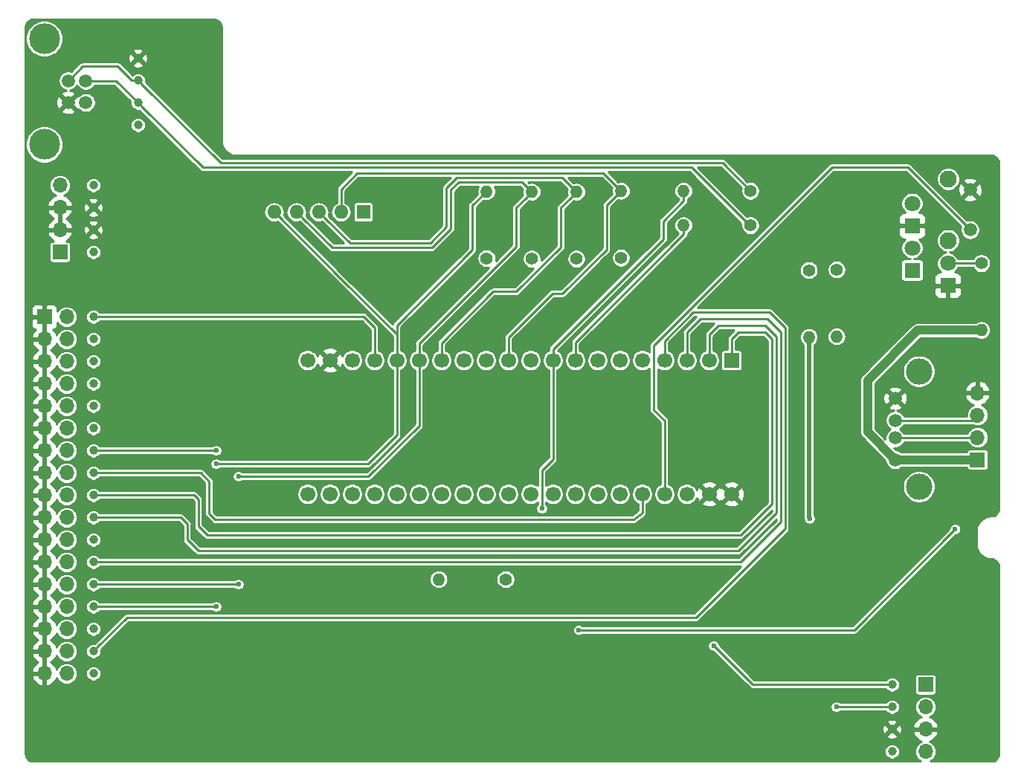
<source format=gbr>
G04 #@! TF.GenerationSoftware,KiCad,Pcbnew,(5.1.2)-2*
G04 #@! TF.CreationDate,2020-12-20T14:31:03+00:00*
G04 #@! TF.ProjectId,Greaseweazle F1 Gotek (+ USB B),47726561-7365-4776-9561-7a6c65204631,1*
G04 #@! TF.SameCoordinates,PX6312cb0PY6bcb370*
G04 #@! TF.FileFunction,Copper,L2,Bot*
G04 #@! TF.FilePolarity,Positive*
%FSLAX46Y46*%
G04 Gerber Fmt 4.6, Leading zero omitted, Abs format (unit mm)*
G04 Created by KiCad (PCBNEW (5.1.2)-2) date 2020-12-20 14:31:03*
%MOMM*%
%LPD*%
G04 APERTURE LIST*
%ADD10C,1.800000*%
%ADD11R,1.800000X1.800000*%
%ADD12O,1.400000X1.400000*%
%ADD13C,1.400000*%
%ADD14C,1.000000*%
%ADD15C,3.500120*%
%ADD16C,1.501140*%
%ADD17O,1.700000X1.700000*%
%ADD18R,1.700000X1.700000*%
%ADD19C,2.999740*%
%ADD20C,1.700000*%
%ADD21C,1.950000*%
%ADD22C,1.508000*%
%ADD23O,1.600000X1.600000*%
%ADD24R,1.600000X1.600000*%
%ADD25C,5.000000*%
%ADD26C,0.600000*%
%ADD27C,0.500000*%
%ADD28C,1.000000*%
%ADD29C,0.250000*%
%ADD30C,0.254000*%
G04 APERTURE END LIST*
D10*
X96774000Y46736000D03*
D11*
X96774000Y44196000D03*
D12*
X100584000Y39116000D03*
D13*
X100584000Y46736000D03*
D14*
X4572000Y62484000D03*
X4572000Y65024000D03*
X4572000Y67564000D03*
X4572000Y70104000D03*
D15*
X-6096000Y60274200D03*
X-6096000Y72313800D03*
D16*
X-1371600Y67538600D03*
X-1371600Y65049400D03*
X-3378200Y65049400D03*
X-3378200Y67538600D03*
D17*
X94234000Y-8890000D03*
X94234000Y-6350000D03*
X94234000Y-3810000D03*
D18*
X94234000Y-1270000D03*
D10*
X92710000Y48488600D03*
D11*
X92710000Y45948600D03*
D10*
X92710000Y53543200D03*
D11*
X92710000Y51003200D03*
D16*
X90784680Y31347120D03*
X90784680Y28847760D03*
X90784680Y26846240D03*
X90784680Y24346880D03*
D19*
X93494860Y34417980D03*
X93494860Y21276020D03*
D17*
X100152200Y31978600D03*
X100152200Y29438600D03*
X100152200Y26898600D03*
D18*
X100152200Y24358600D03*
D20*
X72136000Y20447000D03*
D18*
X72136000Y35687000D03*
D20*
X69596000Y20447000D03*
X69596000Y35687000D03*
X67056000Y20447000D03*
X67056000Y35687000D03*
X64516000Y20447000D03*
X64516000Y35687000D03*
X61976000Y20447000D03*
X61976000Y35687000D03*
X59436000Y20447000D03*
X59436000Y35687000D03*
X56896000Y20447000D03*
X56896000Y35687000D03*
X54356000Y20447000D03*
X54356000Y35687000D03*
X51816000Y20447000D03*
X51816000Y35687000D03*
X49276000Y20447000D03*
X49276000Y35687000D03*
X46736000Y20447000D03*
X46736000Y35687000D03*
X44196000Y20447000D03*
X44196000Y35687000D03*
X41656000Y20447000D03*
X41656000Y35687000D03*
X39116000Y20447000D03*
X39116000Y35687000D03*
X36576000Y20447000D03*
X36576000Y35687000D03*
X34036000Y20447000D03*
X34036000Y35687000D03*
X31496000Y20447000D03*
X31496000Y35687000D03*
X28956000Y20447000D03*
X28956000Y35687000D03*
X26416000Y20447000D03*
X26416000Y35687000D03*
X23876000Y20447000D03*
X23876000Y35687000D03*
D18*
X-4318000Y48006000D03*
D17*
X-4318000Y50546000D03*
X-4318000Y53086000D03*
X-4318000Y55626000D03*
D12*
X44259500Y54927500D03*
D13*
X44259500Y47307500D03*
X49403000Y47244000D03*
D12*
X49403000Y54864000D03*
X54483000Y54864000D03*
D13*
X54483000Y47244000D03*
X59563000Y47371000D03*
D12*
X59563000Y54991000D03*
X66675000Y54991000D03*
D13*
X74295000Y54991000D03*
X74295000Y51054000D03*
D12*
X66675000Y51054000D03*
D13*
X46418500Y10731500D03*
D12*
X38798500Y10731500D03*
X80949800Y38328600D03*
D13*
X80949800Y45948600D03*
X84099400Y46024800D03*
D12*
X84099400Y38404800D03*
D21*
X96814000Y56332000D03*
X96814000Y49332000D03*
D22*
X99314000Y55107000D03*
X99314000Y50557000D03*
D23*
X20066000Y52578000D03*
X22606000Y52578000D03*
X25146000Y52578000D03*
X27686000Y52578000D03*
D24*
X30226000Y52578000D03*
D14*
X-508000Y0D03*
X-508000Y2540000D03*
X-508000Y5080000D03*
X-508000Y7620000D03*
X-508000Y10160000D03*
X-508000Y12700000D03*
X-508000Y15240000D03*
X-508000Y17780000D03*
X-508000Y20320000D03*
X-508000Y22860000D03*
X-508000Y25400000D03*
X-508000Y27940000D03*
X-508000Y30480000D03*
X-508000Y33020000D03*
X-508000Y35560000D03*
X-508000Y38100000D03*
X-508000Y40640000D03*
X-508000Y55626000D03*
X-508000Y53086000D03*
X-508000Y50546000D03*
X-508000Y48006000D03*
X90424000Y-1270000D03*
X90424000Y-3810000D03*
X90424000Y-6350000D03*
X90424000Y-8890000D03*
D17*
X-3556000Y0D03*
X-6096000Y0D03*
X-3556000Y2540000D03*
X-6096000Y2540000D03*
X-3556000Y5080000D03*
X-6096000Y5080000D03*
X-3556000Y7620000D03*
X-6096000Y7620000D03*
X-3556000Y10160000D03*
X-6096000Y10160000D03*
X-3556000Y12700000D03*
X-6096000Y12700000D03*
X-3556000Y15240000D03*
X-6096000Y15240000D03*
X-3556000Y17780000D03*
X-6096000Y17780000D03*
X-3556000Y20320000D03*
X-6096000Y20320000D03*
X-3556000Y22860000D03*
X-6096000Y22860000D03*
X-3556000Y25400000D03*
X-6096000Y25400000D03*
X-3556000Y27940000D03*
X-6096000Y27940000D03*
X-3556000Y30480000D03*
X-6096000Y30480000D03*
X-3556000Y33020000D03*
X-6096000Y33020000D03*
X-3556000Y35560000D03*
X-6096000Y35560000D03*
X-3556000Y38100000D03*
X-6096000Y38100000D03*
X-3556000Y40640000D03*
D18*
X-6096000Y40640000D03*
D25*
X35687000Y52387500D03*
X14605000Y52387500D03*
X14605000Y2667000D03*
X35687000Y2667000D03*
X85471000Y52387500D03*
D26*
X80949800Y38328600D03*
X81026000Y17653000D03*
X13462000Y7620000D03*
X13462000Y23876000D03*
X16002000Y10160000D03*
X16002000Y22479000D03*
X13462000Y25400000D03*
X70103994Y3174994D03*
X84074000Y-3810004D03*
X50546000Y18796000D03*
X97612200Y16433800D03*
X54737004Y4953000D03*
D27*
X80949800Y38328600D02*
X80949800Y17729200D01*
X80949800Y17729200D02*
X81026000Y17653000D01*
D28*
X100140480Y24346880D02*
X100152200Y24358600D01*
X90784680Y24346880D02*
X100140480Y24346880D01*
X93345000Y39116000D02*
X100584000Y39116000D01*
X87630000Y33401000D02*
X93345000Y39116000D01*
X90784680Y24346880D02*
X87630000Y27501560D01*
X87630000Y27501560D02*
X87630000Y33401000D01*
D29*
X3302000Y6350000D02*
X-8001Y3039999D01*
X64516000Y35687000D02*
X64516000Y37900878D01*
X78232000Y16510000D02*
X68072000Y6350000D01*
X78232000Y39370000D02*
X78232000Y16510000D01*
X68072000Y6350000D02*
X3302000Y6350000D01*
X76454000Y41148000D02*
X78232000Y39370000D01*
X64516000Y37900878D02*
X67763122Y41148000D01*
X67763122Y41148000D02*
X76454000Y41148000D01*
X-8001Y3039999D02*
X-508000Y2540000D01*
X59563000Y54991000D02*
X57551471Y57002528D01*
X46736000Y38290500D02*
X51752500Y43307000D01*
X46736000Y35687000D02*
X46736000Y38290500D01*
X51752500Y43307000D02*
X52895500Y43307000D01*
X58863001Y54291001D02*
X59563000Y54991000D01*
X52895500Y43307000D02*
X57912000Y48323500D01*
X57912000Y48323500D02*
X57912000Y53340000D01*
X57912000Y53340000D02*
X58863001Y54291001D01*
X27686000Y55181500D02*
X27686000Y52578000D01*
X57594500Y57002528D02*
X29507028Y57002528D01*
X29507028Y57002528D02*
X27686000Y55181500D01*
X13462000Y7620000D02*
X13462000Y7620000D01*
X13886264Y23876000D02*
X13462000Y23876000D01*
X30734000Y23876000D02*
X13886264Y23876000D01*
X34036000Y35687000D02*
X34036000Y27178000D01*
X34036000Y27178000D02*
X30734000Y23876000D01*
X-508000Y7620000D02*
X13462000Y7620000D01*
X34036000Y38608000D02*
X27813000Y44831000D01*
X34036000Y35687000D02*
X34036000Y38608000D01*
X27813000Y44831000D02*
X20066000Y52578000D01*
X42608500Y53340000D02*
X44259500Y54927500D01*
X42608500Y48260000D02*
X42608500Y53340000D01*
X34036000Y35687000D02*
X34036000Y39687500D01*
X34036000Y39687500D02*
X42608500Y48260000D01*
X-508000Y10160000D02*
X16002000Y10160000D01*
X36576000Y28248878D02*
X36576000Y35687000D01*
X16002000Y22479000D02*
X30806122Y22479000D01*
X30806122Y22479000D02*
X36576000Y28248878D01*
X48264500Y56002500D02*
X41084500Y56002500D01*
X49403000Y54864000D02*
X48264500Y56002500D01*
X48703001Y54164001D02*
X49403000Y54864000D01*
X47625000Y53086000D02*
X48703001Y54164001D01*
X47625000Y48641000D02*
X47625000Y53086000D01*
X36576000Y35687000D02*
X36576000Y37592000D01*
X36576000Y37592000D02*
X47625000Y48641000D01*
X26670000Y48514000D02*
X23405999Y51778001D01*
X40195500Y55109880D02*
X40195500Y50664378D01*
X38045122Y48514000D02*
X26670000Y48514000D01*
X23405999Y51778001D02*
X22606000Y52578000D01*
X41088120Y56002500D02*
X40195500Y55109880D01*
X40195500Y50664378D02*
X38045122Y48514000D01*
X73152000Y12700000D02*
X-508000Y12700000D01*
X67056000Y38862000D02*
X68580000Y40386000D01*
X67056000Y35687000D02*
X67056000Y38862000D01*
X68580000Y40386000D02*
X76200000Y40386000D01*
X76200000Y40386000D02*
X77724000Y38862000D01*
X77724000Y38862000D02*
X77724000Y17272000D01*
X77724000Y17272000D02*
X73152000Y12700000D01*
X75946000Y39624000D02*
X70612000Y39624000D01*
X77216000Y38354000D02*
X75946000Y39624000D01*
X77216000Y18288000D02*
X77216000Y38354000D01*
X9398000Y17780000D02*
X10160000Y17018000D01*
X-508000Y17780000D02*
X9398000Y17780000D01*
X10160000Y17018000D02*
X10160000Y15240000D01*
X70612000Y39624000D02*
X69596000Y38608000D01*
X10160000Y15240000D02*
X11430000Y13970000D01*
X11430000Y13970000D02*
X72898000Y13970000D01*
X69596000Y38608000D02*
X69596000Y35687000D01*
X72898000Y13970000D02*
X77216000Y18288000D01*
X72136000Y38100000D02*
X72136000Y35687000D01*
X75946000Y38862000D02*
X72898000Y38862000D01*
X76708000Y38100000D02*
X75946000Y38862000D01*
X76708000Y19304000D02*
X76708000Y38100000D01*
X10922000Y20320000D02*
X11430000Y19812000D01*
X-508000Y20320000D02*
X10922000Y20320000D01*
X11430000Y19812000D02*
X11430000Y16764000D01*
X11430000Y16764000D02*
X12446000Y15748000D01*
X12446000Y15748000D02*
X73152000Y15748000D01*
X72898000Y38862000D02*
X72136000Y38100000D01*
X73152000Y15748000D02*
X76708000Y19304000D01*
X52844489Y56502511D02*
X40830500Y56502511D01*
X54483000Y54864000D02*
X52844489Y56502511D01*
X53783001Y54164001D02*
X54483000Y54864000D01*
X39116000Y37655500D02*
X44989750Y43529250D01*
X39116000Y35687000D02*
X39116000Y37655500D01*
X44989750Y43529250D02*
X47656750Y43529250D01*
X47656750Y43529250D02*
X52705000Y48577500D01*
X52705000Y48577500D02*
X52705000Y53086000D01*
X52705000Y53086000D02*
X53783001Y54164001D01*
X37846000Y49022000D02*
X28702000Y49022000D01*
X25945999Y51778001D02*
X25146000Y52578000D01*
X39695489Y50871489D02*
X37846000Y49022000D01*
X39695489Y55328613D02*
X39695489Y50871489D01*
X40869387Y56502511D02*
X39695489Y55328613D01*
X28702000Y49022000D02*
X25945999Y51778001D01*
X31496000Y35687000D02*
X31496000Y39370000D01*
X31496000Y39370000D02*
X30289500Y40640000D01*
X30226000Y40640000D02*
X-508000Y40640000D01*
X99561360Y28847760D02*
X100152200Y29438600D01*
X90784680Y28847760D02*
X99561360Y28847760D01*
X5071999Y67064001D02*
X4572000Y67564000D01*
X13970000Y58166000D02*
X5071999Y67064001D01*
X74295000Y54991000D02*
X71120000Y58166000D01*
X71120000Y58166000D02*
X13970000Y58166000D01*
X-1752600Y69164200D02*
X-3378200Y67538600D01*
X2264694Y69164200D02*
X-1752600Y69164200D01*
X4572000Y67564000D02*
X3864894Y67564000D01*
X3864894Y67564000D02*
X2264694Y69164200D01*
X100099840Y26846240D02*
X100152200Y26898600D01*
X90784680Y26846240D02*
X100099840Y26846240D01*
X2057400Y67538600D02*
X-863600Y67538600D01*
X4572000Y65024000D02*
X2057400Y67538600D01*
X5071999Y64524001D02*
X4572000Y65024000D01*
X11938000Y57658000D02*
X5071999Y64524001D01*
X67564000Y57658000D02*
X11938000Y57658000D01*
X74295000Y51054000D02*
X74168000Y51054000D01*
X74168000Y51054000D02*
X67564000Y57658000D01*
X13462000Y25400000D02*
X-508000Y25400000D01*
X74548988Y-1270000D02*
X70103994Y3174994D01*
X90424000Y-1270000D02*
X74548988Y-1270000D01*
X90424000Y-3810000D02*
X84074004Y-3810000D01*
X84074004Y-3810000D02*
X84074000Y-3810004D01*
X61976000Y18288000D02*
X61976000Y20447000D01*
X11684000Y22860000D02*
X12636500Y21907500D01*
X-508000Y22860000D02*
X11684000Y22860000D01*
X12636500Y21907500D02*
X12636500Y18224500D01*
X12636500Y18224500D02*
X13335000Y17526000D01*
X13335000Y17526000D02*
X60960000Y17526000D01*
X60960000Y17526000D02*
X61976000Y18288000D01*
X50546000Y23145750D02*
X50546000Y18796000D01*
X51816000Y35687000D02*
X51816000Y24415750D01*
X51816000Y24415750D02*
X50546000Y23145750D01*
X66675000Y53848000D02*
X66675000Y54991000D01*
X64357250Y51530250D02*
X66675000Y53848000D01*
X64357250Y49498250D02*
X64357250Y51530250D01*
X51816000Y35687000D02*
X51816000Y36957000D01*
X51816000Y36957000D02*
X64357250Y49498250D01*
X66675000Y50038000D02*
X66675000Y51054000D01*
X54356000Y35687000D02*
X54356000Y37719000D01*
X54356000Y37719000D02*
X66675000Y50038000D01*
X86131400Y4953000D02*
X55161268Y4953000D01*
X55161268Y4953000D02*
X54737004Y4953000D01*
X97612200Y16433800D02*
X86131400Y4953000D01*
X98560001Y51310999D02*
X99314000Y50557000D01*
X64516000Y28793998D02*
X63290999Y30018999D01*
X64516000Y20447000D02*
X64516000Y28793998D01*
X63290999Y30018999D02*
X63290999Y37382999D01*
X63290999Y37382999D02*
X83566000Y57658000D01*
X83566000Y57658000D02*
X92213000Y57658000D01*
X92213000Y57658000D02*
X98560001Y51310999D01*
X100584000Y46736000D02*
X96647000Y46736000D01*
D30*
G36*
X13188060Y74516008D02*
G01*
X13375441Y74497636D01*
X13536501Y74449008D01*
X13685054Y74370021D01*
X13815430Y74263690D01*
X13922674Y74134054D01*
X14002695Y73986058D01*
X14052446Y73825339D01*
X14072000Y73639293D01*
X14072001Y60686059D01*
X14073757Y60668230D01*
X14073702Y60660338D01*
X14074255Y60654696D01*
X14100163Y60408193D01*
X14107564Y60372140D01*
X14114458Y60336000D01*
X14116096Y60330573D01*
X14189391Y60093797D01*
X14203651Y60059874D01*
X14217435Y60025758D01*
X14220096Y60020752D01*
X14337984Y59802722D01*
X14358584Y59772181D01*
X14378711Y59741424D01*
X14382294Y59737030D01*
X14540287Y59546050D01*
X14566438Y59520080D01*
X14592143Y59493832D01*
X14596505Y59490223D01*
X14596511Y59490217D01*
X14596518Y59490213D01*
X14788589Y59333563D01*
X14819265Y59313182D01*
X14849602Y59292410D01*
X14854583Y59289716D01*
X14854587Y59289713D01*
X14854591Y59289711D01*
X15073436Y59173350D01*
X15107473Y59159321D01*
X15141278Y59144832D01*
X15146687Y59143158D01*
X15146694Y59143155D01*
X15146701Y59143154D01*
X15383974Y59071516D01*
X15420090Y59064365D01*
X15456065Y59056718D01*
X15461701Y59056125D01*
X15461703Y59056125D01*
X15708381Y59031938D01*
X15708382Y59031938D01*
X15728059Y59030000D01*
X101674146Y59030000D01*
X101861441Y59011636D01*
X102022501Y58963008D01*
X102171054Y58884021D01*
X102301430Y58777690D01*
X102408674Y58648054D01*
X102488695Y58500058D01*
X102538446Y58339339D01*
X102558000Y58153293D01*
X102558001Y18815864D01*
X102539636Y18628559D01*
X102491008Y18467497D01*
X102412023Y18318949D01*
X102305689Y18188570D01*
X102176054Y18081326D01*
X102028058Y18001305D01*
X101867339Y17951554D01*
X101664056Y17930188D01*
X101648339Y17930298D01*
X101642697Y17929745D01*
X101396193Y17903837D01*
X101360140Y17896436D01*
X101324000Y17889542D01*
X101318573Y17887904D01*
X101081797Y17814609D01*
X101047874Y17800349D01*
X101013758Y17786565D01*
X101008752Y17783904D01*
X100790722Y17666016D01*
X100760181Y17645416D01*
X100729424Y17625289D01*
X100725030Y17621706D01*
X100534050Y17463713D01*
X100508116Y17437597D01*
X100481831Y17411857D01*
X100478217Y17407489D01*
X100321563Y17215411D01*
X100301199Y17184762D01*
X100280409Y17154398D01*
X100277719Y17149422D01*
X100277713Y17149413D01*
X100277709Y17149404D01*
X100161350Y16930564D01*
X100147326Y16896539D01*
X100132832Y16862722D01*
X100131156Y16857307D01*
X100059516Y16620026D01*
X100052365Y16583910D01*
X100044718Y16547935D01*
X100044125Y16542297D01*
X100019938Y16295619D01*
X100018000Y16275940D01*
X100018001Y14712059D01*
X100019757Y14694230D01*
X100019702Y14686338D01*
X100020255Y14680696D01*
X100046163Y14434193D01*
X100053564Y14398140D01*
X100060458Y14362000D01*
X100062096Y14356573D01*
X100135391Y14119797D01*
X100149651Y14085874D01*
X100163435Y14051758D01*
X100166096Y14046752D01*
X100283984Y13828722D01*
X100304584Y13798181D01*
X100324711Y13767424D01*
X100328294Y13763030D01*
X100486287Y13572050D01*
X100512438Y13546080D01*
X100538143Y13519832D01*
X100542505Y13516223D01*
X100542511Y13516217D01*
X100542518Y13516213D01*
X100734589Y13359563D01*
X100765265Y13339182D01*
X100795602Y13318410D01*
X100800583Y13315716D01*
X100800587Y13315713D01*
X100800591Y13315711D01*
X101019436Y13199350D01*
X101053473Y13185321D01*
X101087278Y13170832D01*
X101092687Y13169158D01*
X101092694Y13169155D01*
X101092701Y13169154D01*
X101329974Y13097516D01*
X101366090Y13090365D01*
X101402065Y13082718D01*
X101407701Y13082125D01*
X101407703Y13082125D01*
X101654381Y13057938D01*
X101861441Y13037636D01*
X102022501Y12989008D01*
X102171054Y12910021D01*
X102301430Y12803690D01*
X102408674Y12674054D01*
X102488695Y12526058D01*
X102538446Y12365339D01*
X102558000Y12179293D01*
X102558001Y-9124136D01*
X102539636Y-9311441D01*
X102491008Y-9472503D01*
X102412023Y-9621051D01*
X102305689Y-9751430D01*
X102176054Y-9858674D01*
X102028058Y-9938695D01*
X101867339Y-9988446D01*
X101681293Y-10008000D01*
X94753757Y-10008000D01*
X94921216Y-9918491D01*
X95108660Y-9764660D01*
X95262491Y-9577216D01*
X95376798Y-9363363D01*
X95447188Y-9131318D01*
X95470956Y-8890000D01*
X95447188Y-8648682D01*
X95376798Y-8416637D01*
X95262491Y-8202784D01*
X95108660Y-8015340D01*
X94921216Y-7861509D01*
X94710695Y-7748983D01*
X94865252Y-7694157D01*
X95115355Y-7545178D01*
X95331588Y-7350269D01*
X95505641Y-7116920D01*
X95630825Y-6854099D01*
X95675476Y-6706890D01*
X95554155Y-6477000D01*
X94361000Y-6477000D01*
X94361000Y-6497000D01*
X94107000Y-6497000D01*
X94107000Y-6477000D01*
X92913845Y-6477000D01*
X92792524Y-6706890D01*
X92837175Y-6854099D01*
X92962359Y-7116920D01*
X93136412Y-7350269D01*
X93352645Y-7545178D01*
X93602748Y-7694157D01*
X93757305Y-7748983D01*
X93546784Y-7861509D01*
X93359340Y-8015340D01*
X93205509Y-8202784D01*
X93091202Y-8416637D01*
X93020812Y-8648682D01*
X92997044Y-8890000D01*
X93020812Y-9131318D01*
X93091202Y-9363363D01*
X93205509Y-9577216D01*
X93359340Y-9764660D01*
X93546784Y-9918491D01*
X93714243Y-10008000D01*
X-7346146Y-10008000D01*
X-7533441Y-9989636D01*
X-7694503Y-9941008D01*
X-7843051Y-9862023D01*
X-7973430Y-9755689D01*
X-8080674Y-9626054D01*
X-8160695Y-9478058D01*
X-8210446Y-9317339D01*
X-8230000Y-9131293D01*
X-8230000Y-8803229D01*
X89543000Y-8803229D01*
X89543000Y-8976771D01*
X89576856Y-9146978D01*
X89643268Y-9307310D01*
X89739682Y-9451605D01*
X89862395Y-9574318D01*
X90006690Y-9670732D01*
X90167022Y-9737144D01*
X90337229Y-9771000D01*
X90510771Y-9771000D01*
X90680978Y-9737144D01*
X90841310Y-9670732D01*
X90985605Y-9574318D01*
X91108318Y-9451605D01*
X91204732Y-9307310D01*
X91271144Y-9146978D01*
X91305000Y-8976771D01*
X91305000Y-8803229D01*
X91271144Y-8633022D01*
X91204732Y-8472690D01*
X91108318Y-8328395D01*
X90985605Y-8205682D01*
X90841310Y-8109268D01*
X90680978Y-8042856D01*
X90510771Y-8009000D01*
X90337229Y-8009000D01*
X90167022Y-8042856D01*
X90006690Y-8109268D01*
X89862395Y-8205682D01*
X89739682Y-8328395D01*
X89643268Y-8472690D01*
X89576856Y-8633022D01*
X89543000Y-8803229D01*
X-8230000Y-8803229D01*
X-8230000Y-7128166D01*
X89825439Y-7128166D01*
X89860550Y-7341588D01*
X90064826Y-7432458D01*
X90282905Y-7481731D01*
X90506406Y-7487511D01*
X90726740Y-7449577D01*
X90935440Y-7369387D01*
X90987450Y-7341588D01*
X91022561Y-7128166D01*
X90424000Y-6529605D01*
X89825439Y-7128166D01*
X-8230000Y-7128166D01*
X-8230000Y-6432406D01*
X89286489Y-6432406D01*
X89324423Y-6652740D01*
X89404613Y-6861440D01*
X89432412Y-6913450D01*
X89645834Y-6948561D01*
X90244395Y-6350000D01*
X90603605Y-6350000D01*
X91202166Y-6948561D01*
X91415588Y-6913450D01*
X91506458Y-6709174D01*
X91555731Y-6491095D01*
X91561511Y-6267594D01*
X91523577Y-6047260D01*
X91502771Y-5993110D01*
X92792524Y-5993110D01*
X92913845Y-6223000D01*
X94107000Y-6223000D01*
X94107000Y-6203000D01*
X94361000Y-6203000D01*
X94361000Y-6223000D01*
X95554155Y-6223000D01*
X95675476Y-5993110D01*
X95630825Y-5845901D01*
X95505641Y-5583080D01*
X95331588Y-5349731D01*
X95115355Y-5154822D01*
X94865252Y-5005843D01*
X94710695Y-4951017D01*
X94921216Y-4838491D01*
X95108660Y-4684660D01*
X95262491Y-4497216D01*
X95376798Y-4283363D01*
X95447188Y-4051318D01*
X95470956Y-3810000D01*
X95447188Y-3568682D01*
X95376798Y-3336637D01*
X95262491Y-3122784D01*
X95108660Y-2935340D01*
X94921216Y-2781509D01*
X94707363Y-2667202D01*
X94475318Y-2596812D01*
X94294472Y-2579000D01*
X94173528Y-2579000D01*
X93992682Y-2596812D01*
X93760637Y-2667202D01*
X93546784Y-2781509D01*
X93359340Y-2935340D01*
X93205509Y-3122784D01*
X93091202Y-3336637D01*
X93020812Y-3568682D01*
X92997044Y-3810000D01*
X93020812Y-4051318D01*
X93091202Y-4283363D01*
X93205509Y-4497216D01*
X93359340Y-4684660D01*
X93546784Y-4838491D01*
X93757305Y-4951017D01*
X93602748Y-5005843D01*
X93352645Y-5154822D01*
X93136412Y-5349731D01*
X92962359Y-5583080D01*
X92837175Y-5845901D01*
X92792524Y-5993110D01*
X91502771Y-5993110D01*
X91443387Y-5838560D01*
X91415588Y-5786550D01*
X91202166Y-5751439D01*
X90603605Y-6350000D01*
X90244395Y-6350000D01*
X89645834Y-5751439D01*
X89432412Y-5786550D01*
X89341542Y-5990826D01*
X89292269Y-6208905D01*
X89286489Y-6432406D01*
X-8230000Y-6432406D01*
X-8230000Y-5571834D01*
X89825439Y-5571834D01*
X90424000Y-6170395D01*
X91022561Y-5571834D01*
X90987450Y-5358412D01*
X90783174Y-5267542D01*
X90565095Y-5218269D01*
X90341594Y-5212489D01*
X90121260Y-5250423D01*
X89912560Y-5330613D01*
X89860550Y-5358412D01*
X89825439Y-5571834D01*
X-8230000Y-5571834D01*
X-8230000Y-3742931D01*
X83393000Y-3742931D01*
X83393000Y-3877077D01*
X83419171Y-4008644D01*
X83470506Y-4132578D01*
X83545033Y-4244116D01*
X83639888Y-4338971D01*
X83751426Y-4413498D01*
X83875360Y-4464833D01*
X84006927Y-4491004D01*
X84141073Y-4491004D01*
X84272640Y-4464833D01*
X84396574Y-4413498D01*
X84508112Y-4338971D01*
X84531083Y-4316000D01*
X89702528Y-4316000D01*
X89739682Y-4371605D01*
X89862395Y-4494318D01*
X90006690Y-4590732D01*
X90167022Y-4657144D01*
X90337229Y-4691000D01*
X90510771Y-4691000D01*
X90680978Y-4657144D01*
X90841310Y-4590732D01*
X90985605Y-4494318D01*
X91108318Y-4371605D01*
X91204732Y-4227310D01*
X91271144Y-4066978D01*
X91305000Y-3896771D01*
X91305000Y-3723229D01*
X91271144Y-3553022D01*
X91204732Y-3392690D01*
X91108318Y-3248395D01*
X90985605Y-3125682D01*
X90841310Y-3029268D01*
X90680978Y-2962856D01*
X90510771Y-2929000D01*
X90337229Y-2929000D01*
X90167022Y-2962856D01*
X90006690Y-3029268D01*
X89862395Y-3125682D01*
X89739682Y-3248395D01*
X89702528Y-3304000D01*
X84531075Y-3304000D01*
X84508112Y-3281037D01*
X84396574Y-3206510D01*
X84272640Y-3155175D01*
X84141073Y-3129004D01*
X84006927Y-3129004D01*
X83875360Y-3155175D01*
X83751426Y-3206510D01*
X83639888Y-3281037D01*
X83545033Y-3375892D01*
X83470506Y-3487430D01*
X83419171Y-3611364D01*
X83393000Y-3742931D01*
X-8230000Y-3742931D01*
X-8230000Y-356890D01*
X-7537476Y-356890D01*
X-7492825Y-504099D01*
X-7367641Y-766920D01*
X-7193588Y-1000269D01*
X-6977355Y-1195178D01*
X-6727252Y-1344157D01*
X-6452891Y-1441481D01*
X-6223000Y-1320814D01*
X-6223000Y-127000D01*
X-7416155Y-127000D01*
X-7537476Y-356890D01*
X-8230000Y-356890D01*
X-8230000Y2183110D01*
X-7537476Y2183110D01*
X-7492825Y2035901D01*
X-7367641Y1773080D01*
X-7193588Y1539731D01*
X-6977355Y1344822D01*
X-6851745Y1270000D01*
X-6977355Y1195178D01*
X-7193588Y1000269D01*
X-7367641Y766920D01*
X-7492825Y504099D01*
X-7537476Y356890D01*
X-7416155Y127000D01*
X-6223000Y127000D01*
X-6223000Y2413000D01*
X-7416155Y2413000D01*
X-7537476Y2183110D01*
X-8230000Y2183110D01*
X-8230000Y4723110D01*
X-7537476Y4723110D01*
X-7492825Y4575901D01*
X-7367641Y4313080D01*
X-7193588Y4079731D01*
X-6977355Y3884822D01*
X-6851745Y3810000D01*
X-6977355Y3735178D01*
X-7193588Y3540269D01*
X-7367641Y3306920D01*
X-7492825Y3044099D01*
X-7537476Y2896890D01*
X-7416155Y2667000D01*
X-6223000Y2667000D01*
X-6223000Y4953000D01*
X-7416155Y4953000D01*
X-7537476Y4723110D01*
X-8230000Y4723110D01*
X-8230000Y7263110D01*
X-7537476Y7263110D01*
X-7492825Y7115901D01*
X-7367641Y6853080D01*
X-7193588Y6619731D01*
X-6977355Y6424822D01*
X-6851745Y6350000D01*
X-6977355Y6275178D01*
X-7193588Y6080269D01*
X-7367641Y5846920D01*
X-7492825Y5584099D01*
X-7537476Y5436890D01*
X-7416155Y5207000D01*
X-6223000Y5207000D01*
X-6223000Y7493000D01*
X-7416155Y7493000D01*
X-7537476Y7263110D01*
X-8230000Y7263110D01*
X-8230000Y9803110D01*
X-7537476Y9803110D01*
X-7492825Y9655901D01*
X-7367641Y9393080D01*
X-7193588Y9159731D01*
X-6977355Y8964822D01*
X-6851745Y8890000D01*
X-6977355Y8815178D01*
X-7193588Y8620269D01*
X-7367641Y8386920D01*
X-7492825Y8124099D01*
X-7537476Y7976890D01*
X-7416155Y7747000D01*
X-6223000Y7747000D01*
X-6223000Y10033000D01*
X-7416155Y10033000D01*
X-7537476Y9803110D01*
X-8230000Y9803110D01*
X-8230000Y12343110D01*
X-7537476Y12343110D01*
X-7492825Y12195901D01*
X-7367641Y11933080D01*
X-7193588Y11699731D01*
X-6977355Y11504822D01*
X-6851745Y11430000D01*
X-6977355Y11355178D01*
X-7193588Y11160269D01*
X-7367641Y10926920D01*
X-7492825Y10664099D01*
X-7537476Y10516890D01*
X-7416155Y10287000D01*
X-6223000Y10287000D01*
X-6223000Y12573000D01*
X-7416155Y12573000D01*
X-7537476Y12343110D01*
X-8230000Y12343110D01*
X-8230000Y14883110D01*
X-7537476Y14883110D01*
X-7492825Y14735901D01*
X-7367641Y14473080D01*
X-7193588Y14239731D01*
X-6977355Y14044822D01*
X-6851745Y13970000D01*
X-6977355Y13895178D01*
X-7193588Y13700269D01*
X-7367641Y13466920D01*
X-7492825Y13204099D01*
X-7537476Y13056890D01*
X-7416155Y12827000D01*
X-6223000Y12827000D01*
X-6223000Y15113000D01*
X-7416155Y15113000D01*
X-7537476Y14883110D01*
X-8230000Y14883110D01*
X-8230000Y17423110D01*
X-7537476Y17423110D01*
X-7492825Y17275901D01*
X-7367641Y17013080D01*
X-7193588Y16779731D01*
X-6977355Y16584822D01*
X-6851745Y16510000D01*
X-6977355Y16435178D01*
X-7193588Y16240269D01*
X-7367641Y16006920D01*
X-7492825Y15744099D01*
X-7537476Y15596890D01*
X-7416155Y15367000D01*
X-6223000Y15367000D01*
X-6223000Y17653000D01*
X-7416155Y17653000D01*
X-7537476Y17423110D01*
X-8230000Y17423110D01*
X-8230000Y19963110D01*
X-7537476Y19963110D01*
X-7492825Y19815901D01*
X-7367641Y19553080D01*
X-7193588Y19319731D01*
X-6977355Y19124822D01*
X-6851745Y19050000D01*
X-6977355Y18975178D01*
X-7193588Y18780269D01*
X-7367641Y18546920D01*
X-7492825Y18284099D01*
X-7537476Y18136890D01*
X-7416155Y17907000D01*
X-6223000Y17907000D01*
X-6223000Y20193000D01*
X-7416155Y20193000D01*
X-7537476Y19963110D01*
X-8230000Y19963110D01*
X-8230000Y22503110D01*
X-7537476Y22503110D01*
X-7492825Y22355901D01*
X-7367641Y22093080D01*
X-7193588Y21859731D01*
X-6977355Y21664822D01*
X-6851745Y21590000D01*
X-6977355Y21515178D01*
X-7193588Y21320269D01*
X-7367641Y21086920D01*
X-7492825Y20824099D01*
X-7537476Y20676890D01*
X-7416155Y20447000D01*
X-6223000Y20447000D01*
X-6223000Y22733000D01*
X-7416155Y22733000D01*
X-7537476Y22503110D01*
X-8230000Y22503110D01*
X-8230000Y25043110D01*
X-7537476Y25043110D01*
X-7492825Y24895901D01*
X-7367641Y24633080D01*
X-7193588Y24399731D01*
X-6977355Y24204822D01*
X-6851745Y24130000D01*
X-6977355Y24055178D01*
X-7193588Y23860269D01*
X-7367641Y23626920D01*
X-7492825Y23364099D01*
X-7537476Y23216890D01*
X-7416155Y22987000D01*
X-6223000Y22987000D01*
X-6223000Y25273000D01*
X-7416155Y25273000D01*
X-7537476Y25043110D01*
X-8230000Y25043110D01*
X-8230000Y27583110D01*
X-7537476Y27583110D01*
X-7492825Y27435901D01*
X-7367641Y27173080D01*
X-7193588Y26939731D01*
X-6977355Y26744822D01*
X-6851745Y26670000D01*
X-6977355Y26595178D01*
X-7193588Y26400269D01*
X-7367641Y26166920D01*
X-7492825Y25904099D01*
X-7537476Y25756890D01*
X-7416155Y25527000D01*
X-6223000Y25527000D01*
X-6223000Y27813000D01*
X-7416155Y27813000D01*
X-7537476Y27583110D01*
X-8230000Y27583110D01*
X-8230000Y30123110D01*
X-7537476Y30123110D01*
X-7492825Y29975901D01*
X-7367641Y29713080D01*
X-7193588Y29479731D01*
X-6977355Y29284822D01*
X-6851745Y29210000D01*
X-6977355Y29135178D01*
X-7193588Y28940269D01*
X-7367641Y28706920D01*
X-7492825Y28444099D01*
X-7537476Y28296890D01*
X-7416155Y28067000D01*
X-6223000Y28067000D01*
X-6223000Y30353000D01*
X-7416155Y30353000D01*
X-7537476Y30123110D01*
X-8230000Y30123110D01*
X-8230000Y32663110D01*
X-7537476Y32663110D01*
X-7492825Y32515901D01*
X-7367641Y32253080D01*
X-7193588Y32019731D01*
X-6977355Y31824822D01*
X-6851745Y31750000D01*
X-6977355Y31675178D01*
X-7193588Y31480269D01*
X-7367641Y31246920D01*
X-7492825Y30984099D01*
X-7537476Y30836890D01*
X-7416155Y30607000D01*
X-6223000Y30607000D01*
X-6223000Y32893000D01*
X-7416155Y32893000D01*
X-7537476Y32663110D01*
X-8230000Y32663110D01*
X-8230000Y35203110D01*
X-7537476Y35203110D01*
X-7492825Y35055901D01*
X-7367641Y34793080D01*
X-7193588Y34559731D01*
X-6977355Y34364822D01*
X-6851745Y34290000D01*
X-6977355Y34215178D01*
X-7193588Y34020269D01*
X-7367641Y33786920D01*
X-7492825Y33524099D01*
X-7537476Y33376890D01*
X-7416155Y33147000D01*
X-6223000Y33147000D01*
X-6223000Y35433000D01*
X-7416155Y35433000D01*
X-7537476Y35203110D01*
X-8230000Y35203110D01*
X-8230000Y37743110D01*
X-7537476Y37743110D01*
X-7492825Y37595901D01*
X-7367641Y37333080D01*
X-7193588Y37099731D01*
X-6977355Y36904822D01*
X-6851745Y36830000D01*
X-6977355Y36755178D01*
X-7193588Y36560269D01*
X-7367641Y36326920D01*
X-7492825Y36064099D01*
X-7537476Y35916890D01*
X-7416155Y35687000D01*
X-6223000Y35687000D01*
X-6223000Y37973000D01*
X-7416155Y37973000D01*
X-7537476Y37743110D01*
X-8230000Y37743110D01*
X-8230000Y39790000D01*
X-7584072Y39790000D01*
X-7571812Y39665518D01*
X-7535502Y39545820D01*
X-7476537Y39435506D01*
X-7397185Y39338815D01*
X-7300494Y39259463D01*
X-7190180Y39200498D01*
X-7109534Y39176034D01*
X-7193588Y39100269D01*
X-7367641Y38866920D01*
X-7492825Y38604099D01*
X-7537476Y38456890D01*
X-7416155Y38227000D01*
X-6223000Y38227000D01*
X-6223000Y40513000D01*
X-7422250Y40513000D01*
X-7581000Y40354250D01*
X-7584072Y39790000D01*
X-8230000Y39790000D01*
X-8230000Y41490000D01*
X-7584072Y41490000D01*
X-7581000Y40925750D01*
X-7422250Y40767000D01*
X-6223000Y40767000D01*
X-6223000Y41966250D01*
X-5969000Y41966250D01*
X-5969000Y40767000D01*
X-5949000Y40767000D01*
X-5949000Y40513000D01*
X-5969000Y40513000D01*
X-5969000Y38227000D01*
X-5949000Y38227000D01*
X-5949000Y37973000D01*
X-5969000Y37973000D01*
X-5969000Y35687000D01*
X-5949000Y35687000D01*
X-5949000Y35433000D01*
X-5969000Y35433000D01*
X-5969000Y33147000D01*
X-5949000Y33147000D01*
X-5949000Y32893000D01*
X-5969000Y32893000D01*
X-5969000Y30607000D01*
X-5949000Y30607000D01*
X-5949000Y30353000D01*
X-5969000Y30353000D01*
X-5969000Y28067000D01*
X-5949000Y28067000D01*
X-5949000Y27813000D01*
X-5969000Y27813000D01*
X-5969000Y25527000D01*
X-5949000Y25527000D01*
X-5949000Y25273000D01*
X-5969000Y25273000D01*
X-5969000Y22987000D01*
X-5949000Y22987000D01*
X-5949000Y22733000D01*
X-5969000Y22733000D01*
X-5969000Y20447000D01*
X-5949000Y20447000D01*
X-5949000Y20193000D01*
X-5969000Y20193000D01*
X-5969000Y17907000D01*
X-5949000Y17907000D01*
X-5949000Y17653000D01*
X-5969000Y17653000D01*
X-5969000Y15367000D01*
X-5949000Y15367000D01*
X-5949000Y15113000D01*
X-5969000Y15113000D01*
X-5969000Y12827000D01*
X-5949000Y12827000D01*
X-5949000Y12573000D01*
X-5969000Y12573000D01*
X-5969000Y10287000D01*
X-5949000Y10287000D01*
X-5949000Y10033000D01*
X-5969000Y10033000D01*
X-5969000Y7747000D01*
X-5949000Y7747000D01*
X-5949000Y7493000D01*
X-5969000Y7493000D01*
X-5969000Y5207000D01*
X-5949000Y5207000D01*
X-5949000Y4953000D01*
X-5969000Y4953000D01*
X-5969000Y2667000D01*
X-5949000Y2667000D01*
X-5949000Y2413000D01*
X-5969000Y2413000D01*
X-5969000Y127000D01*
X-5949000Y127000D01*
X-5949000Y-127000D01*
X-5969000Y-127000D01*
X-5969000Y-1320814D01*
X-5739109Y-1441481D01*
X-5464748Y-1344157D01*
X-5214645Y-1195178D01*
X-4998412Y-1000269D01*
X-4824359Y-766920D01*
X-4699175Y-504099D01*
X-4693091Y-484040D01*
X-4584491Y-687216D01*
X-4430660Y-874660D01*
X-4243216Y-1028491D01*
X-4029363Y-1142798D01*
X-3797318Y-1213188D01*
X-3616472Y-1231000D01*
X-3495528Y-1231000D01*
X-3314682Y-1213188D01*
X-3082637Y-1142798D01*
X-2868784Y-1028491D01*
X-2681340Y-874660D01*
X-2527509Y-687216D01*
X-2413202Y-473363D01*
X-2342812Y-241318D01*
X-2319044Y0D01*
X-2327590Y86771D01*
X-1389000Y86771D01*
X-1389000Y-86771D01*
X-1355144Y-256978D01*
X-1288732Y-417310D01*
X-1192318Y-561605D01*
X-1069605Y-684318D01*
X-925310Y-780732D01*
X-764978Y-847144D01*
X-594771Y-881000D01*
X-421229Y-881000D01*
X-251022Y-847144D01*
X-90690Y-780732D01*
X53605Y-684318D01*
X176318Y-561605D01*
X272732Y-417310D01*
X339144Y-256978D01*
X373000Y-86771D01*
X373000Y86771D01*
X339144Y256978D01*
X272732Y417310D01*
X176318Y561605D01*
X53605Y684318D01*
X-90690Y780732D01*
X-251022Y847144D01*
X-421229Y881000D01*
X-594771Y881000D01*
X-764978Y847144D01*
X-925310Y780732D01*
X-1069605Y684318D01*
X-1192318Y561605D01*
X-1288732Y417310D01*
X-1355144Y256978D01*
X-1389000Y86771D01*
X-2327590Y86771D01*
X-2342812Y241318D01*
X-2413202Y473363D01*
X-2527509Y687216D01*
X-2681340Y874660D01*
X-2868784Y1028491D01*
X-3082637Y1142798D01*
X-3314682Y1213188D01*
X-3495528Y1231000D01*
X-3616472Y1231000D01*
X-3797318Y1213188D01*
X-4029363Y1142798D01*
X-4243216Y1028491D01*
X-4430660Y874660D01*
X-4584491Y687216D01*
X-4693091Y484040D01*
X-4699175Y504099D01*
X-4824359Y766920D01*
X-4998412Y1000269D01*
X-5214645Y1195178D01*
X-5340255Y1270000D01*
X-5214645Y1344822D01*
X-4998412Y1539731D01*
X-4824359Y1773080D01*
X-4699175Y2035901D01*
X-4693091Y2055960D01*
X-4584491Y1852784D01*
X-4430660Y1665340D01*
X-4243216Y1511509D01*
X-4029363Y1397202D01*
X-3797318Y1326812D01*
X-3616472Y1309000D01*
X-3495528Y1309000D01*
X-3314682Y1326812D01*
X-3082637Y1397202D01*
X-2868784Y1511509D01*
X-2681340Y1665340D01*
X-2527509Y1852784D01*
X-2413202Y2066637D01*
X-2342812Y2298682D01*
X-2319044Y2540000D01*
X-2342812Y2781318D01*
X-2413202Y3013363D01*
X-2527509Y3227216D01*
X-2681340Y3414660D01*
X-2868784Y3568491D01*
X-3082637Y3682798D01*
X-3314682Y3753188D01*
X-3495528Y3771000D01*
X-3616472Y3771000D01*
X-3797318Y3753188D01*
X-4029363Y3682798D01*
X-4243216Y3568491D01*
X-4430660Y3414660D01*
X-4584491Y3227216D01*
X-4693091Y3024040D01*
X-4699175Y3044099D01*
X-4824359Y3306920D01*
X-4998412Y3540269D01*
X-5214645Y3735178D01*
X-5340255Y3810000D01*
X-5214645Y3884822D01*
X-4998412Y4079731D01*
X-4824359Y4313080D01*
X-4699175Y4575901D01*
X-4693091Y4595960D01*
X-4584491Y4392784D01*
X-4430660Y4205340D01*
X-4243216Y4051509D01*
X-4029363Y3937202D01*
X-3797318Y3866812D01*
X-3616472Y3849000D01*
X-3495528Y3849000D01*
X-3314682Y3866812D01*
X-3082637Y3937202D01*
X-2868784Y4051509D01*
X-2681340Y4205340D01*
X-2527509Y4392784D01*
X-2413202Y4606637D01*
X-2342812Y4838682D01*
X-2319044Y5080000D01*
X-2327590Y5166771D01*
X-1389000Y5166771D01*
X-1389000Y4993229D01*
X-1355144Y4823022D01*
X-1288732Y4662690D01*
X-1192318Y4518395D01*
X-1069605Y4395682D01*
X-925310Y4299268D01*
X-764978Y4232856D01*
X-594771Y4199000D01*
X-421229Y4199000D01*
X-251022Y4232856D01*
X-90690Y4299268D01*
X53605Y4395682D01*
X176318Y4518395D01*
X272732Y4662690D01*
X339144Y4823022D01*
X373000Y4993229D01*
X373000Y5166771D01*
X339144Y5336978D01*
X272732Y5497310D01*
X176318Y5641605D01*
X53605Y5764318D01*
X-90690Y5860732D01*
X-251022Y5927144D01*
X-421229Y5961000D01*
X-594771Y5961000D01*
X-764978Y5927144D01*
X-925310Y5860732D01*
X-1069605Y5764318D01*
X-1192318Y5641605D01*
X-1288732Y5497310D01*
X-1355144Y5336978D01*
X-1389000Y5166771D01*
X-2327590Y5166771D01*
X-2342812Y5321318D01*
X-2413202Y5553363D01*
X-2527509Y5767216D01*
X-2681340Y5954660D01*
X-2868784Y6108491D01*
X-3082637Y6222798D01*
X-3314682Y6293188D01*
X-3495528Y6311000D01*
X-3616472Y6311000D01*
X-3797318Y6293188D01*
X-4029363Y6222798D01*
X-4243216Y6108491D01*
X-4430660Y5954660D01*
X-4584491Y5767216D01*
X-4693091Y5564040D01*
X-4699175Y5584099D01*
X-4824359Y5846920D01*
X-4998412Y6080269D01*
X-5214645Y6275178D01*
X-5340255Y6350000D01*
X-5214645Y6424822D01*
X-4998412Y6619731D01*
X-4824359Y6853080D01*
X-4699175Y7115901D01*
X-4693091Y7135960D01*
X-4584491Y6932784D01*
X-4430660Y6745340D01*
X-4243216Y6591509D01*
X-4029363Y6477202D01*
X-3797318Y6406812D01*
X-3616472Y6389000D01*
X-3495528Y6389000D01*
X-3314682Y6406812D01*
X-3082637Y6477202D01*
X-2868784Y6591509D01*
X-2681340Y6745340D01*
X-2527509Y6932784D01*
X-2413202Y7146637D01*
X-2342812Y7378682D01*
X-2319044Y7620000D01*
X-2327590Y7706771D01*
X-1389000Y7706771D01*
X-1389000Y7533229D01*
X-1355144Y7363022D01*
X-1288732Y7202690D01*
X-1192318Y7058395D01*
X-1069605Y6935682D01*
X-925310Y6839268D01*
X-764978Y6772856D01*
X-594771Y6739000D01*
X-421229Y6739000D01*
X-251022Y6772856D01*
X-90690Y6839268D01*
X53605Y6935682D01*
X176318Y7058395D01*
X213472Y7114000D01*
X13004921Y7114000D01*
X13027888Y7091033D01*
X13139426Y7016506D01*
X13263360Y6965171D01*
X13394927Y6939000D01*
X13529073Y6939000D01*
X13660640Y6965171D01*
X13784574Y7016506D01*
X13896112Y7091033D01*
X13990967Y7185888D01*
X14065494Y7297426D01*
X14116829Y7421360D01*
X14143000Y7552927D01*
X14143000Y7687073D01*
X14116829Y7818640D01*
X14065494Y7942574D01*
X13990967Y8054112D01*
X13896112Y8148967D01*
X13784574Y8223494D01*
X13660640Y8274829D01*
X13529073Y8301000D01*
X13394927Y8301000D01*
X13263360Y8274829D01*
X13139426Y8223494D01*
X13027888Y8148967D01*
X13004921Y8126000D01*
X213472Y8126000D01*
X176318Y8181605D01*
X53605Y8304318D01*
X-90690Y8400732D01*
X-251022Y8467144D01*
X-421229Y8501000D01*
X-594771Y8501000D01*
X-764978Y8467144D01*
X-925310Y8400732D01*
X-1069605Y8304318D01*
X-1192318Y8181605D01*
X-1288732Y8037310D01*
X-1355144Y7876978D01*
X-1389000Y7706771D01*
X-2327590Y7706771D01*
X-2342812Y7861318D01*
X-2413202Y8093363D01*
X-2527509Y8307216D01*
X-2681340Y8494660D01*
X-2868784Y8648491D01*
X-3082637Y8762798D01*
X-3314682Y8833188D01*
X-3495528Y8851000D01*
X-3616472Y8851000D01*
X-3797318Y8833188D01*
X-4029363Y8762798D01*
X-4243216Y8648491D01*
X-4430660Y8494660D01*
X-4584491Y8307216D01*
X-4693091Y8104040D01*
X-4699175Y8124099D01*
X-4824359Y8386920D01*
X-4998412Y8620269D01*
X-5214645Y8815178D01*
X-5340255Y8890000D01*
X-5214645Y8964822D01*
X-4998412Y9159731D01*
X-4824359Y9393080D01*
X-4699175Y9655901D01*
X-4693091Y9675960D01*
X-4584491Y9472784D01*
X-4430660Y9285340D01*
X-4243216Y9131509D01*
X-4029363Y9017202D01*
X-3797318Y8946812D01*
X-3616472Y8929000D01*
X-3495528Y8929000D01*
X-3314682Y8946812D01*
X-3082637Y9017202D01*
X-2868784Y9131509D01*
X-2681340Y9285340D01*
X-2527509Y9472784D01*
X-2413202Y9686637D01*
X-2342812Y9918682D01*
X-2319044Y10160000D01*
X-2327590Y10246771D01*
X-1389000Y10246771D01*
X-1389000Y10073229D01*
X-1355144Y9903022D01*
X-1288732Y9742690D01*
X-1192318Y9598395D01*
X-1069605Y9475682D01*
X-925310Y9379268D01*
X-764978Y9312856D01*
X-594771Y9279000D01*
X-421229Y9279000D01*
X-251022Y9312856D01*
X-90690Y9379268D01*
X53605Y9475682D01*
X176318Y9598395D01*
X213472Y9654000D01*
X15544921Y9654000D01*
X15567888Y9631033D01*
X15679426Y9556506D01*
X15803360Y9505171D01*
X15934927Y9479000D01*
X16069073Y9479000D01*
X16200640Y9505171D01*
X16324574Y9556506D01*
X16436112Y9631033D01*
X16530967Y9725888D01*
X16605494Y9837426D01*
X16656829Y9961360D01*
X16683000Y10092927D01*
X16683000Y10227073D01*
X16656829Y10358640D01*
X16605494Y10482574D01*
X16530967Y10594112D01*
X16436112Y10688967D01*
X16372457Y10731500D01*
X37712270Y10731500D01*
X37733142Y10519587D01*
X37794954Y10315818D01*
X37895333Y10128023D01*
X38030419Y9963419D01*
X38195023Y9828333D01*
X38382818Y9727954D01*
X38586587Y9666142D01*
X38745400Y9650500D01*
X38851600Y9650500D01*
X39010413Y9666142D01*
X39214182Y9727954D01*
X39401977Y9828333D01*
X39566581Y9963419D01*
X39701667Y10128023D01*
X39802046Y10315818D01*
X39863858Y10519587D01*
X39884730Y10731500D01*
X39874244Y10837969D01*
X45337500Y10837969D01*
X45337500Y10625031D01*
X45379043Y10416184D01*
X45460531Y10219455D01*
X45578833Y10042403D01*
X45729403Y9891833D01*
X45906455Y9773531D01*
X46103184Y9692043D01*
X46312031Y9650500D01*
X46524969Y9650500D01*
X46733816Y9692043D01*
X46930545Y9773531D01*
X47107597Y9891833D01*
X47258167Y10042403D01*
X47376469Y10219455D01*
X47457957Y10416184D01*
X47499500Y10625031D01*
X47499500Y10837969D01*
X47457957Y11046816D01*
X47376469Y11243545D01*
X47258167Y11420597D01*
X47107597Y11571167D01*
X46930545Y11689469D01*
X46733816Y11770957D01*
X46524969Y11812500D01*
X46312031Y11812500D01*
X46103184Y11770957D01*
X45906455Y11689469D01*
X45729403Y11571167D01*
X45578833Y11420597D01*
X45460531Y11243545D01*
X45379043Y11046816D01*
X45337500Y10837969D01*
X39874244Y10837969D01*
X39863858Y10943413D01*
X39802046Y11147182D01*
X39701667Y11334977D01*
X39566581Y11499581D01*
X39401977Y11634667D01*
X39214182Y11735046D01*
X39010413Y11796858D01*
X38851600Y11812500D01*
X38745400Y11812500D01*
X38586587Y11796858D01*
X38382818Y11735046D01*
X38195023Y11634667D01*
X38030419Y11499581D01*
X37895333Y11334977D01*
X37794954Y11147182D01*
X37733142Y10943413D01*
X37712270Y10731500D01*
X16372457Y10731500D01*
X16324574Y10763494D01*
X16200640Y10814829D01*
X16069073Y10841000D01*
X15934927Y10841000D01*
X15803360Y10814829D01*
X15679426Y10763494D01*
X15567888Y10688967D01*
X15544921Y10666000D01*
X213472Y10666000D01*
X176318Y10721605D01*
X53605Y10844318D01*
X-90690Y10940732D01*
X-251022Y11007144D01*
X-421229Y11041000D01*
X-594771Y11041000D01*
X-764978Y11007144D01*
X-925310Y10940732D01*
X-1069605Y10844318D01*
X-1192318Y10721605D01*
X-1288732Y10577310D01*
X-1355144Y10416978D01*
X-1389000Y10246771D01*
X-2327590Y10246771D01*
X-2342812Y10401318D01*
X-2413202Y10633363D01*
X-2527509Y10847216D01*
X-2681340Y11034660D01*
X-2868784Y11188491D01*
X-3082637Y11302798D01*
X-3314682Y11373188D01*
X-3495528Y11391000D01*
X-3616472Y11391000D01*
X-3797318Y11373188D01*
X-4029363Y11302798D01*
X-4243216Y11188491D01*
X-4430660Y11034660D01*
X-4584491Y10847216D01*
X-4693091Y10644040D01*
X-4699175Y10664099D01*
X-4824359Y10926920D01*
X-4998412Y11160269D01*
X-5214645Y11355178D01*
X-5340255Y11430000D01*
X-5214645Y11504822D01*
X-4998412Y11699731D01*
X-4824359Y11933080D01*
X-4699175Y12195901D01*
X-4693091Y12215960D01*
X-4584491Y12012784D01*
X-4430660Y11825340D01*
X-4243216Y11671509D01*
X-4029363Y11557202D01*
X-3797318Y11486812D01*
X-3616472Y11469000D01*
X-3495528Y11469000D01*
X-3314682Y11486812D01*
X-3082637Y11557202D01*
X-2868784Y11671509D01*
X-2681340Y11825340D01*
X-2527509Y12012784D01*
X-2413202Y12226637D01*
X-2342812Y12458682D01*
X-2319044Y12700000D01*
X-2342812Y12941318D01*
X-2413202Y13173363D01*
X-2527509Y13387216D01*
X-2681340Y13574660D01*
X-2868784Y13728491D01*
X-3082637Y13842798D01*
X-3314682Y13913188D01*
X-3495528Y13931000D01*
X-3616472Y13931000D01*
X-3797318Y13913188D01*
X-4029363Y13842798D01*
X-4243216Y13728491D01*
X-4430660Y13574660D01*
X-4584491Y13387216D01*
X-4693091Y13184040D01*
X-4699175Y13204099D01*
X-4824359Y13466920D01*
X-4998412Y13700269D01*
X-5214645Y13895178D01*
X-5340255Y13970000D01*
X-5214645Y14044822D01*
X-4998412Y14239731D01*
X-4824359Y14473080D01*
X-4699175Y14735901D01*
X-4693091Y14755960D01*
X-4584491Y14552784D01*
X-4430660Y14365340D01*
X-4243216Y14211509D01*
X-4029363Y14097202D01*
X-3797318Y14026812D01*
X-3616472Y14009000D01*
X-3495528Y14009000D01*
X-3314682Y14026812D01*
X-3082637Y14097202D01*
X-2868784Y14211509D01*
X-2681340Y14365340D01*
X-2527509Y14552784D01*
X-2413202Y14766637D01*
X-2342812Y14998682D01*
X-2319044Y15240000D01*
X-2327590Y15326771D01*
X-1389000Y15326771D01*
X-1389000Y15153229D01*
X-1355144Y14983022D01*
X-1288732Y14822690D01*
X-1192318Y14678395D01*
X-1069605Y14555682D01*
X-925310Y14459268D01*
X-764978Y14392856D01*
X-594771Y14359000D01*
X-421229Y14359000D01*
X-251022Y14392856D01*
X-90690Y14459268D01*
X53605Y14555682D01*
X176318Y14678395D01*
X272732Y14822690D01*
X339144Y14983022D01*
X373000Y15153229D01*
X373000Y15326771D01*
X339144Y15496978D01*
X272732Y15657310D01*
X176318Y15801605D01*
X53605Y15924318D01*
X-90690Y16020732D01*
X-251022Y16087144D01*
X-421229Y16121000D01*
X-594771Y16121000D01*
X-764978Y16087144D01*
X-925310Y16020732D01*
X-1069605Y15924318D01*
X-1192318Y15801605D01*
X-1288732Y15657310D01*
X-1355144Y15496978D01*
X-1389000Y15326771D01*
X-2327590Y15326771D01*
X-2342812Y15481318D01*
X-2413202Y15713363D01*
X-2527509Y15927216D01*
X-2681340Y16114660D01*
X-2868784Y16268491D01*
X-3082637Y16382798D01*
X-3314682Y16453188D01*
X-3495528Y16471000D01*
X-3616472Y16471000D01*
X-3797318Y16453188D01*
X-4029363Y16382798D01*
X-4243216Y16268491D01*
X-4430660Y16114660D01*
X-4584491Y15927216D01*
X-4693091Y15724040D01*
X-4699175Y15744099D01*
X-4824359Y16006920D01*
X-4998412Y16240269D01*
X-5214645Y16435178D01*
X-5340255Y16510000D01*
X-5214645Y16584822D01*
X-4998412Y16779731D01*
X-4824359Y17013080D01*
X-4699175Y17275901D01*
X-4693091Y17295960D01*
X-4584491Y17092784D01*
X-4430660Y16905340D01*
X-4243216Y16751509D01*
X-4029363Y16637202D01*
X-3797318Y16566812D01*
X-3616472Y16549000D01*
X-3495528Y16549000D01*
X-3314682Y16566812D01*
X-3082637Y16637202D01*
X-2868784Y16751509D01*
X-2681340Y16905340D01*
X-2527509Y17092784D01*
X-2413202Y17306637D01*
X-2342812Y17538682D01*
X-2319044Y17780000D01*
X-2342812Y18021318D01*
X-2413202Y18253363D01*
X-2527509Y18467216D01*
X-2681340Y18654660D01*
X-2868784Y18808491D01*
X-3082637Y18922798D01*
X-3314682Y18993188D01*
X-3495528Y19011000D01*
X-3616472Y19011000D01*
X-3797318Y18993188D01*
X-4029363Y18922798D01*
X-4243216Y18808491D01*
X-4430660Y18654660D01*
X-4584491Y18467216D01*
X-4693091Y18264040D01*
X-4699175Y18284099D01*
X-4824359Y18546920D01*
X-4998412Y18780269D01*
X-5214645Y18975178D01*
X-5340255Y19050000D01*
X-5214645Y19124822D01*
X-4998412Y19319731D01*
X-4824359Y19553080D01*
X-4699175Y19815901D01*
X-4693091Y19835960D01*
X-4584491Y19632784D01*
X-4430660Y19445340D01*
X-4243216Y19291509D01*
X-4029363Y19177202D01*
X-3797318Y19106812D01*
X-3616472Y19089000D01*
X-3495528Y19089000D01*
X-3314682Y19106812D01*
X-3082637Y19177202D01*
X-2868784Y19291509D01*
X-2681340Y19445340D01*
X-2527509Y19632784D01*
X-2413202Y19846637D01*
X-2342812Y20078682D01*
X-2319044Y20320000D01*
X-2327590Y20406771D01*
X-1389000Y20406771D01*
X-1389000Y20233229D01*
X-1355144Y20063022D01*
X-1288732Y19902690D01*
X-1192318Y19758395D01*
X-1069605Y19635682D01*
X-925310Y19539268D01*
X-764978Y19472856D01*
X-594771Y19439000D01*
X-421229Y19439000D01*
X-251022Y19472856D01*
X-90690Y19539268D01*
X53605Y19635682D01*
X176318Y19758395D01*
X213472Y19814000D01*
X10712409Y19814000D01*
X10924000Y19602408D01*
X10924001Y16788856D01*
X10921553Y16764000D01*
X10931322Y16664808D01*
X10960255Y16569426D01*
X10971743Y16547935D01*
X11007242Y16481521D01*
X11070474Y16404473D01*
X11089780Y16388629D01*
X12070628Y15407780D01*
X12086473Y15388473D01*
X12163521Y15325241D01*
X12251425Y15278255D01*
X12346807Y15249322D01*
X12421146Y15242000D01*
X12421154Y15242000D01*
X12446000Y15239553D01*
X12470846Y15242000D01*
X73127154Y15242000D01*
X73152000Y15239553D01*
X73176846Y15242000D01*
X73176854Y15242000D01*
X73251193Y15249322D01*
X73346575Y15278255D01*
X73434479Y15325241D01*
X73511527Y15388473D01*
X73527376Y15407785D01*
X76710000Y18590408D01*
X76710000Y18497592D01*
X72688409Y14476000D01*
X11639592Y14476000D01*
X10666000Y15449591D01*
X10666000Y16993146D01*
X10668448Y17018000D01*
X10658678Y17117193D01*
X10629745Y17212575D01*
X10618429Y17233745D01*
X10582759Y17300479D01*
X10519527Y17377527D01*
X10500220Y17393372D01*
X9773376Y18120215D01*
X9757527Y18139527D01*
X9680479Y18202759D01*
X9592575Y18249745D01*
X9497193Y18278678D01*
X9422854Y18286000D01*
X9422846Y18286000D01*
X9398000Y18288447D01*
X9373154Y18286000D01*
X213472Y18286000D01*
X176318Y18341605D01*
X53605Y18464318D01*
X-90690Y18560732D01*
X-251022Y18627144D01*
X-421229Y18661000D01*
X-594771Y18661000D01*
X-764978Y18627144D01*
X-925310Y18560732D01*
X-1069605Y18464318D01*
X-1192318Y18341605D01*
X-1288732Y18197310D01*
X-1355144Y18036978D01*
X-1389000Y17866771D01*
X-1389000Y17693229D01*
X-1355144Y17523022D01*
X-1288732Y17362690D01*
X-1192318Y17218395D01*
X-1069605Y17095682D01*
X-925310Y16999268D01*
X-764978Y16932856D01*
X-594771Y16899000D01*
X-421229Y16899000D01*
X-251022Y16932856D01*
X-90690Y16999268D01*
X53605Y17095682D01*
X176318Y17218395D01*
X213472Y17274000D01*
X9188409Y17274000D01*
X9654000Y16808408D01*
X9654001Y15264856D01*
X9651553Y15240000D01*
X9661322Y15140808D01*
X9690255Y15045426D01*
X9690256Y15045425D01*
X9737242Y14957521D01*
X9800474Y14880473D01*
X9819780Y14864629D01*
X11054628Y13629780D01*
X11070473Y13610473D01*
X11147521Y13547241D01*
X11227599Y13504438D01*
X11235425Y13500255D01*
X11330806Y13471322D01*
X11340694Y13470348D01*
X11405146Y13464000D01*
X11405153Y13464000D01*
X11429999Y13461553D01*
X11454845Y13464000D01*
X72873154Y13464000D01*
X72898000Y13461553D01*
X72922846Y13464000D01*
X72922854Y13464000D01*
X72997193Y13471322D01*
X73092575Y13500255D01*
X73180479Y13547241D01*
X73257527Y13610473D01*
X73273376Y13629785D01*
X77218001Y17574409D01*
X77218001Y17481593D01*
X72942409Y13206000D01*
X213472Y13206000D01*
X176318Y13261605D01*
X53605Y13384318D01*
X-90690Y13480732D01*
X-251022Y13547144D01*
X-421229Y13581000D01*
X-594771Y13581000D01*
X-764978Y13547144D01*
X-925310Y13480732D01*
X-1069605Y13384318D01*
X-1192318Y13261605D01*
X-1288732Y13117310D01*
X-1355144Y12956978D01*
X-1389000Y12786771D01*
X-1389000Y12613229D01*
X-1355144Y12443022D01*
X-1288732Y12282690D01*
X-1192318Y12138395D01*
X-1069605Y12015682D01*
X-925310Y11919268D01*
X-764978Y11852856D01*
X-594771Y11819000D01*
X-421229Y11819000D01*
X-251022Y11852856D01*
X-90690Y11919268D01*
X53605Y12015682D01*
X176318Y12138395D01*
X213472Y12194000D01*
X73127154Y12194000D01*
X73152000Y12191553D01*
X73176846Y12194000D01*
X73176854Y12194000D01*
X73202982Y12196573D01*
X67862409Y6856000D01*
X3326845Y6856000D01*
X3301999Y6858447D01*
X3277153Y6856000D01*
X3277146Y6856000D01*
X3212694Y6849652D01*
X3202806Y6848678D01*
X3180607Y6841944D01*
X3107425Y6819745D01*
X3019521Y6772759D01*
X2942473Y6709527D01*
X2926629Y6690221D01*
X-348217Y3415374D01*
X-348223Y3415369D01*
X-355639Y3407953D01*
X-421229Y3421000D01*
X-594771Y3421000D01*
X-764978Y3387144D01*
X-925310Y3320732D01*
X-1069605Y3224318D01*
X-1192318Y3101605D01*
X-1288732Y2957310D01*
X-1355144Y2796978D01*
X-1389000Y2626771D01*
X-1389000Y2453229D01*
X-1355144Y2283022D01*
X-1288732Y2122690D01*
X-1192318Y1978395D01*
X-1069605Y1855682D01*
X-925310Y1759268D01*
X-764978Y1692856D01*
X-594771Y1659000D01*
X-421229Y1659000D01*
X-251022Y1692856D01*
X-90690Y1759268D01*
X53605Y1855682D01*
X176318Y1978395D01*
X272732Y2122690D01*
X339144Y2283022D01*
X373000Y2453229D01*
X373000Y2626771D01*
X359953Y2692361D01*
X367369Y2699777D01*
X367374Y2699783D01*
X909658Y3242067D01*
X69422994Y3242067D01*
X69422994Y3107921D01*
X69449165Y2976354D01*
X69500500Y2852420D01*
X69575027Y2740882D01*
X69669882Y2646027D01*
X69781420Y2571500D01*
X69905354Y2520165D01*
X70036921Y2493994D01*
X70069403Y2493994D01*
X74173616Y-1610220D01*
X74189461Y-1629527D01*
X74266509Y-1692759D01*
X74354413Y-1739745D01*
X74449795Y-1768678D01*
X74548988Y-1778448D01*
X74573842Y-1776000D01*
X89702528Y-1776000D01*
X89739682Y-1831605D01*
X89862395Y-1954318D01*
X90006690Y-2050732D01*
X90167022Y-2117144D01*
X90337229Y-2151000D01*
X90510771Y-2151000D01*
X90680978Y-2117144D01*
X90841310Y-2050732D01*
X90985605Y-1954318D01*
X91108318Y-1831605D01*
X91204732Y-1687310D01*
X91271144Y-1526978D01*
X91305000Y-1356771D01*
X91305000Y-1183229D01*
X91271144Y-1013022D01*
X91204732Y-852690D01*
X91108318Y-708395D01*
X90985605Y-585682D01*
X90841310Y-489268D01*
X90680978Y-422856D01*
X90666620Y-420000D01*
X93001157Y-420000D01*
X93001157Y-2120000D01*
X93008513Y-2194689D01*
X93030299Y-2266508D01*
X93065678Y-2332696D01*
X93113289Y-2390711D01*
X93171304Y-2438322D01*
X93237492Y-2473701D01*
X93309311Y-2495487D01*
X93384000Y-2502843D01*
X95084000Y-2502843D01*
X95158689Y-2495487D01*
X95230508Y-2473701D01*
X95296696Y-2438322D01*
X95354711Y-2390711D01*
X95402322Y-2332696D01*
X95437701Y-2266508D01*
X95459487Y-2194689D01*
X95466843Y-2120000D01*
X95466843Y-420000D01*
X95459487Y-345311D01*
X95437701Y-273492D01*
X95402322Y-207304D01*
X95354711Y-149289D01*
X95296696Y-101678D01*
X95230508Y-66299D01*
X95158689Y-44513D01*
X95084000Y-37157D01*
X93384000Y-37157D01*
X93309311Y-44513D01*
X93237492Y-66299D01*
X93171304Y-101678D01*
X93113289Y-149289D01*
X93065678Y-207304D01*
X93030299Y-273492D01*
X93008513Y-345311D01*
X93001157Y-420000D01*
X90666620Y-420000D01*
X90510771Y-389000D01*
X90337229Y-389000D01*
X90167022Y-422856D01*
X90006690Y-489268D01*
X89862395Y-585682D01*
X89739682Y-708395D01*
X89702528Y-764000D01*
X74758580Y-764000D01*
X70784994Y3209585D01*
X70784994Y3242067D01*
X70758823Y3373634D01*
X70707488Y3497568D01*
X70632961Y3609106D01*
X70538106Y3703961D01*
X70426568Y3778488D01*
X70302634Y3829823D01*
X70171067Y3855994D01*
X70036921Y3855994D01*
X69905354Y3829823D01*
X69781420Y3778488D01*
X69669882Y3703961D01*
X69575027Y3609106D01*
X69500500Y3497568D01*
X69449165Y3373634D01*
X69422994Y3242067D01*
X909658Y3242067D01*
X2687664Y5020073D01*
X54056004Y5020073D01*
X54056004Y4885927D01*
X54082175Y4754360D01*
X54133510Y4630426D01*
X54208037Y4518888D01*
X54302892Y4424033D01*
X54414430Y4349506D01*
X54538364Y4298171D01*
X54669931Y4272000D01*
X54804077Y4272000D01*
X54935644Y4298171D01*
X55059578Y4349506D01*
X55171116Y4424033D01*
X55194083Y4447000D01*
X86106554Y4447000D01*
X86131400Y4444553D01*
X86156246Y4447000D01*
X86156254Y4447000D01*
X86230593Y4454322D01*
X86325975Y4483255D01*
X86413879Y4530241D01*
X86490927Y4593473D01*
X86506776Y4612785D01*
X97646792Y15752800D01*
X97679273Y15752800D01*
X97810840Y15778971D01*
X97934774Y15830306D01*
X98046312Y15904833D01*
X98141167Y15999688D01*
X98215694Y16111226D01*
X98267029Y16235160D01*
X98293200Y16366727D01*
X98293200Y16500873D01*
X98267029Y16632440D01*
X98215694Y16756374D01*
X98141167Y16867912D01*
X98046312Y16962767D01*
X97934774Y17037294D01*
X97810840Y17088629D01*
X97679273Y17114800D01*
X97545127Y17114800D01*
X97413560Y17088629D01*
X97289626Y17037294D01*
X97178088Y16962767D01*
X97083233Y16867912D01*
X97008706Y16756374D01*
X96957371Y16632440D01*
X96931200Y16500873D01*
X96931200Y16468392D01*
X85921809Y5459000D01*
X55194083Y5459000D01*
X55171116Y5481967D01*
X55059578Y5556494D01*
X54935644Y5607829D01*
X54804077Y5634000D01*
X54669931Y5634000D01*
X54538364Y5607829D01*
X54414430Y5556494D01*
X54302892Y5481967D01*
X54208037Y5387112D01*
X54133510Y5275574D01*
X54082175Y5151640D01*
X54056004Y5020073D01*
X2687664Y5020073D01*
X3511592Y5844000D01*
X68047154Y5844000D01*
X68072000Y5841553D01*
X68096846Y5844000D01*
X68096854Y5844000D01*
X68171193Y5851322D01*
X68266575Y5880255D01*
X68354479Y5927241D01*
X68431527Y5990473D01*
X68447376Y6009785D01*
X78572220Y16134628D01*
X78591527Y16150473D01*
X78654759Y16227521D01*
X78701745Y16315425D01*
X78730678Y16410807D01*
X78738000Y16485146D01*
X78740448Y16510000D01*
X78738000Y16534854D01*
X78738000Y38328600D01*
X79863570Y38328600D01*
X79884442Y38116687D01*
X79946254Y37912918D01*
X80046633Y37725123D01*
X80181719Y37560519D01*
X80318800Y37448020D01*
X80318801Y17760200D01*
X80315748Y17729200D01*
X80327930Y17605503D01*
X80364011Y17486559D01*
X80365214Y17484309D01*
X80371171Y17454360D01*
X80422506Y17330426D01*
X80497033Y17218888D01*
X80591888Y17124033D01*
X80703426Y17049506D01*
X80827360Y16998171D01*
X80958927Y16972000D01*
X81093073Y16972000D01*
X81224640Y16998171D01*
X81348574Y17049506D01*
X81460112Y17124033D01*
X81554967Y17218888D01*
X81629494Y17330426D01*
X81680829Y17454360D01*
X81707000Y17585927D01*
X81707000Y17720073D01*
X81680829Y17851640D01*
X81629494Y17975574D01*
X81580800Y18048450D01*
X81580800Y21461270D01*
X91613990Y21461270D01*
X91613990Y21090770D01*
X91686271Y20727390D01*
X91828054Y20385094D01*
X92033893Y20077035D01*
X92295875Y19815053D01*
X92603934Y19609214D01*
X92946230Y19467431D01*
X93309610Y19395150D01*
X93680110Y19395150D01*
X94043490Y19467431D01*
X94385786Y19609214D01*
X94693845Y19815053D01*
X94955827Y20077035D01*
X95161666Y20385094D01*
X95303449Y20727390D01*
X95375730Y21090770D01*
X95375730Y21461270D01*
X95303449Y21824650D01*
X95161666Y22166946D01*
X94955827Y22475005D01*
X94693845Y22736987D01*
X94385786Y22942826D01*
X94043490Y23084609D01*
X93680110Y23156890D01*
X93309610Y23156890D01*
X92946230Y23084609D01*
X92603934Y22942826D01*
X92295875Y22736987D01*
X92033893Y22475005D01*
X91828054Y22166946D01*
X91686271Y21824650D01*
X91613990Y21461270D01*
X81580800Y21461270D01*
X81580800Y33401000D01*
X86744738Y33401000D01*
X86749001Y33357720D01*
X86749000Y27544830D01*
X86744738Y27501560D01*
X86749000Y27458290D01*
X86749000Y27458288D01*
X86761748Y27328855D01*
X86799087Y27205767D01*
X86812125Y27162786D01*
X86893932Y27009735D01*
X86931021Y26964543D01*
X87004025Y26875585D01*
X87037645Y26847994D01*
X89653831Y24231808D01*
X89696596Y24016813D01*
X89781896Y23810881D01*
X89905732Y23625546D01*
X90063346Y23467932D01*
X90248681Y23344096D01*
X90454613Y23258796D01*
X90673230Y23215310D01*
X90896130Y23215310D01*
X91114747Y23258796D01*
X91320679Y23344096D01*
X91502943Y23465880D01*
X98923564Y23465880D01*
X98926713Y23433911D01*
X98948499Y23362092D01*
X98983878Y23295904D01*
X99031489Y23237889D01*
X99089504Y23190278D01*
X99155692Y23154899D01*
X99227511Y23133113D01*
X99302200Y23125757D01*
X101002200Y23125757D01*
X101076889Y23133113D01*
X101148708Y23154899D01*
X101214896Y23190278D01*
X101272911Y23237889D01*
X101320522Y23295904D01*
X101355901Y23362092D01*
X101377687Y23433911D01*
X101385043Y23508600D01*
X101385043Y25208600D01*
X101377687Y25283289D01*
X101355901Y25355108D01*
X101320522Y25421296D01*
X101272911Y25479311D01*
X101214896Y25526922D01*
X101148708Y25562301D01*
X101076889Y25584087D01*
X101002200Y25591443D01*
X99302200Y25591443D01*
X99227511Y25584087D01*
X99155692Y25562301D01*
X99089504Y25526922D01*
X99031489Y25479311D01*
X98983878Y25421296D01*
X98948499Y25355108D01*
X98926713Y25283289D01*
X98921256Y25227880D01*
X91502943Y25227880D01*
X91320679Y25349664D01*
X91114747Y25434964D01*
X90899752Y25477729D01*
X90660225Y25717257D01*
X90673230Y25714670D01*
X90896130Y25714670D01*
X91114747Y25758156D01*
X91320679Y25843456D01*
X91506014Y25967292D01*
X91663628Y26124906D01*
X91787464Y26310241D01*
X91799890Y26340240D01*
X99054834Y26340240D01*
X99123709Y26211384D01*
X99277540Y26023940D01*
X99464984Y25870109D01*
X99678837Y25755802D01*
X99910882Y25685412D01*
X100091728Y25667600D01*
X100212672Y25667600D01*
X100393518Y25685412D01*
X100625563Y25755802D01*
X100839416Y25870109D01*
X101026860Y26023940D01*
X101180691Y26211384D01*
X101294998Y26425237D01*
X101365388Y26657282D01*
X101389156Y26898600D01*
X101365388Y27139918D01*
X101294998Y27371963D01*
X101180691Y27585816D01*
X101026860Y27773260D01*
X100839416Y27927091D01*
X100625563Y28041398D01*
X100393518Y28111788D01*
X100212672Y28129600D01*
X100091728Y28129600D01*
X99910882Y28111788D01*
X99678837Y28041398D01*
X99464984Y27927091D01*
X99277540Y27773260D01*
X99123709Y27585816D01*
X99009402Y27371963D01*
X99003419Y27352240D01*
X91799890Y27352240D01*
X91787464Y27382239D01*
X91663628Y27567574D01*
X91506014Y27725188D01*
X91323708Y27847000D01*
X91506014Y27968812D01*
X91663628Y28126426D01*
X91787464Y28311761D01*
X91799890Y28341760D01*
X99536514Y28341760D01*
X99561360Y28339313D01*
X99586206Y28341760D01*
X99586214Y28341760D01*
X99591822Y28342312D01*
X99678837Y28295802D01*
X99910882Y28225412D01*
X100091728Y28207600D01*
X100212672Y28207600D01*
X100393518Y28225412D01*
X100625563Y28295802D01*
X100839416Y28410109D01*
X101026860Y28563940D01*
X101180691Y28751384D01*
X101294998Y28965237D01*
X101365388Y29197282D01*
X101389156Y29438600D01*
X101365388Y29679918D01*
X101294998Y29911963D01*
X101180691Y30125816D01*
X101026860Y30313260D01*
X100839416Y30467091D01*
X100628895Y30579617D01*
X100783452Y30634443D01*
X101033555Y30783422D01*
X101249788Y30978331D01*
X101423841Y31211680D01*
X101549025Y31474501D01*
X101593676Y31621710D01*
X101472355Y31851600D01*
X100279200Y31851600D01*
X100279200Y31831600D01*
X100025200Y31831600D01*
X100025200Y31851600D01*
X98832045Y31851600D01*
X98710724Y31621710D01*
X98755375Y31474501D01*
X98880559Y31211680D01*
X99054612Y30978331D01*
X99270845Y30783422D01*
X99520948Y30634443D01*
X99675505Y30579617D01*
X99464984Y30467091D01*
X99277540Y30313260D01*
X99123709Y30125816D01*
X99009402Y29911963D01*
X98939012Y29679918D01*
X98915244Y29438600D01*
X98923600Y29353760D01*
X91799890Y29353760D01*
X91787464Y29383759D01*
X91663628Y29569094D01*
X91506014Y29726708D01*
X91320679Y29850544D01*
X91114747Y29935844D01*
X90943791Y29969850D01*
X91127009Y29997587D01*
X91383712Y30090303D01*
X91496881Y30150794D01*
X91562476Y30389719D01*
X90784680Y31167515D01*
X90006884Y30389719D01*
X90072479Y30150794D01*
X90319555Y30034837D01*
X90584507Y29969311D01*
X90615641Y29967875D01*
X90454613Y29935844D01*
X90248681Y29850544D01*
X90063346Y29726708D01*
X89905732Y29569094D01*
X89781896Y29383759D01*
X89696596Y29177827D01*
X89653110Y28959210D01*
X89653110Y28736310D01*
X89696596Y28517693D01*
X89781896Y28311761D01*
X89905732Y28126426D01*
X90063346Y27968812D01*
X90245652Y27847000D01*
X90063346Y27725188D01*
X89905732Y27567574D01*
X89781896Y27382239D01*
X89696596Y27176307D01*
X89653110Y26957690D01*
X89653110Y26734790D01*
X89655697Y26721784D01*
X88511000Y27866481D01*
X88511000Y31274650D01*
X89394293Y31274650D01*
X89435147Y31004791D01*
X89527863Y30748088D01*
X89588354Y30634919D01*
X89827279Y30569324D01*
X90605075Y31347120D01*
X90964285Y31347120D01*
X91742081Y30569324D01*
X91981006Y30634919D01*
X92096963Y30881995D01*
X92162489Y31146947D01*
X92175067Y31419590D01*
X92134213Y31689449D01*
X92041497Y31946152D01*
X91981006Y32059321D01*
X91742081Y32124916D01*
X90964285Y31347120D01*
X90605075Y31347120D01*
X89827279Y32124916D01*
X89588354Y32059321D01*
X89472397Y31812245D01*
X89406871Y31547293D01*
X89394293Y31274650D01*
X88511000Y31274650D01*
X88511000Y32304521D01*
X90006884Y32304521D01*
X90784680Y31526725D01*
X91562476Y32304521D01*
X91553974Y32335490D01*
X98710724Y32335490D01*
X98832045Y32105600D01*
X100025200Y32105600D01*
X100025200Y33299414D01*
X100279200Y33299414D01*
X100279200Y32105600D01*
X101472355Y32105600D01*
X101593676Y32335490D01*
X101549025Y32482699D01*
X101423841Y32745520D01*
X101249788Y32978869D01*
X101033555Y33173778D01*
X100783452Y33322757D01*
X100509091Y33420081D01*
X100279200Y33299414D01*
X100025200Y33299414D01*
X99795309Y33420081D01*
X99520948Y33322757D01*
X99270845Y33173778D01*
X99054612Y32978869D01*
X98880559Y32745520D01*
X98755375Y32482699D01*
X98710724Y32335490D01*
X91553974Y32335490D01*
X91496881Y32543446D01*
X91249805Y32659403D01*
X90984853Y32724929D01*
X90712210Y32737507D01*
X90442351Y32696653D01*
X90185648Y32603937D01*
X90072479Y32543446D01*
X90006884Y32304521D01*
X88511000Y32304521D01*
X88511000Y33036079D01*
X90078151Y34603230D01*
X91613990Y34603230D01*
X91613990Y34232730D01*
X91686271Y33869350D01*
X91828054Y33527054D01*
X92033893Y33218995D01*
X92295875Y32957013D01*
X92603934Y32751174D01*
X92946230Y32609391D01*
X93309610Y32537110D01*
X93680110Y32537110D01*
X94043490Y32609391D01*
X94385786Y32751174D01*
X94693845Y32957013D01*
X94955827Y33218995D01*
X95161666Y33527054D01*
X95303449Y33869350D01*
X95375730Y34232730D01*
X95375730Y34603230D01*
X95303449Y34966610D01*
X95161666Y35308906D01*
X94955827Y35616965D01*
X94693845Y35878947D01*
X94385786Y36084786D01*
X94043490Y36226569D01*
X93680110Y36298850D01*
X93309610Y36298850D01*
X92946230Y36226569D01*
X92603934Y36084786D01*
X92295875Y35878947D01*
X92033893Y35616965D01*
X91828054Y35308906D01*
X91686271Y34966610D01*
X91613990Y34603230D01*
X90078151Y34603230D01*
X93709923Y38235000D01*
X99953512Y38235000D01*
X99980523Y38212833D01*
X100168318Y38112454D01*
X100372087Y38050642D01*
X100530900Y38035000D01*
X100637100Y38035000D01*
X100795913Y38050642D01*
X100999682Y38112454D01*
X101187477Y38212833D01*
X101352081Y38347919D01*
X101487167Y38512523D01*
X101587546Y38700318D01*
X101649358Y38904087D01*
X101670230Y39116000D01*
X101649358Y39327913D01*
X101587546Y39531682D01*
X101487167Y39719477D01*
X101352081Y39884081D01*
X101187477Y40019167D01*
X100999682Y40119546D01*
X100795913Y40181358D01*
X100637100Y40197000D01*
X100530900Y40197000D01*
X100372087Y40181358D01*
X100168318Y40119546D01*
X99980523Y40019167D01*
X99953512Y39997000D01*
X93388270Y39997000D01*
X93345000Y40001262D01*
X93301730Y39997000D01*
X93301727Y39997000D01*
X93172294Y39984252D01*
X93006225Y39933875D01*
X92853175Y39852068D01*
X92752637Y39769560D01*
X92752634Y39769557D01*
X92719025Y39741975D01*
X92691443Y39708366D01*
X87037640Y34054561D01*
X87004026Y34026975D01*
X86976441Y33993362D01*
X86893932Y33892825D01*
X86812125Y33739774D01*
X86761749Y33573705D01*
X86744738Y33401000D01*
X81580800Y33401000D01*
X81580800Y37448020D01*
X81717881Y37560519D01*
X81852967Y37725123D01*
X81953346Y37912918D01*
X82015158Y38116687D01*
X82036030Y38328600D01*
X82028525Y38404800D01*
X83013170Y38404800D01*
X83034042Y38192887D01*
X83095854Y37989118D01*
X83196233Y37801323D01*
X83331319Y37636719D01*
X83495923Y37501633D01*
X83683718Y37401254D01*
X83887487Y37339442D01*
X84046300Y37323800D01*
X84152500Y37323800D01*
X84311313Y37339442D01*
X84515082Y37401254D01*
X84702877Y37501633D01*
X84867481Y37636719D01*
X85002567Y37801323D01*
X85102946Y37989118D01*
X85164758Y38192887D01*
X85185630Y38404800D01*
X85164758Y38616713D01*
X85102946Y38820482D01*
X85002567Y39008277D01*
X84867481Y39172881D01*
X84702877Y39307967D01*
X84515082Y39408346D01*
X84311313Y39470158D01*
X84152500Y39485800D01*
X84046300Y39485800D01*
X83887487Y39470158D01*
X83683718Y39408346D01*
X83495923Y39307967D01*
X83331319Y39172881D01*
X83196233Y39008277D01*
X83095854Y38820482D01*
X83034042Y38616713D01*
X83013170Y38404800D01*
X82028525Y38404800D01*
X82015158Y38540513D01*
X81953346Y38744282D01*
X81852967Y38932077D01*
X81717881Y39096681D01*
X81553277Y39231767D01*
X81365482Y39332146D01*
X81161713Y39393958D01*
X81002900Y39409600D01*
X80896700Y39409600D01*
X80737887Y39393958D01*
X80534118Y39332146D01*
X80346323Y39231767D01*
X80181719Y39096681D01*
X80046633Y38932077D01*
X79946254Y38744282D01*
X79884442Y38540513D01*
X79863570Y38328600D01*
X78738000Y38328600D01*
X78738000Y39345146D01*
X78740448Y39370000D01*
X78730678Y39469193D01*
X78701745Y39564575D01*
X78669981Y39624000D01*
X78654759Y39652479D01*
X78591527Y39729527D01*
X78572220Y39745372D01*
X76829376Y41488215D01*
X76813527Y41507527D01*
X76736479Y41570759D01*
X76648575Y41617745D01*
X76553193Y41646678D01*
X76478854Y41654000D01*
X76478846Y41654000D01*
X76454000Y41656447D01*
X76429154Y41654000D01*
X68277591Y41654000D01*
X69919591Y43296000D01*
X95235928Y43296000D01*
X95248188Y43171518D01*
X95284498Y43051820D01*
X95343463Y42941506D01*
X95422815Y42844815D01*
X95519506Y42765463D01*
X95629820Y42706498D01*
X95749518Y42670188D01*
X95874000Y42657928D01*
X96488250Y42661000D01*
X96647000Y42819750D01*
X96647000Y44069000D01*
X96901000Y44069000D01*
X96901000Y42819750D01*
X97059750Y42661000D01*
X97674000Y42657928D01*
X97798482Y42670188D01*
X97918180Y42706498D01*
X98028494Y42765463D01*
X98125185Y42844815D01*
X98204537Y42941506D01*
X98263502Y43051820D01*
X98299812Y43171518D01*
X98312072Y43296000D01*
X98309000Y43910250D01*
X98150250Y44069000D01*
X96901000Y44069000D01*
X96647000Y44069000D01*
X95397750Y44069000D01*
X95239000Y43910250D01*
X95235928Y43296000D01*
X69919591Y43296000D01*
X72678660Y46055069D01*
X79868800Y46055069D01*
X79868800Y45842131D01*
X79910343Y45633284D01*
X79991831Y45436555D01*
X80110133Y45259503D01*
X80260703Y45108933D01*
X80437755Y44990631D01*
X80634484Y44909143D01*
X80843331Y44867600D01*
X81056269Y44867600D01*
X81265116Y44909143D01*
X81461845Y44990631D01*
X81638897Y45108933D01*
X81789467Y45259503D01*
X81907769Y45436555D01*
X81989257Y45633284D01*
X82030800Y45842131D01*
X82030800Y46055069D01*
X82015643Y46131269D01*
X83018400Y46131269D01*
X83018400Y45918331D01*
X83059943Y45709484D01*
X83141431Y45512755D01*
X83259733Y45335703D01*
X83410303Y45185133D01*
X83587355Y45066831D01*
X83784084Y44985343D01*
X83992931Y44943800D01*
X84205869Y44943800D01*
X84414716Y44985343D01*
X84611445Y45066831D01*
X84788497Y45185133D01*
X84939067Y45335703D01*
X85057369Y45512755D01*
X85138857Y45709484D01*
X85180400Y45918331D01*
X85180400Y46131269D01*
X85138857Y46340116D01*
X85057369Y46536845D01*
X84939067Y46713897D01*
X84788497Y46864467D01*
X84611445Y46982769D01*
X84414716Y47064257D01*
X84205869Y47105800D01*
X83992931Y47105800D01*
X83784084Y47064257D01*
X83587355Y46982769D01*
X83410303Y46864467D01*
X83259733Y46713897D01*
X83141431Y46536845D01*
X83059943Y46340116D01*
X83018400Y46131269D01*
X82015643Y46131269D01*
X81989257Y46263916D01*
X81907769Y46460645D01*
X81789467Y46637697D01*
X81638897Y46788267D01*
X81461845Y46906569D01*
X81265116Y46988057D01*
X81056269Y47029600D01*
X80843331Y47029600D01*
X80634484Y46988057D01*
X80437755Y46906569D01*
X80260703Y46788267D01*
X80110133Y46637697D01*
X79991831Y46460645D01*
X79910343Y46263916D01*
X79868800Y46055069D01*
X72678660Y46055069D01*
X76726791Y50103200D01*
X91171928Y50103200D01*
X91184188Y49978718D01*
X91220498Y49859020D01*
X91279463Y49748706D01*
X91358815Y49652015D01*
X91455506Y49572663D01*
X91565820Y49513698D01*
X91685518Y49477388D01*
X91810000Y49465128D01*
X91875246Y49465454D01*
X91714982Y49305190D01*
X91574793Y49095381D01*
X91478228Y48862254D01*
X91429000Y48614767D01*
X91429000Y48362433D01*
X91478228Y48114946D01*
X91574793Y47881819D01*
X91714982Y47672010D01*
X91893410Y47493582D01*
X92103219Y47353393D01*
X92336346Y47256828D01*
X92463966Y47231443D01*
X91810000Y47231443D01*
X91735311Y47224087D01*
X91663492Y47202301D01*
X91597304Y47166922D01*
X91539289Y47119311D01*
X91491678Y47061296D01*
X91456299Y46995108D01*
X91434513Y46923289D01*
X91427157Y46848600D01*
X91427157Y45048600D01*
X91434513Y44973911D01*
X91456299Y44902092D01*
X91491678Y44835904D01*
X91539289Y44777889D01*
X91597304Y44730278D01*
X91663492Y44694899D01*
X91735311Y44673113D01*
X91810000Y44665757D01*
X93610000Y44665757D01*
X93684689Y44673113D01*
X93756508Y44694899D01*
X93822696Y44730278D01*
X93880711Y44777889D01*
X93928322Y44835904D01*
X93963701Y44902092D01*
X93985487Y44973911D01*
X93992843Y45048600D01*
X93992843Y45096000D01*
X95235928Y45096000D01*
X95239000Y44481750D01*
X95397750Y44323000D01*
X96647000Y44323000D01*
X96647000Y44343000D01*
X96901000Y44343000D01*
X96901000Y44323000D01*
X98150250Y44323000D01*
X98309000Y44481750D01*
X98312072Y45096000D01*
X98299812Y45220482D01*
X98263502Y45340180D01*
X98204537Y45450494D01*
X98125185Y45547185D01*
X98028494Y45626537D01*
X97918180Y45685502D01*
X97798482Y45721812D01*
X97674000Y45734072D01*
X97579541Y45733600D01*
X97590590Y45740982D01*
X97769018Y45919410D01*
X97909207Y46129219D01*
X97950952Y46230000D01*
X99623527Y46230000D01*
X99626031Y46223955D01*
X99744333Y46046903D01*
X99894903Y45896333D01*
X100071955Y45778031D01*
X100268684Y45696543D01*
X100477531Y45655000D01*
X100690469Y45655000D01*
X100899316Y45696543D01*
X101096045Y45778031D01*
X101273097Y45896333D01*
X101423667Y46046903D01*
X101541969Y46223955D01*
X101623457Y46420684D01*
X101665000Y46629531D01*
X101665000Y46842469D01*
X101623457Y47051316D01*
X101541969Y47248045D01*
X101423667Y47425097D01*
X101273097Y47575667D01*
X101096045Y47693969D01*
X100899316Y47775457D01*
X100690469Y47817000D01*
X100477531Y47817000D01*
X100268684Y47775457D01*
X100071955Y47693969D01*
X99894903Y47575667D01*
X99744333Y47425097D01*
X99626031Y47248045D01*
X99623527Y47242000D01*
X97950952Y47242000D01*
X97909207Y47342781D01*
X97769018Y47552590D01*
X97590590Y47731018D01*
X97380781Y47871207D01*
X97147654Y47967772D01*
X97026922Y47991787D01*
X97209531Y48028110D01*
X97456307Y48130328D01*
X97678400Y48278726D01*
X97867274Y48467600D01*
X98015672Y48689693D01*
X98117890Y48936469D01*
X98170000Y49198446D01*
X98170000Y49465554D01*
X98117890Y49727531D01*
X98015672Y49974307D01*
X97867274Y50196400D01*
X97678400Y50385274D01*
X97456307Y50533672D01*
X97209531Y50635890D01*
X96947554Y50688000D01*
X96680446Y50688000D01*
X96418469Y50635890D01*
X96171693Y50533672D01*
X95949600Y50385274D01*
X95760726Y50196400D01*
X95612328Y49974307D01*
X95510110Y49727531D01*
X95458000Y49465554D01*
X95458000Y49198446D01*
X95510110Y48936469D01*
X95612328Y48689693D01*
X95760726Y48467600D01*
X95949600Y48278726D01*
X96171693Y48130328D01*
X96418469Y48028110D01*
X96561078Y47999743D01*
X96400346Y47967772D01*
X96167219Y47871207D01*
X95957410Y47731018D01*
X95778982Y47552590D01*
X95638793Y47342781D01*
X95542228Y47109654D01*
X95493000Y46862167D01*
X95493000Y46609833D01*
X95542228Y46362346D01*
X95638793Y46129219D01*
X95778982Y45919410D01*
X95957410Y45740982D01*
X95968459Y45733600D01*
X95874000Y45734072D01*
X95749518Y45721812D01*
X95629820Y45685502D01*
X95519506Y45626537D01*
X95422815Y45547185D01*
X95343463Y45450494D01*
X95284498Y45340180D01*
X95248188Y45220482D01*
X95235928Y45096000D01*
X93992843Y45096000D01*
X93992843Y46848600D01*
X93985487Y46923289D01*
X93963701Y46995108D01*
X93928322Y47061296D01*
X93880711Y47119311D01*
X93822696Y47166922D01*
X93756508Y47202301D01*
X93684689Y47224087D01*
X93610000Y47231443D01*
X92956034Y47231443D01*
X93083654Y47256828D01*
X93316781Y47353393D01*
X93526590Y47493582D01*
X93705018Y47672010D01*
X93845207Y47881819D01*
X93941772Y48114946D01*
X93991000Y48362433D01*
X93991000Y48614767D01*
X93941772Y48862254D01*
X93845207Y49095381D01*
X93705018Y49305190D01*
X93544754Y49465454D01*
X93610000Y49465128D01*
X93734482Y49477388D01*
X93854180Y49513698D01*
X93964494Y49572663D01*
X94061185Y49652015D01*
X94140537Y49748706D01*
X94199502Y49859020D01*
X94235812Y49978718D01*
X94248072Y50103200D01*
X94245000Y50717450D01*
X94086250Y50876200D01*
X92837000Y50876200D01*
X92837000Y50856200D01*
X92583000Y50856200D01*
X92583000Y50876200D01*
X91333750Y50876200D01*
X91175000Y50717450D01*
X91171928Y50103200D01*
X76726791Y50103200D01*
X78526791Y51903200D01*
X91171928Y51903200D01*
X91175000Y51288950D01*
X91333750Y51130200D01*
X92583000Y51130200D01*
X92583000Y51150200D01*
X92837000Y51150200D01*
X92837000Y51130200D01*
X94086250Y51130200D01*
X94245000Y51288950D01*
X94248072Y51903200D01*
X94235812Y52027682D01*
X94199502Y52147380D01*
X94140537Y52257694D01*
X94061185Y52354385D01*
X93964494Y52433737D01*
X93854180Y52492702D01*
X93734482Y52529012D01*
X93610000Y52541272D01*
X93515541Y52540800D01*
X93526590Y52548182D01*
X93705018Y52726610D01*
X93845207Y52936419D01*
X93941772Y53169546D01*
X93991000Y53417033D01*
X93991000Y53669367D01*
X93941772Y53916854D01*
X93845207Y54149981D01*
X93705018Y54359790D01*
X93526590Y54538218D01*
X93316781Y54678407D01*
X93083654Y54774972D01*
X92836167Y54824200D01*
X92583833Y54824200D01*
X92336346Y54774972D01*
X92103219Y54678407D01*
X91893410Y54538218D01*
X91714982Y54359790D01*
X91574793Y54149981D01*
X91478228Y53916854D01*
X91429000Y53669367D01*
X91429000Y53417033D01*
X91478228Y53169546D01*
X91574793Y52936419D01*
X91714982Y52726610D01*
X91893410Y52548182D01*
X91904459Y52540800D01*
X91810000Y52541272D01*
X91685518Y52529012D01*
X91565820Y52492702D01*
X91455506Y52433737D01*
X91358815Y52354385D01*
X91279463Y52257694D01*
X91220498Y52147380D01*
X91184188Y52027682D01*
X91171928Y51903200D01*
X78526791Y51903200D01*
X83775592Y57152000D01*
X92003409Y57152000D01*
X98219779Y50935629D01*
X98219784Y50935625D01*
X98235717Y50919692D01*
X98222617Y50888067D01*
X98179000Y50668788D01*
X98179000Y50445212D01*
X98222617Y50225933D01*
X98308176Y50019376D01*
X98432388Y49833480D01*
X98590480Y49675388D01*
X98776376Y49551176D01*
X98982933Y49465617D01*
X99202212Y49422000D01*
X99425788Y49422000D01*
X99645067Y49465617D01*
X99851624Y49551176D01*
X100037520Y49675388D01*
X100195612Y49833480D01*
X100319824Y50019376D01*
X100405383Y50225933D01*
X100449000Y50445212D01*
X100449000Y50668788D01*
X100405383Y50888067D01*
X100319824Y51094624D01*
X100195612Y51280520D01*
X100037520Y51438612D01*
X99851624Y51562824D01*
X99645067Y51648383D01*
X99425788Y51692000D01*
X99202212Y51692000D01*
X98982933Y51648383D01*
X98951308Y51635283D01*
X98935375Y51651216D01*
X98935371Y51651221D01*
X96439443Y54147149D01*
X98533754Y54147149D01*
X98599765Y53907873D01*
X98847426Y53791574D01*
X99113018Y53725826D01*
X99386334Y53713155D01*
X99656870Y53754049D01*
X99914229Y53846937D01*
X100028235Y53907873D01*
X100094246Y54147149D01*
X99314000Y54927395D01*
X98533754Y54147149D01*
X96439443Y54147149D01*
X94121038Y56465554D01*
X95458000Y56465554D01*
X95458000Y56198446D01*
X95510110Y55936469D01*
X95612328Y55689693D01*
X95760726Y55467600D01*
X95949600Y55278726D01*
X96171693Y55130328D01*
X96418469Y55028110D01*
X96680446Y54976000D01*
X96947554Y54976000D01*
X97209531Y55028110D01*
X97225358Y55034666D01*
X97920155Y55034666D01*
X97961049Y54764130D01*
X98053937Y54506771D01*
X98114873Y54392765D01*
X98354149Y54326754D01*
X99134395Y55107000D01*
X99493605Y55107000D01*
X100273851Y54326754D01*
X100513127Y54392765D01*
X100629426Y54640426D01*
X100695174Y54906018D01*
X100707845Y55179334D01*
X100666951Y55449870D01*
X100574063Y55707229D01*
X100513127Y55821235D01*
X100273851Y55887246D01*
X99493605Y55107000D01*
X99134395Y55107000D01*
X98354149Y55887246D01*
X98114873Y55821235D01*
X97998574Y55573574D01*
X97932826Y55307982D01*
X97920155Y55034666D01*
X97225358Y55034666D01*
X97456307Y55130328D01*
X97678400Y55278726D01*
X97867274Y55467600D01*
X98015672Y55689693D01*
X98117890Y55936469D01*
X98143824Y56066851D01*
X98533754Y56066851D01*
X99314000Y55286605D01*
X100094246Y56066851D01*
X100028235Y56306127D01*
X99780574Y56422426D01*
X99514982Y56488174D01*
X99241666Y56500845D01*
X98971130Y56459951D01*
X98713771Y56367063D01*
X98599765Y56306127D01*
X98533754Y56066851D01*
X98143824Y56066851D01*
X98170000Y56198446D01*
X98170000Y56465554D01*
X98117890Y56727531D01*
X98015672Y56974307D01*
X97867274Y57196400D01*
X97678400Y57385274D01*
X97456307Y57533672D01*
X97209531Y57635890D01*
X96947554Y57688000D01*
X96680446Y57688000D01*
X96418469Y57635890D01*
X96171693Y57533672D01*
X95949600Y57385274D01*
X95760726Y57196400D01*
X95612328Y56974307D01*
X95510110Y56727531D01*
X95458000Y56465554D01*
X94121038Y56465554D01*
X92588376Y57998215D01*
X92572527Y58017527D01*
X92495479Y58080759D01*
X92407575Y58127745D01*
X92312193Y58156678D01*
X92237854Y58164000D01*
X92237846Y58164000D01*
X92213000Y58166447D01*
X92188154Y58164000D01*
X83590845Y58164000D01*
X83565999Y58166447D01*
X83541153Y58164000D01*
X83541146Y58164000D01*
X83476694Y58157652D01*
X83466806Y58156678D01*
X83444607Y58149944D01*
X83371425Y58127745D01*
X83283521Y58080759D01*
X83206473Y58017527D01*
X83190630Y57998222D01*
X62950780Y37758371D01*
X62931473Y37742526D01*
X62868241Y37665478D01*
X62862908Y37655500D01*
X62821254Y37577573D01*
X62792321Y37482191D01*
X62782552Y37382999D01*
X62785000Y37358143D01*
X62785000Y36618897D01*
X62760717Y36643180D01*
X62559097Y36777898D01*
X62335069Y36870693D01*
X62097243Y36918000D01*
X61854757Y36918000D01*
X61616931Y36870693D01*
X61392903Y36777898D01*
X61191283Y36643180D01*
X61019820Y36471717D01*
X60885102Y36270097D01*
X60792307Y36046069D01*
X60745000Y35808243D01*
X60745000Y35565757D01*
X60792307Y35327931D01*
X60885102Y35103903D01*
X61019820Y34902283D01*
X61191283Y34730820D01*
X61392903Y34596102D01*
X61616931Y34503307D01*
X61854757Y34456000D01*
X62097243Y34456000D01*
X62335069Y34503307D01*
X62559097Y34596102D01*
X62760717Y34730820D01*
X62785000Y34755103D01*
X62784999Y30043845D01*
X62782552Y30018999D01*
X62784999Y29994153D01*
X62784999Y29994146D01*
X62792321Y29919807D01*
X62821254Y29824425D01*
X62868240Y29736520D01*
X62931472Y29659472D01*
X62950784Y29643623D01*
X64010001Y28584405D01*
X64010000Y21569833D01*
X63932903Y21537898D01*
X63731283Y21403180D01*
X63559820Y21231717D01*
X63425102Y21030097D01*
X63332307Y20806069D01*
X63285000Y20568243D01*
X63285000Y20325757D01*
X63332307Y20087931D01*
X63425102Y19863903D01*
X63559820Y19662283D01*
X63731283Y19490820D01*
X63932903Y19356102D01*
X64156931Y19263307D01*
X64394757Y19216000D01*
X64637243Y19216000D01*
X64875069Y19263307D01*
X65099097Y19356102D01*
X65300717Y19490820D01*
X65472180Y19662283D01*
X65606898Y19863903D01*
X65699693Y20087931D01*
X65747000Y20325757D01*
X65747000Y20568243D01*
X65825000Y20568243D01*
X65825000Y20325757D01*
X65872307Y20087931D01*
X65965102Y19863903D01*
X66099820Y19662283D01*
X66271283Y19490820D01*
X66472903Y19356102D01*
X66696931Y19263307D01*
X66934757Y19216000D01*
X67177243Y19216000D01*
X67415069Y19263307D01*
X67639097Y19356102D01*
X67732636Y19418603D01*
X68747208Y19418603D01*
X68824843Y19169528D01*
X69088883Y19043629D01*
X69372411Y18971661D01*
X69664531Y18956389D01*
X69954019Y18998401D01*
X70229747Y19096081D01*
X70367157Y19169528D01*
X70444792Y19418603D01*
X71287208Y19418603D01*
X71364843Y19169528D01*
X71628883Y19043629D01*
X71912411Y18971661D01*
X72204531Y18956389D01*
X72494019Y18998401D01*
X72769747Y19096081D01*
X72907157Y19169528D01*
X72984792Y19418603D01*
X72136000Y20267395D01*
X71287208Y19418603D01*
X70444792Y19418603D01*
X69596000Y20267395D01*
X68747208Y19418603D01*
X67732636Y19418603D01*
X67840717Y19490820D01*
X68012180Y19662283D01*
X68146898Y19863903D01*
X68190148Y19968317D01*
X68245081Y19813253D01*
X68318528Y19675843D01*
X68567603Y19598208D01*
X69416395Y20447000D01*
X69775605Y20447000D01*
X70624397Y19598208D01*
X70866000Y19673514D01*
X71107603Y19598208D01*
X71956395Y20447000D01*
X72315605Y20447000D01*
X73164397Y19598208D01*
X73413472Y19675843D01*
X73539371Y19939883D01*
X73611339Y20223411D01*
X73626611Y20515531D01*
X73584599Y20805019D01*
X73486919Y21080747D01*
X73413472Y21218157D01*
X73164397Y21295792D01*
X72315605Y20447000D01*
X71956395Y20447000D01*
X71107603Y21295792D01*
X70866000Y21220486D01*
X70624397Y21295792D01*
X69775605Y20447000D01*
X69416395Y20447000D01*
X68567603Y21295792D01*
X68318528Y21218157D01*
X68192629Y20954117D01*
X68187211Y20932772D01*
X68146898Y21030097D01*
X68012180Y21231717D01*
X67840717Y21403180D01*
X67732637Y21475397D01*
X68747208Y21475397D01*
X69596000Y20626605D01*
X70444792Y21475397D01*
X71287208Y21475397D01*
X72136000Y20626605D01*
X72984792Y21475397D01*
X72907157Y21724472D01*
X72643117Y21850371D01*
X72359589Y21922339D01*
X72067469Y21937611D01*
X71777981Y21895599D01*
X71502253Y21797919D01*
X71364843Y21724472D01*
X71287208Y21475397D01*
X70444792Y21475397D01*
X70367157Y21724472D01*
X70103117Y21850371D01*
X69819589Y21922339D01*
X69527469Y21937611D01*
X69237981Y21895599D01*
X68962253Y21797919D01*
X68824843Y21724472D01*
X68747208Y21475397D01*
X67732637Y21475397D01*
X67639097Y21537898D01*
X67415069Y21630693D01*
X67177243Y21678000D01*
X66934757Y21678000D01*
X66696931Y21630693D01*
X66472903Y21537898D01*
X66271283Y21403180D01*
X66099820Y21231717D01*
X65965102Y21030097D01*
X65872307Y20806069D01*
X65825000Y20568243D01*
X65747000Y20568243D01*
X65699693Y20806069D01*
X65606898Y21030097D01*
X65472180Y21231717D01*
X65300717Y21403180D01*
X65099097Y21537898D01*
X65022000Y21569832D01*
X65022000Y28769153D01*
X65024447Y28793999D01*
X65022000Y28818845D01*
X65022000Y28818852D01*
X65014678Y28893191D01*
X64985745Y28988573D01*
X64938759Y29076477D01*
X64875527Y29153525D01*
X64856220Y29169370D01*
X63796999Y30228590D01*
X63796999Y34686910D01*
X63932903Y34596102D01*
X64156931Y34503307D01*
X64394757Y34456000D01*
X64637243Y34456000D01*
X64875069Y34503307D01*
X65099097Y34596102D01*
X65300717Y34730820D01*
X65472180Y34902283D01*
X65606898Y35103903D01*
X65699693Y35327931D01*
X65747000Y35565757D01*
X65747000Y35808243D01*
X65699693Y36046069D01*
X65606898Y36270097D01*
X65472180Y36471717D01*
X65300717Y36643180D01*
X65099097Y36777898D01*
X65022000Y36809832D01*
X65022000Y37691287D01*
X67972714Y40642000D01*
X68120408Y40642000D01*
X66715780Y39237372D01*
X66696474Y39221527D01*
X66633242Y39144479D01*
X66619089Y39118000D01*
X66586255Y39056574D01*
X66557322Y38961192D01*
X66547553Y38862000D01*
X66550001Y38837144D01*
X66550000Y36809833D01*
X66472903Y36777898D01*
X66271283Y36643180D01*
X66099820Y36471717D01*
X65965102Y36270097D01*
X65872307Y36046069D01*
X65825000Y35808243D01*
X65825000Y35565757D01*
X65872307Y35327931D01*
X65965102Y35103903D01*
X66099820Y34902283D01*
X66271283Y34730820D01*
X66472903Y34596102D01*
X66696931Y34503307D01*
X66934757Y34456000D01*
X67177243Y34456000D01*
X67415069Y34503307D01*
X67639097Y34596102D01*
X67840717Y34730820D01*
X68012180Y34902283D01*
X68146898Y35103903D01*
X68239693Y35327931D01*
X68287000Y35565757D01*
X68287000Y35808243D01*
X68239693Y36046069D01*
X68146898Y36270097D01*
X68012180Y36471717D01*
X67840717Y36643180D01*
X67639097Y36777898D01*
X67562000Y36809832D01*
X67562000Y38652409D01*
X68789592Y39880000D01*
X70152408Y39880000D01*
X69255785Y38983376D01*
X69236473Y38967527D01*
X69173241Y38890479D01*
X69126255Y38802574D01*
X69097322Y38707192D01*
X69090000Y38632853D01*
X69090000Y38632846D01*
X69087553Y38608000D01*
X69090000Y38583154D01*
X69090001Y36809833D01*
X69012903Y36777898D01*
X68811283Y36643180D01*
X68639820Y36471717D01*
X68505102Y36270097D01*
X68412307Y36046069D01*
X68365000Y35808243D01*
X68365000Y35565757D01*
X68412307Y35327931D01*
X68505102Y35103903D01*
X68639820Y34902283D01*
X68811283Y34730820D01*
X69012903Y34596102D01*
X69236931Y34503307D01*
X69474757Y34456000D01*
X69717243Y34456000D01*
X69955069Y34503307D01*
X70179097Y34596102D01*
X70380717Y34730820D01*
X70552180Y34902283D01*
X70686898Y35103903D01*
X70779693Y35327931D01*
X70827000Y35565757D01*
X70827000Y35808243D01*
X70779693Y36046069D01*
X70686898Y36270097D01*
X70552180Y36471717D01*
X70380717Y36643180D01*
X70179097Y36777898D01*
X70102000Y36809832D01*
X70102000Y38398409D01*
X70821592Y39118000D01*
X72438408Y39118000D01*
X71795785Y38475376D01*
X71776473Y38459527D01*
X71713241Y38382479D01*
X71666255Y38294574D01*
X71637322Y38199192D01*
X71630000Y38124853D01*
X71630000Y38124846D01*
X71627553Y38100000D01*
X71630000Y38075154D01*
X71630000Y36919843D01*
X71286000Y36919843D01*
X71211311Y36912487D01*
X71139492Y36890701D01*
X71073304Y36855322D01*
X71015289Y36807711D01*
X70967678Y36749696D01*
X70932299Y36683508D01*
X70910513Y36611689D01*
X70903157Y36537000D01*
X70903157Y34837000D01*
X70910513Y34762311D01*
X70932299Y34690492D01*
X70967678Y34624304D01*
X71015289Y34566289D01*
X71073304Y34518678D01*
X71139492Y34483299D01*
X71211311Y34461513D01*
X71286000Y34454157D01*
X72986000Y34454157D01*
X73060689Y34461513D01*
X73132508Y34483299D01*
X73198696Y34518678D01*
X73256711Y34566289D01*
X73304322Y34624304D01*
X73339701Y34690492D01*
X73361487Y34762311D01*
X73368843Y34837000D01*
X73368843Y36537000D01*
X73361487Y36611689D01*
X73339701Y36683508D01*
X73304322Y36749696D01*
X73256711Y36807711D01*
X73198696Y36855322D01*
X73132508Y36890701D01*
X73060689Y36912487D01*
X72986000Y36919843D01*
X72642000Y36919843D01*
X72642000Y37890409D01*
X73107592Y38356000D01*
X75736409Y38356000D01*
X76202001Y37890407D01*
X76202000Y19513592D01*
X72942409Y16254000D01*
X12655592Y16254000D01*
X11936000Y16973591D01*
X11936000Y19787155D01*
X11938447Y19812001D01*
X11936000Y19836847D01*
X11936000Y19836854D01*
X11928678Y19911193D01*
X11899745Y20006575D01*
X11852759Y20094479D01*
X11789527Y20171527D01*
X11770220Y20187372D01*
X11297376Y20660215D01*
X11281527Y20679527D01*
X11204479Y20742759D01*
X11116575Y20789745D01*
X11021193Y20818678D01*
X10946854Y20826000D01*
X10946846Y20826000D01*
X10922000Y20828447D01*
X10897154Y20826000D01*
X213472Y20826000D01*
X176318Y20881605D01*
X53605Y21004318D01*
X-90690Y21100732D01*
X-251022Y21167144D01*
X-421229Y21201000D01*
X-594771Y21201000D01*
X-764978Y21167144D01*
X-925310Y21100732D01*
X-1069605Y21004318D01*
X-1192318Y20881605D01*
X-1288732Y20737310D01*
X-1355144Y20576978D01*
X-1389000Y20406771D01*
X-2327590Y20406771D01*
X-2342812Y20561318D01*
X-2413202Y20793363D01*
X-2527509Y21007216D01*
X-2681340Y21194660D01*
X-2868784Y21348491D01*
X-3082637Y21462798D01*
X-3314682Y21533188D01*
X-3495528Y21551000D01*
X-3616472Y21551000D01*
X-3797318Y21533188D01*
X-4029363Y21462798D01*
X-4243216Y21348491D01*
X-4430660Y21194660D01*
X-4584491Y21007216D01*
X-4693091Y20804040D01*
X-4699175Y20824099D01*
X-4824359Y21086920D01*
X-4998412Y21320269D01*
X-5214645Y21515178D01*
X-5340255Y21590000D01*
X-5214645Y21664822D01*
X-4998412Y21859731D01*
X-4824359Y22093080D01*
X-4699175Y22355901D01*
X-4693091Y22375960D01*
X-4584491Y22172784D01*
X-4430660Y21985340D01*
X-4243216Y21831509D01*
X-4029363Y21717202D01*
X-3797318Y21646812D01*
X-3616472Y21629000D01*
X-3495528Y21629000D01*
X-3314682Y21646812D01*
X-3082637Y21717202D01*
X-2868784Y21831509D01*
X-2681340Y21985340D01*
X-2527509Y22172784D01*
X-2413202Y22386637D01*
X-2342812Y22618682D01*
X-2319044Y22860000D01*
X-2327590Y22946771D01*
X-1389000Y22946771D01*
X-1389000Y22773229D01*
X-1355144Y22603022D01*
X-1288732Y22442690D01*
X-1192318Y22298395D01*
X-1069605Y22175682D01*
X-925310Y22079268D01*
X-764978Y22012856D01*
X-594771Y21979000D01*
X-421229Y21979000D01*
X-251022Y22012856D01*
X-90690Y22079268D01*
X53605Y22175682D01*
X176318Y22298395D01*
X213472Y22354000D01*
X11474409Y22354000D01*
X12130500Y21697908D01*
X12130501Y18249356D01*
X12128053Y18224500D01*
X12137822Y18125308D01*
X12166755Y18029926D01*
X12179800Y18005521D01*
X12213742Y17942021D01*
X12276974Y17864973D01*
X12296280Y17849129D01*
X12959628Y17185780D01*
X12975473Y17166473D01*
X13052521Y17103241D01*
X13119309Y17067542D01*
X13140425Y17056255D01*
X13235806Y17027322D01*
X13245694Y17026348D01*
X13310146Y17020000D01*
X13310153Y17020000D01*
X13334999Y17017553D01*
X13359845Y17020000D01*
X60948956Y17020000D01*
X60987672Y17018306D01*
X61023312Y17023788D01*
X61059193Y17027322D01*
X61072468Y17031349D01*
X61086187Y17033459D01*
X61120068Y17045788D01*
X61154575Y17056255D01*
X61166819Y17062799D01*
X61179852Y17067542D01*
X61210663Y17086235D01*
X61242479Y17103241D01*
X61272461Y17127847D01*
X62248650Y17859987D01*
X62258479Y17865241D01*
X62288444Y17889833D01*
X62299483Y17898112D01*
X62307654Y17905598D01*
X62335527Y17928473D01*
X62344331Y17939200D01*
X62354561Y17948573D01*
X62375883Y17977647D01*
X62398759Y18005521D01*
X62405300Y18017758D01*
X62413507Y18028949D01*
X62428747Y18061623D01*
X62445745Y18093425D01*
X62449774Y18106707D01*
X62455638Y18119280D01*
X62464210Y18154297D01*
X62474678Y18188807D01*
X62476038Y18202619D01*
X62479337Y18216094D01*
X62480913Y18252107D01*
X62482000Y18263146D01*
X62482000Y18276956D01*
X62483694Y18315672D01*
X62482000Y18326685D01*
X62482000Y19324168D01*
X62559097Y19356102D01*
X62760717Y19490820D01*
X62932180Y19662283D01*
X63066898Y19863903D01*
X63159693Y20087931D01*
X63207000Y20325757D01*
X63207000Y20568243D01*
X63159693Y20806069D01*
X63066898Y21030097D01*
X62932180Y21231717D01*
X62760717Y21403180D01*
X62559097Y21537898D01*
X62335069Y21630693D01*
X62097243Y21678000D01*
X61854757Y21678000D01*
X61616931Y21630693D01*
X61392903Y21537898D01*
X61191283Y21403180D01*
X61019820Y21231717D01*
X60885102Y21030097D01*
X60792307Y20806069D01*
X60745000Y20568243D01*
X60745000Y20325757D01*
X60792307Y20087931D01*
X60885102Y19863903D01*
X61019820Y19662283D01*
X61191283Y19490820D01*
X61392903Y19356102D01*
X61470000Y19324167D01*
X61470000Y18541000D01*
X60791334Y18032000D01*
X13544592Y18032000D01*
X13142500Y18434091D01*
X13142500Y20568243D01*
X22645000Y20568243D01*
X22645000Y20325757D01*
X22692307Y20087931D01*
X22785102Y19863903D01*
X22919820Y19662283D01*
X23091283Y19490820D01*
X23292903Y19356102D01*
X23516931Y19263307D01*
X23754757Y19216000D01*
X23997243Y19216000D01*
X24235069Y19263307D01*
X24459097Y19356102D01*
X24660717Y19490820D01*
X24832180Y19662283D01*
X24966898Y19863903D01*
X25059693Y20087931D01*
X25107000Y20325757D01*
X25107000Y20568243D01*
X25185000Y20568243D01*
X25185000Y20325757D01*
X25232307Y20087931D01*
X25325102Y19863903D01*
X25459820Y19662283D01*
X25631283Y19490820D01*
X25832903Y19356102D01*
X26056931Y19263307D01*
X26294757Y19216000D01*
X26537243Y19216000D01*
X26775069Y19263307D01*
X26999097Y19356102D01*
X27200717Y19490820D01*
X27372180Y19662283D01*
X27506898Y19863903D01*
X27599693Y20087931D01*
X27647000Y20325757D01*
X27647000Y20568243D01*
X27725000Y20568243D01*
X27725000Y20325757D01*
X27772307Y20087931D01*
X27865102Y19863903D01*
X27999820Y19662283D01*
X28171283Y19490820D01*
X28372903Y19356102D01*
X28596931Y19263307D01*
X28834757Y19216000D01*
X29077243Y19216000D01*
X29315069Y19263307D01*
X29539097Y19356102D01*
X29740717Y19490820D01*
X29912180Y19662283D01*
X30046898Y19863903D01*
X30139693Y20087931D01*
X30187000Y20325757D01*
X30187000Y20568243D01*
X30265000Y20568243D01*
X30265000Y20325757D01*
X30312307Y20087931D01*
X30405102Y19863903D01*
X30539820Y19662283D01*
X30711283Y19490820D01*
X30912903Y19356102D01*
X31136931Y19263307D01*
X31374757Y19216000D01*
X31617243Y19216000D01*
X31855069Y19263307D01*
X32079097Y19356102D01*
X32280717Y19490820D01*
X32452180Y19662283D01*
X32586898Y19863903D01*
X32679693Y20087931D01*
X32727000Y20325757D01*
X32727000Y20568243D01*
X32805000Y20568243D01*
X32805000Y20325757D01*
X32852307Y20087931D01*
X32945102Y19863903D01*
X33079820Y19662283D01*
X33251283Y19490820D01*
X33452903Y19356102D01*
X33676931Y19263307D01*
X33914757Y19216000D01*
X34157243Y19216000D01*
X34395069Y19263307D01*
X34619097Y19356102D01*
X34820717Y19490820D01*
X34992180Y19662283D01*
X35126898Y19863903D01*
X35219693Y20087931D01*
X35267000Y20325757D01*
X35267000Y20568243D01*
X35345000Y20568243D01*
X35345000Y20325757D01*
X35392307Y20087931D01*
X35485102Y19863903D01*
X35619820Y19662283D01*
X35791283Y19490820D01*
X35992903Y19356102D01*
X36216931Y19263307D01*
X36454757Y19216000D01*
X36697243Y19216000D01*
X36935069Y19263307D01*
X37159097Y19356102D01*
X37360717Y19490820D01*
X37532180Y19662283D01*
X37666898Y19863903D01*
X37759693Y20087931D01*
X37807000Y20325757D01*
X37807000Y20568243D01*
X37885000Y20568243D01*
X37885000Y20325757D01*
X37932307Y20087931D01*
X38025102Y19863903D01*
X38159820Y19662283D01*
X38331283Y19490820D01*
X38532903Y19356102D01*
X38756931Y19263307D01*
X38994757Y19216000D01*
X39237243Y19216000D01*
X39475069Y19263307D01*
X39699097Y19356102D01*
X39900717Y19490820D01*
X40072180Y19662283D01*
X40206898Y19863903D01*
X40299693Y20087931D01*
X40347000Y20325757D01*
X40347000Y20568243D01*
X40425000Y20568243D01*
X40425000Y20325757D01*
X40472307Y20087931D01*
X40565102Y19863903D01*
X40699820Y19662283D01*
X40871283Y19490820D01*
X41072903Y19356102D01*
X41296931Y19263307D01*
X41534757Y19216000D01*
X41777243Y19216000D01*
X42015069Y19263307D01*
X42239097Y19356102D01*
X42440717Y19490820D01*
X42612180Y19662283D01*
X42746898Y19863903D01*
X42839693Y20087931D01*
X42887000Y20325757D01*
X42887000Y20568243D01*
X42965000Y20568243D01*
X42965000Y20325757D01*
X43012307Y20087931D01*
X43105102Y19863903D01*
X43239820Y19662283D01*
X43411283Y19490820D01*
X43612903Y19356102D01*
X43836931Y19263307D01*
X44074757Y19216000D01*
X44317243Y19216000D01*
X44555069Y19263307D01*
X44779097Y19356102D01*
X44980717Y19490820D01*
X45152180Y19662283D01*
X45286898Y19863903D01*
X45379693Y20087931D01*
X45427000Y20325757D01*
X45427000Y20568243D01*
X45505000Y20568243D01*
X45505000Y20325757D01*
X45552307Y20087931D01*
X45645102Y19863903D01*
X45779820Y19662283D01*
X45951283Y19490820D01*
X46152903Y19356102D01*
X46376931Y19263307D01*
X46614757Y19216000D01*
X46857243Y19216000D01*
X47095069Y19263307D01*
X47319097Y19356102D01*
X47520717Y19490820D01*
X47692180Y19662283D01*
X47826898Y19863903D01*
X47919693Y20087931D01*
X47967000Y20325757D01*
X47967000Y20568243D01*
X48045000Y20568243D01*
X48045000Y20325757D01*
X48092307Y20087931D01*
X48185102Y19863903D01*
X48319820Y19662283D01*
X48491283Y19490820D01*
X48692903Y19356102D01*
X48916931Y19263307D01*
X49154757Y19216000D01*
X49397243Y19216000D01*
X49635069Y19263307D01*
X49859097Y19356102D01*
X50040001Y19476978D01*
X50040001Y19253080D01*
X50017033Y19230112D01*
X49942506Y19118574D01*
X49891171Y18994640D01*
X49865000Y18863073D01*
X49865000Y18728927D01*
X49891171Y18597360D01*
X49942506Y18473426D01*
X50017033Y18361888D01*
X50111888Y18267033D01*
X50223426Y18192506D01*
X50347360Y18141171D01*
X50478927Y18115000D01*
X50613073Y18115000D01*
X50744640Y18141171D01*
X50868574Y18192506D01*
X50980112Y18267033D01*
X51074967Y18361888D01*
X51149494Y18473426D01*
X51200829Y18597360D01*
X51227000Y18728927D01*
X51227000Y18863073D01*
X51200829Y18994640D01*
X51149494Y19118574D01*
X51074967Y19230112D01*
X51052000Y19253079D01*
X51052000Y19476977D01*
X51232903Y19356102D01*
X51456931Y19263307D01*
X51694757Y19216000D01*
X51937243Y19216000D01*
X52175069Y19263307D01*
X52399097Y19356102D01*
X52600717Y19490820D01*
X52772180Y19662283D01*
X52906898Y19863903D01*
X52999693Y20087931D01*
X53047000Y20325757D01*
X53047000Y20568243D01*
X53125000Y20568243D01*
X53125000Y20325757D01*
X53172307Y20087931D01*
X53265102Y19863903D01*
X53399820Y19662283D01*
X53571283Y19490820D01*
X53772903Y19356102D01*
X53996931Y19263307D01*
X54234757Y19216000D01*
X54477243Y19216000D01*
X54715069Y19263307D01*
X54939097Y19356102D01*
X55140717Y19490820D01*
X55312180Y19662283D01*
X55446898Y19863903D01*
X55539693Y20087931D01*
X55587000Y20325757D01*
X55587000Y20568243D01*
X55665000Y20568243D01*
X55665000Y20325757D01*
X55712307Y20087931D01*
X55805102Y19863903D01*
X55939820Y19662283D01*
X56111283Y19490820D01*
X56312903Y19356102D01*
X56536931Y19263307D01*
X56774757Y19216000D01*
X57017243Y19216000D01*
X57255069Y19263307D01*
X57479097Y19356102D01*
X57680717Y19490820D01*
X57852180Y19662283D01*
X57986898Y19863903D01*
X58079693Y20087931D01*
X58127000Y20325757D01*
X58127000Y20568243D01*
X58205000Y20568243D01*
X58205000Y20325757D01*
X58252307Y20087931D01*
X58345102Y19863903D01*
X58479820Y19662283D01*
X58651283Y19490820D01*
X58852903Y19356102D01*
X59076931Y19263307D01*
X59314757Y19216000D01*
X59557243Y19216000D01*
X59795069Y19263307D01*
X60019097Y19356102D01*
X60220717Y19490820D01*
X60392180Y19662283D01*
X60526898Y19863903D01*
X60619693Y20087931D01*
X60667000Y20325757D01*
X60667000Y20568243D01*
X60619693Y20806069D01*
X60526898Y21030097D01*
X60392180Y21231717D01*
X60220717Y21403180D01*
X60019097Y21537898D01*
X59795069Y21630693D01*
X59557243Y21678000D01*
X59314757Y21678000D01*
X59076931Y21630693D01*
X58852903Y21537898D01*
X58651283Y21403180D01*
X58479820Y21231717D01*
X58345102Y21030097D01*
X58252307Y20806069D01*
X58205000Y20568243D01*
X58127000Y20568243D01*
X58079693Y20806069D01*
X57986898Y21030097D01*
X57852180Y21231717D01*
X57680717Y21403180D01*
X57479097Y21537898D01*
X57255069Y21630693D01*
X57017243Y21678000D01*
X56774757Y21678000D01*
X56536931Y21630693D01*
X56312903Y21537898D01*
X56111283Y21403180D01*
X55939820Y21231717D01*
X55805102Y21030097D01*
X55712307Y20806069D01*
X55665000Y20568243D01*
X55587000Y20568243D01*
X55539693Y20806069D01*
X55446898Y21030097D01*
X55312180Y21231717D01*
X55140717Y21403180D01*
X54939097Y21537898D01*
X54715069Y21630693D01*
X54477243Y21678000D01*
X54234757Y21678000D01*
X53996931Y21630693D01*
X53772903Y21537898D01*
X53571283Y21403180D01*
X53399820Y21231717D01*
X53265102Y21030097D01*
X53172307Y20806069D01*
X53125000Y20568243D01*
X53047000Y20568243D01*
X52999693Y20806069D01*
X52906898Y21030097D01*
X52772180Y21231717D01*
X52600717Y21403180D01*
X52399097Y21537898D01*
X52175069Y21630693D01*
X51937243Y21678000D01*
X51694757Y21678000D01*
X51456931Y21630693D01*
X51232903Y21537898D01*
X51052000Y21417023D01*
X51052000Y22936159D01*
X52156220Y24040378D01*
X52175527Y24056223D01*
X52238759Y24133271D01*
X52285745Y24221175D01*
X52314678Y24316557D01*
X52322000Y24390896D01*
X52322000Y24390903D01*
X52324447Y24415749D01*
X52322000Y24440595D01*
X52322000Y34564168D01*
X52399097Y34596102D01*
X52600717Y34730820D01*
X52772180Y34902283D01*
X52906898Y35103903D01*
X52999693Y35327931D01*
X53047000Y35565757D01*
X53047000Y35808243D01*
X53125000Y35808243D01*
X53125000Y35565757D01*
X53172307Y35327931D01*
X53265102Y35103903D01*
X53399820Y34902283D01*
X53571283Y34730820D01*
X53772903Y34596102D01*
X53996931Y34503307D01*
X54234757Y34456000D01*
X54477243Y34456000D01*
X54715069Y34503307D01*
X54939097Y34596102D01*
X55140717Y34730820D01*
X55312180Y34902283D01*
X55446898Y35103903D01*
X55539693Y35327931D01*
X55587000Y35565757D01*
X55587000Y35808243D01*
X55665000Y35808243D01*
X55665000Y35565757D01*
X55712307Y35327931D01*
X55805102Y35103903D01*
X55939820Y34902283D01*
X56111283Y34730820D01*
X56312903Y34596102D01*
X56536931Y34503307D01*
X56774757Y34456000D01*
X57017243Y34456000D01*
X57255069Y34503307D01*
X57479097Y34596102D01*
X57680717Y34730820D01*
X57852180Y34902283D01*
X57986898Y35103903D01*
X58079693Y35327931D01*
X58127000Y35565757D01*
X58127000Y35808243D01*
X58205000Y35808243D01*
X58205000Y35565757D01*
X58252307Y35327931D01*
X58345102Y35103903D01*
X58479820Y34902283D01*
X58651283Y34730820D01*
X58852903Y34596102D01*
X59076931Y34503307D01*
X59314757Y34456000D01*
X59557243Y34456000D01*
X59795069Y34503307D01*
X60019097Y34596102D01*
X60220717Y34730820D01*
X60392180Y34902283D01*
X60526898Y35103903D01*
X60619693Y35327931D01*
X60667000Y35565757D01*
X60667000Y35808243D01*
X60619693Y36046069D01*
X60526898Y36270097D01*
X60392180Y36471717D01*
X60220717Y36643180D01*
X60019097Y36777898D01*
X59795069Y36870693D01*
X59557243Y36918000D01*
X59314757Y36918000D01*
X59076931Y36870693D01*
X58852903Y36777898D01*
X58651283Y36643180D01*
X58479820Y36471717D01*
X58345102Y36270097D01*
X58252307Y36046069D01*
X58205000Y35808243D01*
X58127000Y35808243D01*
X58079693Y36046069D01*
X57986898Y36270097D01*
X57852180Y36471717D01*
X57680717Y36643180D01*
X57479097Y36777898D01*
X57255069Y36870693D01*
X57017243Y36918000D01*
X56774757Y36918000D01*
X56536931Y36870693D01*
X56312903Y36777898D01*
X56111283Y36643180D01*
X55939820Y36471717D01*
X55805102Y36270097D01*
X55712307Y36046069D01*
X55665000Y35808243D01*
X55587000Y35808243D01*
X55539693Y36046069D01*
X55446898Y36270097D01*
X55312180Y36471717D01*
X55140717Y36643180D01*
X54939097Y36777898D01*
X54862000Y36809832D01*
X54862000Y37509409D01*
X67015220Y49662628D01*
X67034527Y49678473D01*
X67097759Y49755521D01*
X67144745Y49843425D01*
X67173678Y49938807D01*
X67181000Y50013146D01*
X67181000Y50013147D01*
X67183448Y50038000D01*
X67181000Y50062854D01*
X67181000Y50098730D01*
X67278477Y50150833D01*
X67443081Y50285919D01*
X67578167Y50450523D01*
X67678546Y50638318D01*
X67740358Y50842087D01*
X67761230Y51054000D01*
X67740358Y51265913D01*
X67678546Y51469682D01*
X67578167Y51657477D01*
X67443081Y51822081D01*
X67278477Y51957167D01*
X67090682Y52057546D01*
X66886913Y52119358D01*
X66728100Y52135000D01*
X66621900Y52135000D01*
X66463087Y52119358D01*
X66259318Y52057546D01*
X66071523Y51957167D01*
X65906919Y51822081D01*
X65771833Y51657477D01*
X65671454Y51469682D01*
X65609642Y51265913D01*
X65588770Y51054000D01*
X65609642Y50842087D01*
X65671454Y50638318D01*
X65771833Y50450523D01*
X65906919Y50285919D01*
X66071523Y50150833D01*
X66071991Y50150583D01*
X54015781Y38094372D01*
X53996474Y38078527D01*
X53933242Y38001479D01*
X53929498Y37994474D01*
X53886255Y37913574D01*
X53857322Y37818192D01*
X53847553Y37719000D01*
X53850001Y37694144D01*
X53850001Y36809833D01*
X53772903Y36777898D01*
X53571283Y36643180D01*
X53399820Y36471717D01*
X53265102Y36270097D01*
X53172307Y36046069D01*
X53125000Y35808243D01*
X53047000Y35808243D01*
X52999693Y36046069D01*
X52906898Y36270097D01*
X52772180Y36471717D01*
X52600717Y36643180D01*
X52399097Y36777898D01*
X52366140Y36791549D01*
X64697470Y49122878D01*
X64716777Y49138723D01*
X64780009Y49215771D01*
X64826995Y49303675D01*
X64855928Y49399057D01*
X64863250Y49473396D01*
X64863250Y49473397D01*
X64865698Y49498250D01*
X64863250Y49523104D01*
X64863250Y51320659D01*
X67015220Y53472628D01*
X67034527Y53488473D01*
X67097759Y53565521D01*
X67144745Y53653425D01*
X67171384Y53741243D01*
X67173678Y53748806D01*
X67178586Y53798642D01*
X67181000Y53823146D01*
X67181000Y53823153D01*
X67183447Y53847999D01*
X67181000Y53872845D01*
X67181000Y54035730D01*
X67278477Y54087833D01*
X67443081Y54222919D01*
X67578167Y54387523D01*
X67678546Y54575318D01*
X67740358Y54779087D01*
X67761230Y54991000D01*
X67740358Y55202913D01*
X67678546Y55406682D01*
X67578167Y55594477D01*
X67443081Y55759081D01*
X67278477Y55894167D01*
X67090682Y55994546D01*
X66886913Y56056358D01*
X66728100Y56072000D01*
X66621900Y56072000D01*
X66463087Y56056358D01*
X66259318Y55994546D01*
X66071523Y55894167D01*
X65906919Y55759081D01*
X65771833Y55594477D01*
X65671454Y55406682D01*
X65609642Y55202913D01*
X65588770Y54991000D01*
X65609642Y54779087D01*
X65671454Y54575318D01*
X65771833Y54387523D01*
X65906919Y54222919D01*
X66071523Y54087833D01*
X66154753Y54043345D01*
X64017031Y51905622D01*
X63997724Y51889777D01*
X63934492Y51812729D01*
X63915929Y51778000D01*
X63887505Y51724824D01*
X63858572Y51629442D01*
X63848803Y51530250D01*
X63851251Y51505394D01*
X63851250Y49707842D01*
X51475781Y37332372D01*
X51456474Y37316527D01*
X51393242Y37239479D01*
X51382296Y37219000D01*
X51346255Y37151574D01*
X51317322Y37056192D01*
X51307553Y36957000D01*
X51310001Y36932144D01*
X51310001Y36809833D01*
X51232903Y36777898D01*
X51031283Y36643180D01*
X50859820Y36471717D01*
X50725102Y36270097D01*
X50632307Y36046069D01*
X50585000Y35808243D01*
X50585000Y35565757D01*
X50632307Y35327931D01*
X50725102Y35103903D01*
X50859820Y34902283D01*
X51031283Y34730820D01*
X51232903Y34596102D01*
X51310000Y34564167D01*
X51310001Y24625343D01*
X50205785Y23521126D01*
X50186473Y23505277D01*
X50123241Y23428229D01*
X50076255Y23340324D01*
X50047322Y23244942D01*
X50040000Y23170603D01*
X50040000Y23170596D01*
X50037553Y23145750D01*
X50040000Y23120904D01*
X50040000Y21417022D01*
X49859097Y21537898D01*
X49635069Y21630693D01*
X49397243Y21678000D01*
X49154757Y21678000D01*
X48916931Y21630693D01*
X48692903Y21537898D01*
X48491283Y21403180D01*
X48319820Y21231717D01*
X48185102Y21030097D01*
X48092307Y20806069D01*
X48045000Y20568243D01*
X47967000Y20568243D01*
X47919693Y20806069D01*
X47826898Y21030097D01*
X47692180Y21231717D01*
X47520717Y21403180D01*
X47319097Y21537898D01*
X47095069Y21630693D01*
X46857243Y21678000D01*
X46614757Y21678000D01*
X46376931Y21630693D01*
X46152903Y21537898D01*
X45951283Y21403180D01*
X45779820Y21231717D01*
X45645102Y21030097D01*
X45552307Y20806069D01*
X45505000Y20568243D01*
X45427000Y20568243D01*
X45379693Y20806069D01*
X45286898Y21030097D01*
X45152180Y21231717D01*
X44980717Y21403180D01*
X44779097Y21537898D01*
X44555069Y21630693D01*
X44317243Y21678000D01*
X44074757Y21678000D01*
X43836931Y21630693D01*
X43612903Y21537898D01*
X43411283Y21403180D01*
X43239820Y21231717D01*
X43105102Y21030097D01*
X43012307Y20806069D01*
X42965000Y20568243D01*
X42887000Y20568243D01*
X42839693Y20806069D01*
X42746898Y21030097D01*
X42612180Y21231717D01*
X42440717Y21403180D01*
X42239097Y21537898D01*
X42015069Y21630693D01*
X41777243Y21678000D01*
X41534757Y21678000D01*
X41296931Y21630693D01*
X41072903Y21537898D01*
X40871283Y21403180D01*
X40699820Y21231717D01*
X40565102Y21030097D01*
X40472307Y20806069D01*
X40425000Y20568243D01*
X40347000Y20568243D01*
X40299693Y20806069D01*
X40206898Y21030097D01*
X40072180Y21231717D01*
X39900717Y21403180D01*
X39699097Y21537898D01*
X39475069Y21630693D01*
X39237243Y21678000D01*
X38994757Y21678000D01*
X38756931Y21630693D01*
X38532903Y21537898D01*
X38331283Y21403180D01*
X38159820Y21231717D01*
X38025102Y21030097D01*
X37932307Y20806069D01*
X37885000Y20568243D01*
X37807000Y20568243D01*
X37759693Y20806069D01*
X37666898Y21030097D01*
X37532180Y21231717D01*
X37360717Y21403180D01*
X37159097Y21537898D01*
X36935069Y21630693D01*
X36697243Y21678000D01*
X36454757Y21678000D01*
X36216931Y21630693D01*
X35992903Y21537898D01*
X35791283Y21403180D01*
X35619820Y21231717D01*
X35485102Y21030097D01*
X35392307Y20806069D01*
X35345000Y20568243D01*
X35267000Y20568243D01*
X35219693Y20806069D01*
X35126898Y21030097D01*
X34992180Y21231717D01*
X34820717Y21403180D01*
X34619097Y21537898D01*
X34395069Y21630693D01*
X34157243Y21678000D01*
X33914757Y21678000D01*
X33676931Y21630693D01*
X33452903Y21537898D01*
X33251283Y21403180D01*
X33079820Y21231717D01*
X32945102Y21030097D01*
X32852307Y20806069D01*
X32805000Y20568243D01*
X32727000Y20568243D01*
X32679693Y20806069D01*
X32586898Y21030097D01*
X32452180Y21231717D01*
X32280717Y21403180D01*
X32079097Y21537898D01*
X31855069Y21630693D01*
X31617243Y21678000D01*
X31374757Y21678000D01*
X31136931Y21630693D01*
X30912903Y21537898D01*
X30711283Y21403180D01*
X30539820Y21231717D01*
X30405102Y21030097D01*
X30312307Y20806069D01*
X30265000Y20568243D01*
X30187000Y20568243D01*
X30139693Y20806069D01*
X30046898Y21030097D01*
X29912180Y21231717D01*
X29740717Y21403180D01*
X29539097Y21537898D01*
X29315069Y21630693D01*
X29077243Y21678000D01*
X28834757Y21678000D01*
X28596931Y21630693D01*
X28372903Y21537898D01*
X28171283Y21403180D01*
X27999820Y21231717D01*
X27865102Y21030097D01*
X27772307Y20806069D01*
X27725000Y20568243D01*
X27647000Y20568243D01*
X27599693Y20806069D01*
X27506898Y21030097D01*
X27372180Y21231717D01*
X27200717Y21403180D01*
X26999097Y21537898D01*
X26775069Y21630693D01*
X26537243Y21678000D01*
X26294757Y21678000D01*
X26056931Y21630693D01*
X25832903Y21537898D01*
X25631283Y21403180D01*
X25459820Y21231717D01*
X25325102Y21030097D01*
X25232307Y20806069D01*
X25185000Y20568243D01*
X25107000Y20568243D01*
X25059693Y20806069D01*
X24966898Y21030097D01*
X24832180Y21231717D01*
X24660717Y21403180D01*
X24459097Y21537898D01*
X24235069Y21630693D01*
X23997243Y21678000D01*
X23754757Y21678000D01*
X23516931Y21630693D01*
X23292903Y21537898D01*
X23091283Y21403180D01*
X22919820Y21231717D01*
X22785102Y21030097D01*
X22692307Y20806069D01*
X22645000Y20568243D01*
X13142500Y20568243D01*
X13142500Y21882655D01*
X13144947Y21907501D01*
X13142500Y21932347D01*
X13142500Y21932354D01*
X13135178Y22006693D01*
X13106245Y22102075D01*
X13059259Y22189979D01*
X12996027Y22267027D01*
X12976720Y22282872D01*
X12059376Y23200215D01*
X12043527Y23219527D01*
X11966479Y23282759D01*
X11878575Y23329745D01*
X11783193Y23358678D01*
X11708854Y23366000D01*
X11708846Y23366000D01*
X11684000Y23368447D01*
X11659154Y23366000D01*
X213472Y23366000D01*
X176318Y23421605D01*
X53605Y23544318D01*
X-90690Y23640732D01*
X-251022Y23707144D01*
X-421229Y23741000D01*
X-594771Y23741000D01*
X-764978Y23707144D01*
X-925310Y23640732D01*
X-1069605Y23544318D01*
X-1192318Y23421605D01*
X-1288732Y23277310D01*
X-1355144Y23116978D01*
X-1389000Y22946771D01*
X-2327590Y22946771D01*
X-2342812Y23101318D01*
X-2413202Y23333363D01*
X-2527509Y23547216D01*
X-2681340Y23734660D01*
X-2868784Y23888491D01*
X-3082637Y24002798D01*
X-3314682Y24073188D01*
X-3495528Y24091000D01*
X-3616472Y24091000D01*
X-3797318Y24073188D01*
X-4029363Y24002798D01*
X-4243216Y23888491D01*
X-4430660Y23734660D01*
X-4584491Y23547216D01*
X-4693091Y23344040D01*
X-4699175Y23364099D01*
X-4824359Y23626920D01*
X-4998412Y23860269D01*
X-5214645Y24055178D01*
X-5340255Y24130000D01*
X-5214645Y24204822D01*
X-4998412Y24399731D01*
X-4824359Y24633080D01*
X-4699175Y24895901D01*
X-4693091Y24915960D01*
X-4584491Y24712784D01*
X-4430660Y24525340D01*
X-4243216Y24371509D01*
X-4029363Y24257202D01*
X-3797318Y24186812D01*
X-3616472Y24169000D01*
X-3495528Y24169000D01*
X-3314682Y24186812D01*
X-3082637Y24257202D01*
X-2868784Y24371509D01*
X-2681340Y24525340D01*
X-2527509Y24712784D01*
X-2413202Y24926637D01*
X-2342812Y25158682D01*
X-2319044Y25400000D01*
X-2327590Y25486771D01*
X-1389000Y25486771D01*
X-1389000Y25313229D01*
X-1355144Y25143022D01*
X-1288732Y24982690D01*
X-1192318Y24838395D01*
X-1069605Y24715682D01*
X-925310Y24619268D01*
X-764978Y24552856D01*
X-594771Y24519000D01*
X-421229Y24519000D01*
X-251022Y24552856D01*
X-90690Y24619268D01*
X53605Y24715682D01*
X176318Y24838395D01*
X213472Y24894000D01*
X13004921Y24894000D01*
X13027888Y24871033D01*
X13139426Y24796506D01*
X13263360Y24745171D01*
X13394927Y24719000D01*
X13529073Y24719000D01*
X13660640Y24745171D01*
X13784574Y24796506D01*
X13896112Y24871033D01*
X13990967Y24965888D01*
X14065494Y25077426D01*
X14116829Y25201360D01*
X14143000Y25332927D01*
X14143000Y25467073D01*
X14116829Y25598640D01*
X14065494Y25722574D01*
X13990967Y25834112D01*
X13896112Y25928967D01*
X13784574Y26003494D01*
X13660640Y26054829D01*
X13529073Y26081000D01*
X13394927Y26081000D01*
X13263360Y26054829D01*
X13139426Y26003494D01*
X13027888Y25928967D01*
X13004921Y25906000D01*
X213472Y25906000D01*
X176318Y25961605D01*
X53605Y26084318D01*
X-90690Y26180732D01*
X-251022Y26247144D01*
X-421229Y26281000D01*
X-594771Y26281000D01*
X-764978Y26247144D01*
X-925310Y26180732D01*
X-1069605Y26084318D01*
X-1192318Y25961605D01*
X-1288732Y25817310D01*
X-1355144Y25656978D01*
X-1389000Y25486771D01*
X-2327590Y25486771D01*
X-2342812Y25641318D01*
X-2413202Y25873363D01*
X-2527509Y26087216D01*
X-2681340Y26274660D01*
X-2868784Y26428491D01*
X-3082637Y26542798D01*
X-3314682Y26613188D01*
X-3495528Y26631000D01*
X-3616472Y26631000D01*
X-3797318Y26613188D01*
X-4029363Y26542798D01*
X-4243216Y26428491D01*
X-4430660Y26274660D01*
X-4584491Y26087216D01*
X-4693091Y25884040D01*
X-4699175Y25904099D01*
X-4824359Y26166920D01*
X-4998412Y26400269D01*
X-5214645Y26595178D01*
X-5340255Y26670000D01*
X-5214645Y26744822D01*
X-4998412Y26939731D01*
X-4824359Y27173080D01*
X-4699175Y27435901D01*
X-4693091Y27455960D01*
X-4584491Y27252784D01*
X-4430660Y27065340D01*
X-4243216Y26911509D01*
X-4029363Y26797202D01*
X-3797318Y26726812D01*
X-3616472Y26709000D01*
X-3495528Y26709000D01*
X-3314682Y26726812D01*
X-3082637Y26797202D01*
X-2868784Y26911509D01*
X-2681340Y27065340D01*
X-2527509Y27252784D01*
X-2413202Y27466637D01*
X-2342812Y27698682D01*
X-2319044Y27940000D01*
X-2327590Y28026771D01*
X-1389000Y28026771D01*
X-1389000Y27853229D01*
X-1355144Y27683022D01*
X-1288732Y27522690D01*
X-1192318Y27378395D01*
X-1069605Y27255682D01*
X-925310Y27159268D01*
X-764978Y27092856D01*
X-594771Y27059000D01*
X-421229Y27059000D01*
X-251022Y27092856D01*
X-90690Y27159268D01*
X53605Y27255682D01*
X176318Y27378395D01*
X272732Y27522690D01*
X339144Y27683022D01*
X373000Y27853229D01*
X373000Y28026771D01*
X339144Y28196978D01*
X272732Y28357310D01*
X176318Y28501605D01*
X53605Y28624318D01*
X-90690Y28720732D01*
X-251022Y28787144D01*
X-421229Y28821000D01*
X-594771Y28821000D01*
X-764978Y28787144D01*
X-925310Y28720732D01*
X-1069605Y28624318D01*
X-1192318Y28501605D01*
X-1288732Y28357310D01*
X-1355144Y28196978D01*
X-1389000Y28026771D01*
X-2327590Y28026771D01*
X-2342812Y28181318D01*
X-2413202Y28413363D01*
X-2527509Y28627216D01*
X-2681340Y28814660D01*
X-2868784Y28968491D01*
X-3082637Y29082798D01*
X-3314682Y29153188D01*
X-3495528Y29171000D01*
X-3616472Y29171000D01*
X-3797318Y29153188D01*
X-4029363Y29082798D01*
X-4243216Y28968491D01*
X-4430660Y28814660D01*
X-4584491Y28627216D01*
X-4693091Y28424040D01*
X-4699175Y28444099D01*
X-4824359Y28706920D01*
X-4998412Y28940269D01*
X-5214645Y29135178D01*
X-5340255Y29210000D01*
X-5214645Y29284822D01*
X-4998412Y29479731D01*
X-4824359Y29713080D01*
X-4699175Y29975901D01*
X-4693091Y29995960D01*
X-4584491Y29792784D01*
X-4430660Y29605340D01*
X-4243216Y29451509D01*
X-4029363Y29337202D01*
X-3797318Y29266812D01*
X-3616472Y29249000D01*
X-3495528Y29249000D01*
X-3314682Y29266812D01*
X-3082637Y29337202D01*
X-2868784Y29451509D01*
X-2681340Y29605340D01*
X-2527509Y29792784D01*
X-2413202Y30006637D01*
X-2342812Y30238682D01*
X-2319044Y30480000D01*
X-2327590Y30566771D01*
X-1389000Y30566771D01*
X-1389000Y30393229D01*
X-1355144Y30223022D01*
X-1288732Y30062690D01*
X-1192318Y29918395D01*
X-1069605Y29795682D01*
X-925310Y29699268D01*
X-764978Y29632856D01*
X-594771Y29599000D01*
X-421229Y29599000D01*
X-251022Y29632856D01*
X-90690Y29699268D01*
X53605Y29795682D01*
X176318Y29918395D01*
X272732Y30062690D01*
X339144Y30223022D01*
X373000Y30393229D01*
X373000Y30566771D01*
X339144Y30736978D01*
X272732Y30897310D01*
X176318Y31041605D01*
X53605Y31164318D01*
X-90690Y31260732D01*
X-251022Y31327144D01*
X-421229Y31361000D01*
X-594771Y31361000D01*
X-764978Y31327144D01*
X-925310Y31260732D01*
X-1069605Y31164318D01*
X-1192318Y31041605D01*
X-1288732Y30897310D01*
X-1355144Y30736978D01*
X-1389000Y30566771D01*
X-2327590Y30566771D01*
X-2342812Y30721318D01*
X-2413202Y30953363D01*
X-2527509Y31167216D01*
X-2681340Y31354660D01*
X-2868784Y31508491D01*
X-3082637Y31622798D01*
X-3314682Y31693188D01*
X-3495528Y31711000D01*
X-3616472Y31711000D01*
X-3797318Y31693188D01*
X-4029363Y31622798D01*
X-4243216Y31508491D01*
X-4430660Y31354660D01*
X-4584491Y31167216D01*
X-4693091Y30964040D01*
X-4699175Y30984099D01*
X-4824359Y31246920D01*
X-4998412Y31480269D01*
X-5214645Y31675178D01*
X-5340255Y31750000D01*
X-5214645Y31824822D01*
X-4998412Y32019731D01*
X-4824359Y32253080D01*
X-4699175Y32515901D01*
X-4693091Y32535960D01*
X-4584491Y32332784D01*
X-4430660Y32145340D01*
X-4243216Y31991509D01*
X-4029363Y31877202D01*
X-3797318Y31806812D01*
X-3616472Y31789000D01*
X-3495528Y31789000D01*
X-3314682Y31806812D01*
X-3082637Y31877202D01*
X-2868784Y31991509D01*
X-2681340Y32145340D01*
X-2527509Y32332784D01*
X-2413202Y32546637D01*
X-2342812Y32778682D01*
X-2319044Y33020000D01*
X-2327590Y33106771D01*
X-1389000Y33106771D01*
X-1389000Y32933229D01*
X-1355144Y32763022D01*
X-1288732Y32602690D01*
X-1192318Y32458395D01*
X-1069605Y32335682D01*
X-925310Y32239268D01*
X-764978Y32172856D01*
X-594771Y32139000D01*
X-421229Y32139000D01*
X-251022Y32172856D01*
X-90690Y32239268D01*
X53605Y32335682D01*
X176318Y32458395D01*
X272732Y32602690D01*
X339144Y32763022D01*
X373000Y32933229D01*
X373000Y33106771D01*
X339144Y33276978D01*
X272732Y33437310D01*
X176318Y33581605D01*
X53605Y33704318D01*
X-90690Y33800732D01*
X-251022Y33867144D01*
X-421229Y33901000D01*
X-594771Y33901000D01*
X-764978Y33867144D01*
X-925310Y33800732D01*
X-1069605Y33704318D01*
X-1192318Y33581605D01*
X-1288732Y33437310D01*
X-1355144Y33276978D01*
X-1389000Y33106771D01*
X-2327590Y33106771D01*
X-2342812Y33261318D01*
X-2413202Y33493363D01*
X-2527509Y33707216D01*
X-2681340Y33894660D01*
X-2868784Y34048491D01*
X-3082637Y34162798D01*
X-3314682Y34233188D01*
X-3495528Y34251000D01*
X-3616472Y34251000D01*
X-3797318Y34233188D01*
X-4029363Y34162798D01*
X-4243216Y34048491D01*
X-4430660Y33894660D01*
X-4584491Y33707216D01*
X-4693091Y33504040D01*
X-4699175Y33524099D01*
X-4824359Y33786920D01*
X-4998412Y34020269D01*
X-5214645Y34215178D01*
X-5340255Y34290000D01*
X-5214645Y34364822D01*
X-4998412Y34559731D01*
X-4824359Y34793080D01*
X-4699175Y35055901D01*
X-4693091Y35075960D01*
X-4584491Y34872784D01*
X-4430660Y34685340D01*
X-4243216Y34531509D01*
X-4029363Y34417202D01*
X-3797318Y34346812D01*
X-3616472Y34329000D01*
X-3495528Y34329000D01*
X-3314682Y34346812D01*
X-3082637Y34417202D01*
X-2868784Y34531509D01*
X-2681340Y34685340D01*
X-2527509Y34872784D01*
X-2413202Y35086637D01*
X-2342812Y35318682D01*
X-2319044Y35560000D01*
X-2327590Y35646771D01*
X-1389000Y35646771D01*
X-1389000Y35473229D01*
X-1355144Y35303022D01*
X-1288732Y35142690D01*
X-1192318Y34998395D01*
X-1069605Y34875682D01*
X-925310Y34779268D01*
X-764978Y34712856D01*
X-594771Y34679000D01*
X-421229Y34679000D01*
X-251022Y34712856D01*
X-90690Y34779268D01*
X53605Y34875682D01*
X176318Y34998395D01*
X272732Y35142690D01*
X339144Y35303022D01*
X373000Y35473229D01*
X373000Y35646771D01*
X340882Y35808243D01*
X22645000Y35808243D01*
X22645000Y35565757D01*
X22692307Y35327931D01*
X22785102Y35103903D01*
X22919820Y34902283D01*
X23091283Y34730820D01*
X23292903Y34596102D01*
X23516931Y34503307D01*
X23754757Y34456000D01*
X23997243Y34456000D01*
X24235069Y34503307D01*
X24459097Y34596102D01*
X24552636Y34658603D01*
X25567208Y34658603D01*
X25644843Y34409528D01*
X25908883Y34283629D01*
X26192411Y34211661D01*
X26484531Y34196389D01*
X26774019Y34238401D01*
X27049747Y34336081D01*
X27187157Y34409528D01*
X27264792Y34658603D01*
X26416000Y35507395D01*
X25567208Y34658603D01*
X24552636Y34658603D01*
X24660717Y34730820D01*
X24832180Y34902283D01*
X24966898Y35103903D01*
X25010148Y35208317D01*
X25065081Y35053253D01*
X25138528Y34915843D01*
X25387603Y34838208D01*
X26236395Y35687000D01*
X26595605Y35687000D01*
X27444397Y34838208D01*
X27693472Y34915843D01*
X27819371Y35179883D01*
X27824789Y35201228D01*
X27865102Y35103903D01*
X27999820Y34902283D01*
X28171283Y34730820D01*
X28372903Y34596102D01*
X28596931Y34503307D01*
X28834757Y34456000D01*
X29077243Y34456000D01*
X29315069Y34503307D01*
X29539097Y34596102D01*
X29740717Y34730820D01*
X29912180Y34902283D01*
X30046898Y35103903D01*
X30139693Y35327931D01*
X30187000Y35565757D01*
X30187000Y35808243D01*
X30139693Y36046069D01*
X30046898Y36270097D01*
X29912180Y36471717D01*
X29740717Y36643180D01*
X29539097Y36777898D01*
X29315069Y36870693D01*
X29077243Y36918000D01*
X28834757Y36918000D01*
X28596931Y36870693D01*
X28372903Y36777898D01*
X28171283Y36643180D01*
X27999820Y36471717D01*
X27865102Y36270097D01*
X27821852Y36165683D01*
X27766919Y36320747D01*
X27693472Y36458157D01*
X27444397Y36535792D01*
X26595605Y35687000D01*
X26236395Y35687000D01*
X25387603Y36535792D01*
X25138528Y36458157D01*
X25012629Y36194117D01*
X25007211Y36172772D01*
X24966898Y36270097D01*
X24832180Y36471717D01*
X24660717Y36643180D01*
X24552637Y36715397D01*
X25567208Y36715397D01*
X26416000Y35866605D01*
X27264792Y36715397D01*
X27187157Y36964472D01*
X26923117Y37090371D01*
X26639589Y37162339D01*
X26347469Y37177611D01*
X26057981Y37135599D01*
X25782253Y37037919D01*
X25644843Y36964472D01*
X25567208Y36715397D01*
X24552637Y36715397D01*
X24459097Y36777898D01*
X24235069Y36870693D01*
X23997243Y36918000D01*
X23754757Y36918000D01*
X23516931Y36870693D01*
X23292903Y36777898D01*
X23091283Y36643180D01*
X22919820Y36471717D01*
X22785102Y36270097D01*
X22692307Y36046069D01*
X22645000Y35808243D01*
X340882Y35808243D01*
X339144Y35816978D01*
X272732Y35977310D01*
X176318Y36121605D01*
X53605Y36244318D01*
X-90690Y36340732D01*
X-251022Y36407144D01*
X-421229Y36441000D01*
X-594771Y36441000D01*
X-764978Y36407144D01*
X-925310Y36340732D01*
X-1069605Y36244318D01*
X-1192318Y36121605D01*
X-1288732Y35977310D01*
X-1355144Y35816978D01*
X-1389000Y35646771D01*
X-2327590Y35646771D01*
X-2342812Y35801318D01*
X-2413202Y36033363D01*
X-2527509Y36247216D01*
X-2681340Y36434660D01*
X-2868784Y36588491D01*
X-3082637Y36702798D01*
X-3314682Y36773188D01*
X-3495528Y36791000D01*
X-3616472Y36791000D01*
X-3797318Y36773188D01*
X-4029363Y36702798D01*
X-4243216Y36588491D01*
X-4430660Y36434660D01*
X-4584491Y36247216D01*
X-4693091Y36044040D01*
X-4699175Y36064099D01*
X-4824359Y36326920D01*
X-4998412Y36560269D01*
X-5214645Y36755178D01*
X-5340255Y36830000D01*
X-5214645Y36904822D01*
X-4998412Y37099731D01*
X-4824359Y37333080D01*
X-4699175Y37595901D01*
X-4693091Y37615960D01*
X-4584491Y37412784D01*
X-4430660Y37225340D01*
X-4243216Y37071509D01*
X-4029363Y36957202D01*
X-3797318Y36886812D01*
X-3616472Y36869000D01*
X-3495528Y36869000D01*
X-3314682Y36886812D01*
X-3082637Y36957202D01*
X-2868784Y37071509D01*
X-2681340Y37225340D01*
X-2527509Y37412784D01*
X-2413202Y37626637D01*
X-2342812Y37858682D01*
X-2319044Y38100000D01*
X-2327590Y38186771D01*
X-1389000Y38186771D01*
X-1389000Y38013229D01*
X-1355144Y37843022D01*
X-1288732Y37682690D01*
X-1192318Y37538395D01*
X-1069605Y37415682D01*
X-925310Y37319268D01*
X-764978Y37252856D01*
X-594771Y37219000D01*
X-421229Y37219000D01*
X-251022Y37252856D01*
X-90690Y37319268D01*
X53605Y37415682D01*
X176318Y37538395D01*
X272732Y37682690D01*
X339144Y37843022D01*
X373000Y38013229D01*
X373000Y38186771D01*
X339144Y38356978D01*
X272732Y38517310D01*
X176318Y38661605D01*
X53605Y38784318D01*
X-90690Y38880732D01*
X-251022Y38947144D01*
X-421229Y38981000D01*
X-594771Y38981000D01*
X-764978Y38947144D01*
X-925310Y38880732D01*
X-1069605Y38784318D01*
X-1192318Y38661605D01*
X-1288732Y38517310D01*
X-1355144Y38356978D01*
X-1389000Y38186771D01*
X-2327590Y38186771D01*
X-2342812Y38341318D01*
X-2413202Y38573363D01*
X-2527509Y38787216D01*
X-2681340Y38974660D01*
X-2868784Y39128491D01*
X-3082637Y39242798D01*
X-3314682Y39313188D01*
X-3495528Y39331000D01*
X-3616472Y39331000D01*
X-3797318Y39313188D01*
X-4029363Y39242798D01*
X-4243216Y39128491D01*
X-4430660Y38974660D01*
X-4584491Y38787216D01*
X-4693091Y38584040D01*
X-4699175Y38604099D01*
X-4824359Y38866920D01*
X-4998412Y39100269D01*
X-5082466Y39176034D01*
X-5001820Y39200498D01*
X-4891506Y39259463D01*
X-4794815Y39338815D01*
X-4715463Y39435506D01*
X-4656498Y39545820D01*
X-4620188Y39665518D01*
X-4607928Y39790000D01*
X-4609065Y39998758D01*
X-4584491Y39952784D01*
X-4430660Y39765340D01*
X-4243216Y39611509D01*
X-4029363Y39497202D01*
X-3797318Y39426812D01*
X-3616472Y39409000D01*
X-3495528Y39409000D01*
X-3314682Y39426812D01*
X-3082637Y39497202D01*
X-2868784Y39611509D01*
X-2681340Y39765340D01*
X-2527509Y39952784D01*
X-2413202Y40166637D01*
X-2342812Y40398682D01*
X-2319044Y40640000D01*
X-2327590Y40726771D01*
X-1389000Y40726771D01*
X-1389000Y40553229D01*
X-1355144Y40383022D01*
X-1288732Y40222690D01*
X-1192318Y40078395D01*
X-1069605Y39955682D01*
X-925310Y39859268D01*
X-764978Y39792856D01*
X-594771Y39759000D01*
X-421229Y39759000D01*
X-251022Y39792856D01*
X-90690Y39859268D01*
X53605Y39955682D01*
X176318Y40078395D01*
X213472Y40134000D01*
X30072269Y40134000D01*
X30990001Y39167966D01*
X30990000Y36809833D01*
X30912903Y36777898D01*
X30711283Y36643180D01*
X30539820Y36471717D01*
X30405102Y36270097D01*
X30312307Y36046069D01*
X30265000Y35808243D01*
X30265000Y35565757D01*
X30312307Y35327931D01*
X30405102Y35103903D01*
X30539820Y34902283D01*
X30711283Y34730820D01*
X30912903Y34596102D01*
X31136931Y34503307D01*
X31374757Y34456000D01*
X31617243Y34456000D01*
X31855069Y34503307D01*
X32079097Y34596102D01*
X32280717Y34730820D01*
X32452180Y34902283D01*
X32586898Y35103903D01*
X32679693Y35327931D01*
X32727000Y35565757D01*
X32727000Y35808243D01*
X32679693Y36046069D01*
X32586898Y36270097D01*
X32452180Y36471717D01*
X32280717Y36643180D01*
X32079097Y36777898D01*
X32002000Y36809832D01*
X32002000Y39338638D01*
X32004281Y39356967D01*
X32002000Y39388356D01*
X32002000Y39394854D01*
X32000199Y39413136D01*
X31997057Y39456378D01*
X31995319Y39462685D01*
X31994678Y39469193D01*
X31982096Y39510673D01*
X31970578Y39552470D01*
X31967644Y39558314D01*
X31965745Y39564575D01*
X31945296Y39602831D01*
X31925860Y39641549D01*
X31921845Y39646705D01*
X31918759Y39652479D01*
X31891249Y39686000D01*
X31879968Y39700488D01*
X31875493Y39705199D01*
X31855527Y39729527D01*
X31841249Y39741244D01*
X30639231Y41006526D01*
X30582722Y41055379D01*
X30496051Y41104603D01*
X30401442Y41135972D01*
X30302532Y41148280D01*
X30259471Y41145151D01*
X30250854Y41146000D01*
X213472Y41146000D01*
X176318Y41201605D01*
X53605Y41324318D01*
X-90690Y41420732D01*
X-251022Y41487144D01*
X-421229Y41521000D01*
X-594771Y41521000D01*
X-764978Y41487144D01*
X-925310Y41420732D01*
X-1069605Y41324318D01*
X-1192318Y41201605D01*
X-1288732Y41057310D01*
X-1355144Y40896978D01*
X-1389000Y40726771D01*
X-2327590Y40726771D01*
X-2342812Y40881318D01*
X-2413202Y41113363D01*
X-2527509Y41327216D01*
X-2681340Y41514660D01*
X-2868784Y41668491D01*
X-3082637Y41782798D01*
X-3314682Y41853188D01*
X-3495528Y41871000D01*
X-3616472Y41871000D01*
X-3797318Y41853188D01*
X-4029363Y41782798D01*
X-4243216Y41668491D01*
X-4430660Y41514660D01*
X-4584491Y41327216D01*
X-4609065Y41281242D01*
X-4607928Y41490000D01*
X-4620188Y41614482D01*
X-4656498Y41734180D01*
X-4715463Y41844494D01*
X-4794815Y41941185D01*
X-4891506Y42020537D01*
X-5001820Y42079502D01*
X-5121518Y42115812D01*
X-5246000Y42128072D01*
X-5810250Y42125000D01*
X-5969000Y41966250D01*
X-6223000Y41966250D01*
X-6381750Y42125000D01*
X-6946000Y42128072D01*
X-7070482Y42115812D01*
X-7190180Y42079502D01*
X-7300494Y42020537D01*
X-7397185Y41941185D01*
X-7476537Y41844494D01*
X-7535502Y41734180D01*
X-7571812Y41614482D01*
X-7584072Y41490000D01*
X-8230000Y41490000D01*
X-8230000Y50189110D01*
X-5759476Y50189110D01*
X-5714825Y50041901D01*
X-5589641Y49779080D01*
X-5415588Y49545731D01*
X-5199355Y49350822D01*
X-5011367Y49238843D01*
X-5168000Y49238843D01*
X-5242689Y49231487D01*
X-5314508Y49209701D01*
X-5380696Y49174322D01*
X-5438711Y49126711D01*
X-5486322Y49068696D01*
X-5521701Y49002508D01*
X-5543487Y48930689D01*
X-5550843Y48856000D01*
X-5550843Y47156000D01*
X-5543487Y47081311D01*
X-5521701Y47009492D01*
X-5486322Y46943304D01*
X-5438711Y46885289D01*
X-5380696Y46837678D01*
X-5314508Y46802299D01*
X-5242689Y46780513D01*
X-5168000Y46773157D01*
X-3468000Y46773157D01*
X-3393311Y46780513D01*
X-3321492Y46802299D01*
X-3255304Y46837678D01*
X-3197289Y46885289D01*
X-3149678Y46943304D01*
X-3114299Y47009492D01*
X-3092513Y47081311D01*
X-3085157Y47156000D01*
X-3085157Y48092771D01*
X-1389000Y48092771D01*
X-1389000Y47919229D01*
X-1355144Y47749022D01*
X-1288732Y47588690D01*
X-1192318Y47444395D01*
X-1069605Y47321682D01*
X-925310Y47225268D01*
X-764978Y47158856D01*
X-594771Y47125000D01*
X-421229Y47125000D01*
X-251022Y47158856D01*
X-90690Y47225268D01*
X53605Y47321682D01*
X176318Y47444395D01*
X272732Y47588690D01*
X339144Y47749022D01*
X373000Y47919229D01*
X373000Y48092771D01*
X339144Y48262978D01*
X272732Y48423310D01*
X176318Y48567605D01*
X53605Y48690318D01*
X-90690Y48786732D01*
X-251022Y48853144D01*
X-421229Y48887000D01*
X-594771Y48887000D01*
X-764978Y48853144D01*
X-925310Y48786732D01*
X-1069605Y48690318D01*
X-1192318Y48567605D01*
X-1288732Y48423310D01*
X-1355144Y48262978D01*
X-1389000Y48092771D01*
X-3085157Y48092771D01*
X-3085157Y48856000D01*
X-3092513Y48930689D01*
X-3114299Y49002508D01*
X-3149678Y49068696D01*
X-3197289Y49126711D01*
X-3255304Y49174322D01*
X-3321492Y49209701D01*
X-3393311Y49231487D01*
X-3468000Y49238843D01*
X-3624633Y49238843D01*
X-3436645Y49350822D01*
X-3220412Y49545731D01*
X-3054748Y49767834D01*
X-1106561Y49767834D01*
X-1071450Y49554412D01*
X-867174Y49463542D01*
X-649095Y49414269D01*
X-425594Y49408489D01*
X-205260Y49446423D01*
X3440Y49526613D01*
X55450Y49554412D01*
X90561Y49767834D01*
X-508000Y50366395D01*
X-1106561Y49767834D01*
X-3054748Y49767834D01*
X-3046359Y49779080D01*
X-2921175Y50041901D01*
X-2876524Y50189110D01*
X-2997845Y50419000D01*
X-4191000Y50419000D01*
X-4191000Y50399000D01*
X-4445000Y50399000D01*
X-4445000Y50419000D01*
X-5638155Y50419000D01*
X-5759476Y50189110D01*
X-8230000Y50189110D01*
X-8230000Y50463594D01*
X-1645511Y50463594D01*
X-1607577Y50243260D01*
X-1527387Y50034560D01*
X-1499588Y49982550D01*
X-1286166Y49947439D01*
X-687605Y50546000D01*
X-328395Y50546000D01*
X270166Y49947439D01*
X483588Y49982550D01*
X574458Y50186826D01*
X623731Y50404905D01*
X629511Y50628406D01*
X591577Y50848740D01*
X511387Y51057440D01*
X483588Y51109450D01*
X270166Y51144561D01*
X-328395Y50546000D01*
X-687605Y50546000D01*
X-1286166Y51144561D01*
X-1499588Y51109450D01*
X-1590458Y50905174D01*
X-1639731Y50687095D01*
X-1645511Y50463594D01*
X-8230000Y50463594D01*
X-8230000Y52729110D01*
X-5759476Y52729110D01*
X-5714825Y52581901D01*
X-5589641Y52319080D01*
X-5415588Y52085731D01*
X-5199355Y51890822D01*
X-5073745Y51816000D01*
X-5199355Y51741178D01*
X-5415588Y51546269D01*
X-5589641Y51312920D01*
X-5714825Y51050099D01*
X-5759476Y50902890D01*
X-5638155Y50673000D01*
X-4445000Y50673000D01*
X-4445000Y52959000D01*
X-4191000Y52959000D01*
X-4191000Y50673000D01*
X-2997845Y50673000D01*
X-2876524Y50902890D01*
X-2921175Y51050099D01*
X-3046359Y51312920D01*
X-3054747Y51324166D01*
X-1106561Y51324166D01*
X-508000Y50725605D01*
X90561Y51324166D01*
X55450Y51537588D01*
X-148826Y51628458D01*
X-366905Y51677731D01*
X-590406Y51683511D01*
X-810740Y51645577D01*
X-1019440Y51565387D01*
X-1071450Y51537588D01*
X-1106561Y51324166D01*
X-3054747Y51324166D01*
X-3220412Y51546269D01*
X-3436645Y51741178D01*
X-3562255Y51816000D01*
X-3436645Y51890822D01*
X-3220412Y52085731D01*
X-3054748Y52307834D01*
X-1106561Y52307834D01*
X-1071450Y52094412D01*
X-867174Y52003542D01*
X-649095Y51954269D01*
X-425594Y51948489D01*
X-205260Y51986423D01*
X3440Y52066613D01*
X55450Y52094412D01*
X90561Y52307834D01*
X-508000Y52906395D01*
X-1106561Y52307834D01*
X-3054748Y52307834D01*
X-3046359Y52319080D01*
X-2921175Y52581901D01*
X-2876524Y52729110D01*
X-2997845Y52959000D01*
X-4191000Y52959000D01*
X-4445000Y52959000D01*
X-5638155Y52959000D01*
X-5759476Y52729110D01*
X-8230000Y52729110D01*
X-8230000Y53003594D01*
X-1645511Y53003594D01*
X-1607577Y52783260D01*
X-1527387Y52574560D01*
X-1499588Y52522550D01*
X-1286166Y52487439D01*
X-687605Y53086000D01*
X-328395Y53086000D01*
X270166Y52487439D01*
X483588Y52522550D01*
X574458Y52726826D01*
X623731Y52944905D01*
X629511Y53168406D01*
X591577Y53388740D01*
X511387Y53597440D01*
X483588Y53649450D01*
X270166Y53684561D01*
X-328395Y53086000D01*
X-687605Y53086000D01*
X-1286166Y53684561D01*
X-1499588Y53649450D01*
X-1590458Y53445174D01*
X-1639731Y53227095D01*
X-1645511Y53003594D01*
X-8230000Y53003594D01*
X-8230000Y53442890D01*
X-5759476Y53442890D01*
X-5638155Y53213000D01*
X-4445000Y53213000D01*
X-4445000Y53233000D01*
X-4191000Y53233000D01*
X-4191000Y53213000D01*
X-2997845Y53213000D01*
X-2876524Y53442890D01*
X-2921175Y53590099D01*
X-3046359Y53852920D01*
X-3054747Y53864166D01*
X-1106561Y53864166D01*
X-508000Y53265605D01*
X90561Y53864166D01*
X55450Y54077588D01*
X-148826Y54168458D01*
X-366905Y54217731D01*
X-590406Y54223511D01*
X-810740Y54185577D01*
X-1019440Y54105387D01*
X-1071450Y54077588D01*
X-1106561Y53864166D01*
X-3054747Y53864166D01*
X-3220412Y54086269D01*
X-3436645Y54281178D01*
X-3686748Y54430157D01*
X-3841305Y54484983D01*
X-3630784Y54597509D01*
X-3443340Y54751340D01*
X-3289509Y54938784D01*
X-3175202Y55152637D01*
X-3104812Y55384682D01*
X-3081044Y55626000D01*
X-3089590Y55712771D01*
X-1389000Y55712771D01*
X-1389000Y55539229D01*
X-1355144Y55369022D01*
X-1288732Y55208690D01*
X-1192318Y55064395D01*
X-1069605Y54941682D01*
X-925310Y54845268D01*
X-764978Y54778856D01*
X-594771Y54745000D01*
X-421229Y54745000D01*
X-251022Y54778856D01*
X-90690Y54845268D01*
X53605Y54941682D01*
X176318Y55064395D01*
X272732Y55208690D01*
X339144Y55369022D01*
X373000Y55539229D01*
X373000Y55712771D01*
X339144Y55882978D01*
X272732Y56043310D01*
X176318Y56187605D01*
X53605Y56310318D01*
X-90690Y56406732D01*
X-251022Y56473144D01*
X-421229Y56507000D01*
X-594771Y56507000D01*
X-764978Y56473144D01*
X-925310Y56406732D01*
X-1069605Y56310318D01*
X-1192318Y56187605D01*
X-1288732Y56043310D01*
X-1355144Y55882978D01*
X-1389000Y55712771D01*
X-3089590Y55712771D01*
X-3104812Y55867318D01*
X-3175202Y56099363D01*
X-3289509Y56313216D01*
X-3443340Y56500660D01*
X-3630784Y56654491D01*
X-3844637Y56768798D01*
X-4076682Y56839188D01*
X-4257528Y56857000D01*
X-4378472Y56857000D01*
X-4559318Y56839188D01*
X-4791363Y56768798D01*
X-5005216Y56654491D01*
X-5192660Y56500660D01*
X-5346491Y56313216D01*
X-5460798Y56099363D01*
X-5531188Y55867318D01*
X-5554956Y55626000D01*
X-5531188Y55384682D01*
X-5460798Y55152637D01*
X-5346491Y54938784D01*
X-5192660Y54751340D01*
X-5005216Y54597509D01*
X-4794695Y54484983D01*
X-4949252Y54430157D01*
X-5199355Y54281178D01*
X-5415588Y54086269D01*
X-5589641Y53852920D01*
X-5714825Y53590099D01*
X-5759476Y53442890D01*
X-8230000Y53442890D01*
X-8230000Y60484091D01*
X-8227060Y60484091D01*
X-8227060Y60064309D01*
X-8145164Y59652593D01*
X-7984521Y59264765D01*
X-7751302Y58915729D01*
X-7454471Y58618898D01*
X-7105435Y58385679D01*
X-6717607Y58225036D01*
X-6305891Y58143140D01*
X-5886109Y58143140D01*
X-5474393Y58225036D01*
X-5086565Y58385679D01*
X-4737529Y58618898D01*
X-4440698Y58915729D01*
X-4207479Y59264765D01*
X-4046836Y59652593D01*
X-3964940Y60064309D01*
X-3964940Y60484091D01*
X-4046836Y60895807D01*
X-4207479Y61283635D01*
X-4440698Y61632671D01*
X-4737529Y61929502D01*
X-5086565Y62162721D01*
X-5474393Y62323364D01*
X-5886109Y62405260D01*
X-6305891Y62405260D01*
X-6717607Y62323364D01*
X-7105435Y62162721D01*
X-7454471Y61929502D01*
X-7751302Y61632671D01*
X-7984521Y61283635D01*
X-8145164Y60895807D01*
X-8227060Y60484091D01*
X-8230000Y60484091D01*
X-8230000Y62570771D01*
X3691000Y62570771D01*
X3691000Y62397229D01*
X3724856Y62227022D01*
X3791268Y62066690D01*
X3887682Y61922395D01*
X4010395Y61799682D01*
X4154690Y61703268D01*
X4315022Y61636856D01*
X4485229Y61603000D01*
X4658771Y61603000D01*
X4828978Y61636856D01*
X4989310Y61703268D01*
X5133605Y61799682D01*
X5256318Y61922395D01*
X5352732Y62066690D01*
X5419144Y62227022D01*
X5453000Y62397229D01*
X5453000Y62570771D01*
X5419144Y62740978D01*
X5352732Y62901310D01*
X5256318Y63045605D01*
X5133605Y63168318D01*
X4989310Y63264732D01*
X4828978Y63331144D01*
X4658771Y63365000D01*
X4485229Y63365000D01*
X4315022Y63331144D01*
X4154690Y63264732D01*
X4010395Y63168318D01*
X3887682Y63045605D01*
X3791268Y62901310D01*
X3724856Y62740978D01*
X3691000Y62570771D01*
X-8230000Y62570771D01*
X-8230000Y64091999D01*
X-4155996Y64091999D01*
X-4090401Y63853074D01*
X-3843325Y63737117D01*
X-3578373Y63671591D01*
X-3305730Y63659013D01*
X-3035871Y63699867D01*
X-2779168Y63792583D01*
X-2665999Y63853074D01*
X-2600404Y64091999D01*
X-3378200Y64869795D01*
X-4155996Y64091999D01*
X-8230000Y64091999D01*
X-8230000Y64976930D01*
X-4768587Y64976930D01*
X-4727733Y64707071D01*
X-4635017Y64450368D01*
X-4574526Y64337199D01*
X-4335601Y64271604D01*
X-3557805Y65049400D01*
X-3198595Y65049400D01*
X-2420799Y64271604D01*
X-2242921Y64320439D01*
X-2092934Y64170452D01*
X-1907599Y64046616D01*
X-1701667Y63961316D01*
X-1483050Y63917830D01*
X-1260150Y63917830D01*
X-1041533Y63961316D01*
X-835601Y64046616D01*
X-650266Y64170452D01*
X-492652Y64328066D01*
X-368816Y64513401D01*
X-283516Y64719333D01*
X-240030Y64937950D01*
X-240030Y65160850D01*
X-283516Y65379467D01*
X-368816Y65585399D01*
X-492652Y65770734D01*
X-650266Y65928348D01*
X-835601Y66052184D01*
X-1041533Y66137484D01*
X-1260150Y66180970D01*
X-1483050Y66180970D01*
X-1701667Y66137484D01*
X-1907599Y66052184D01*
X-2092934Y65928348D01*
X-2242921Y65778361D01*
X-2420799Y65827196D01*
X-3198595Y65049400D01*
X-3557805Y65049400D01*
X-4335601Y65827196D01*
X-4574526Y65761601D01*
X-4690483Y65514525D01*
X-4756009Y65249573D01*
X-4768587Y64976930D01*
X-8230000Y64976930D01*
X-8230000Y67650050D01*
X-4509770Y67650050D01*
X-4509770Y67427150D01*
X-4466284Y67208533D01*
X-4380984Y67002601D01*
X-4257148Y66817266D01*
X-4099534Y66659652D01*
X-3914199Y66535816D01*
X-3708267Y66450516D01*
X-3566314Y66422280D01*
X-3720529Y66398933D01*
X-3977232Y66306217D01*
X-4090401Y66245726D01*
X-4155996Y66006801D01*
X-3378200Y65229005D01*
X-2600404Y66006801D01*
X-2665999Y66245726D01*
X-2913075Y66361683D01*
X-3172356Y66425806D01*
X-3048133Y66450516D01*
X-2842201Y66535816D01*
X-2656866Y66659652D01*
X-2499252Y66817266D01*
X-2375416Y67002601D01*
X-2374900Y67003847D01*
X-2374384Y67002601D01*
X-2250548Y66817266D01*
X-2092934Y66659652D01*
X-1907599Y66535816D01*
X-1701667Y66450516D01*
X-1483050Y66407030D01*
X-1260150Y66407030D01*
X-1041533Y66450516D01*
X-835601Y66535816D01*
X-650266Y66659652D01*
X-492652Y66817266D01*
X-368816Y67002601D01*
X-356390Y67032600D01*
X1847809Y67032600D01*
X3704047Y65176362D01*
X3691000Y65110771D01*
X3691000Y64937229D01*
X3724856Y64767022D01*
X3791268Y64606690D01*
X3887682Y64462395D01*
X4010395Y64339682D01*
X4154690Y64243268D01*
X4315022Y64176856D01*
X4485229Y64143000D01*
X4658771Y64143000D01*
X4724361Y64156047D01*
X4731777Y64148631D01*
X4731783Y64148626D01*
X11562628Y57317780D01*
X11578473Y57298473D01*
X11655521Y57235241D01*
X11726872Y57197103D01*
X11743425Y57188255D01*
X11838807Y57159322D01*
X11938000Y57149552D01*
X11962854Y57152000D01*
X28940908Y57152000D01*
X27345785Y55556876D01*
X27326473Y55541027D01*
X27263241Y55463979D01*
X27216255Y55376074D01*
X27187322Y55280692D01*
X27180000Y55206353D01*
X27180000Y55206346D01*
X27177553Y55181500D01*
X27180000Y55156654D01*
X27180001Y53646659D01*
X27026697Y53564717D01*
X26846866Y53417134D01*
X26699283Y53237303D01*
X26589619Y53032136D01*
X26522088Y52809516D01*
X26499286Y52578000D01*
X26522088Y52346484D01*
X26589619Y52123864D01*
X26699283Y51918697D01*
X26846866Y51738866D01*
X27026697Y51591283D01*
X27231864Y51481619D01*
X27454484Y51414088D01*
X27627984Y51397000D01*
X27744016Y51397000D01*
X27917516Y51414088D01*
X28140136Y51481619D01*
X28345303Y51591283D01*
X28525134Y51738866D01*
X28672717Y51918697D01*
X28782381Y52123864D01*
X28849912Y52346484D01*
X28872714Y52578000D01*
X28849912Y52809516D01*
X28782381Y53032136D01*
X28672717Y53237303D01*
X28557251Y53378000D01*
X29043157Y53378000D01*
X29043157Y51778000D01*
X29050513Y51703311D01*
X29072299Y51631492D01*
X29107678Y51565304D01*
X29155289Y51507289D01*
X29213304Y51459678D01*
X29279492Y51424299D01*
X29351311Y51402513D01*
X29426000Y51395157D01*
X31026000Y51395157D01*
X31100689Y51402513D01*
X31172508Y51424299D01*
X31238696Y51459678D01*
X31296711Y51507289D01*
X31344322Y51565304D01*
X31379701Y51631492D01*
X31401487Y51703311D01*
X31408843Y51778000D01*
X31408843Y53378000D01*
X31401487Y53452689D01*
X31379701Y53524508D01*
X31344322Y53590696D01*
X31296711Y53648711D01*
X31238696Y53696322D01*
X31172508Y53731701D01*
X31100689Y53753487D01*
X31026000Y53760843D01*
X29426000Y53760843D01*
X29351311Y53753487D01*
X29279492Y53731701D01*
X29213304Y53696322D01*
X29155289Y53648711D01*
X29107678Y53590696D01*
X29072299Y53524508D01*
X29050513Y53452689D01*
X29043157Y53378000D01*
X28557251Y53378000D01*
X28525134Y53417134D01*
X28345303Y53564717D01*
X28192000Y53646659D01*
X28192000Y54971909D01*
X29716620Y56496528D01*
X40147812Y56496528D01*
X39355274Y55703989D01*
X39335962Y55688140D01*
X39272730Y55611092D01*
X39225744Y55523187D01*
X39196811Y55427805D01*
X39189489Y55353466D01*
X39189489Y55353459D01*
X39187042Y55328613D01*
X39189489Y55303767D01*
X39189490Y51081082D01*
X37636409Y49528000D01*
X28911592Y49528000D01*
X26321374Y52118217D01*
X26321369Y52118223D01*
X26259452Y52180140D01*
X26309912Y52346484D01*
X26332714Y52578000D01*
X26309912Y52809516D01*
X26242381Y53032136D01*
X26132717Y53237303D01*
X25985134Y53417134D01*
X25805303Y53564717D01*
X25600136Y53674381D01*
X25377516Y53741912D01*
X25204016Y53759000D01*
X25087984Y53759000D01*
X24914484Y53741912D01*
X24691864Y53674381D01*
X24486697Y53564717D01*
X24306866Y53417134D01*
X24159283Y53237303D01*
X24049619Y53032136D01*
X23982088Y52809516D01*
X23959286Y52578000D01*
X23982088Y52346484D01*
X24049619Y52123864D01*
X24159283Y51918697D01*
X24306866Y51738866D01*
X24486697Y51591283D01*
X24691864Y51481619D01*
X24914484Y51414088D01*
X25087984Y51397000D01*
X25204016Y51397000D01*
X25377516Y51414088D01*
X25543860Y51464548D01*
X25605777Y51402631D01*
X25605783Y51402626D01*
X27988408Y49020000D01*
X26879592Y49020000D01*
X23781374Y52118217D01*
X23781369Y52118223D01*
X23719452Y52180140D01*
X23769912Y52346484D01*
X23792714Y52578000D01*
X23769912Y52809516D01*
X23702381Y53032136D01*
X23592717Y53237303D01*
X23445134Y53417134D01*
X23265303Y53564717D01*
X23060136Y53674381D01*
X22837516Y53741912D01*
X22664016Y53759000D01*
X22547984Y53759000D01*
X22374484Y53741912D01*
X22151864Y53674381D01*
X21946697Y53564717D01*
X21766866Y53417134D01*
X21619283Y53237303D01*
X21509619Y53032136D01*
X21442088Y52809516D01*
X21419286Y52578000D01*
X21442088Y52346484D01*
X21509619Y52123864D01*
X21619283Y51918697D01*
X21766866Y51738866D01*
X21946697Y51591283D01*
X22151864Y51481619D01*
X22374484Y51414088D01*
X22547984Y51397000D01*
X22664016Y51397000D01*
X22837516Y51414088D01*
X23003860Y51464548D01*
X23065777Y51402631D01*
X23065783Y51402626D01*
X26294628Y48173780D01*
X26310473Y48154473D01*
X26387521Y48091241D01*
X26475425Y48044255D01*
X26548607Y48022056D01*
X26570806Y48015322D01*
X26580694Y48014348D01*
X26645146Y48008000D01*
X26645153Y48008000D01*
X26669999Y48005553D01*
X26694845Y48008000D01*
X38020276Y48008000D01*
X38045122Y48005553D01*
X38069968Y48008000D01*
X38069976Y48008000D01*
X38144315Y48015322D01*
X38239697Y48044255D01*
X38327601Y48091241D01*
X38404649Y48154473D01*
X38420498Y48173785D01*
X40535720Y50289006D01*
X40555027Y50304851D01*
X40618259Y50381899D01*
X40665245Y50469803D01*
X40694178Y50565185D01*
X40701500Y50639524D01*
X40703948Y50664378D01*
X40701500Y50689232D01*
X40701500Y54900289D01*
X41297712Y55496500D01*
X43337905Y55496500D01*
X43255954Y55343182D01*
X43194142Y55139413D01*
X43173270Y54927500D01*
X43194142Y54715587D01*
X43220093Y54630036D01*
X42272119Y53718522D01*
X42248974Y53699527D01*
X42220505Y53664837D01*
X42191361Y53630712D01*
X42188917Y53626348D01*
X42185742Y53622479D01*
X42164590Y53582907D01*
X42142660Y53543746D01*
X42141113Y53538985D01*
X42138756Y53534575D01*
X42125743Y53491675D01*
X42111862Y53448950D01*
X42111273Y53443974D01*
X42109823Y53439193D01*
X42105429Y53394585D01*
X42100150Y53349967D01*
X42102501Y53320106D01*
X42102500Y48469592D01*
X33695781Y40062872D01*
X33676474Y40047027D01*
X33613242Y39969979D01*
X33605600Y39955682D01*
X33566255Y39882074D01*
X33545602Y39813989D01*
X28188375Y45171216D01*
X28188370Y45171222D01*
X21179452Y52180139D01*
X21229912Y52346484D01*
X21252714Y52578000D01*
X21229912Y52809516D01*
X21162381Y53032136D01*
X21052717Y53237303D01*
X20905134Y53417134D01*
X20725303Y53564717D01*
X20520136Y53674381D01*
X20297516Y53741912D01*
X20124016Y53759000D01*
X20007984Y53759000D01*
X19834484Y53741912D01*
X19611864Y53674381D01*
X19406697Y53564717D01*
X19226866Y53417134D01*
X19079283Y53237303D01*
X18969619Y53032136D01*
X18902088Y52809516D01*
X18879286Y52578000D01*
X18902088Y52346484D01*
X18969619Y52123864D01*
X19079283Y51918697D01*
X19226866Y51738866D01*
X19406697Y51591283D01*
X19611864Y51481619D01*
X19834484Y51414088D01*
X20007984Y51397000D01*
X20124016Y51397000D01*
X20297516Y51414088D01*
X20463861Y51464548D01*
X27472778Y44455630D01*
X27472784Y44455625D01*
X33530001Y38398407D01*
X33530000Y36809833D01*
X33452903Y36777898D01*
X33251283Y36643180D01*
X33079820Y36471717D01*
X32945102Y36270097D01*
X32852307Y36046069D01*
X32805000Y35808243D01*
X32805000Y35565757D01*
X32852307Y35327931D01*
X32945102Y35103903D01*
X33079820Y34902283D01*
X33251283Y34730820D01*
X33452903Y34596102D01*
X33530000Y34564167D01*
X33530001Y27387593D01*
X30524409Y24382000D01*
X13919079Y24382000D01*
X13896112Y24404967D01*
X13784574Y24479494D01*
X13660640Y24530829D01*
X13529073Y24557000D01*
X13394927Y24557000D01*
X13263360Y24530829D01*
X13139426Y24479494D01*
X13027888Y24404967D01*
X12933033Y24310112D01*
X12858506Y24198574D01*
X12807171Y24074640D01*
X12781000Y23943073D01*
X12781000Y23808927D01*
X12807171Y23677360D01*
X12858506Y23553426D01*
X12933033Y23441888D01*
X13027888Y23347033D01*
X13139426Y23272506D01*
X13263360Y23221171D01*
X13394927Y23195000D01*
X13529073Y23195000D01*
X13660640Y23221171D01*
X13784574Y23272506D01*
X13896112Y23347033D01*
X13919079Y23370000D01*
X30709154Y23370000D01*
X30734000Y23367553D01*
X30758846Y23370000D01*
X30758854Y23370000D01*
X30833193Y23377322D01*
X30928575Y23406255D01*
X31016479Y23453241D01*
X31093527Y23516473D01*
X31109376Y23535785D01*
X34376220Y26802628D01*
X34395527Y26818473D01*
X34458759Y26895521D01*
X34505745Y26983425D01*
X34534678Y27078807D01*
X34542000Y27153146D01*
X34542000Y27153153D01*
X34544447Y27177999D01*
X34542000Y27202845D01*
X34542000Y34564168D01*
X34619097Y34596102D01*
X34820717Y34730820D01*
X34992180Y34902283D01*
X35126898Y35103903D01*
X35219693Y35327931D01*
X35267000Y35565757D01*
X35267000Y35808243D01*
X35219693Y36046069D01*
X35126898Y36270097D01*
X34992180Y36471717D01*
X34820717Y36643180D01*
X34619097Y36777898D01*
X34542000Y36809832D01*
X34542000Y38583154D01*
X34544447Y38608000D01*
X34542000Y38632846D01*
X34542000Y39477909D01*
X42948720Y47884628D01*
X42968027Y47900473D01*
X43031259Y47977521D01*
X43078245Y48065425D01*
X43107178Y48160807D01*
X43114500Y48235146D01*
X43114500Y48235147D01*
X43116948Y48260000D01*
X43114500Y48284854D01*
X43114500Y53124573D01*
X43921386Y53900424D01*
X44047587Y53862142D01*
X44206400Y53846500D01*
X44312600Y53846500D01*
X44471413Y53862142D01*
X44675182Y53923954D01*
X44862977Y54024333D01*
X45027581Y54159419D01*
X45162667Y54324023D01*
X45263046Y54511818D01*
X45324858Y54715587D01*
X45345730Y54927500D01*
X45324858Y55139413D01*
X45263046Y55343182D01*
X45181095Y55496500D01*
X48054909Y55496500D01*
X48369726Y55181682D01*
X48337642Y55075913D01*
X48316770Y54864000D01*
X48337642Y54652087D01*
X48369726Y54546318D01*
X48362784Y54539375D01*
X48362779Y54539371D01*
X47284780Y53461371D01*
X47265474Y53445527D01*
X47202242Y53368479D01*
X47187020Y53340000D01*
X47155255Y53280574D01*
X47126322Y53185192D01*
X47116553Y53086000D01*
X47119001Y53061144D01*
X47119000Y48850592D01*
X45308483Y47040075D01*
X45340500Y47201031D01*
X45340500Y47413969D01*
X45298957Y47622816D01*
X45217469Y47819545D01*
X45099167Y47996597D01*
X44948597Y48147167D01*
X44771545Y48265469D01*
X44574816Y48346957D01*
X44365969Y48388500D01*
X44153031Y48388500D01*
X43944184Y48346957D01*
X43747455Y48265469D01*
X43570403Y48147167D01*
X43419833Y47996597D01*
X43301531Y47819545D01*
X43220043Y47622816D01*
X43178500Y47413969D01*
X43178500Y47201031D01*
X43220043Y46992184D01*
X43301531Y46795455D01*
X43419833Y46618403D01*
X43570403Y46467833D01*
X43747455Y46349531D01*
X43944184Y46268043D01*
X44153031Y46226500D01*
X44365969Y46226500D01*
X44526925Y46258517D01*
X36235781Y37967372D01*
X36216474Y37951527D01*
X36153242Y37874479D01*
X36140198Y37850075D01*
X36106255Y37786574D01*
X36077322Y37691192D01*
X36067553Y37592000D01*
X36070001Y37567144D01*
X36070001Y36809833D01*
X35992903Y36777898D01*
X35791283Y36643180D01*
X35619820Y36471717D01*
X35485102Y36270097D01*
X35392307Y36046069D01*
X35345000Y35808243D01*
X35345000Y35565757D01*
X35392307Y35327931D01*
X35485102Y35103903D01*
X35619820Y34902283D01*
X35791283Y34730820D01*
X35992903Y34596102D01*
X36070001Y34564167D01*
X36070000Y28458470D01*
X30596531Y22985000D01*
X16459079Y22985000D01*
X16436112Y23007967D01*
X16324574Y23082494D01*
X16200640Y23133829D01*
X16069073Y23160000D01*
X15934927Y23160000D01*
X15803360Y23133829D01*
X15679426Y23082494D01*
X15567888Y23007967D01*
X15473033Y22913112D01*
X15398506Y22801574D01*
X15347171Y22677640D01*
X15321000Y22546073D01*
X15321000Y22411927D01*
X15347171Y22280360D01*
X15398506Y22156426D01*
X15473033Y22044888D01*
X15567888Y21950033D01*
X15679426Y21875506D01*
X15803360Y21824171D01*
X15934927Y21798000D01*
X16069073Y21798000D01*
X16200640Y21824171D01*
X16324574Y21875506D01*
X16436112Y21950033D01*
X16459079Y21973000D01*
X30781276Y21973000D01*
X30806122Y21970553D01*
X30830968Y21973000D01*
X30830976Y21973000D01*
X30905315Y21980322D01*
X31000697Y22009255D01*
X31088601Y22056241D01*
X31165649Y22119473D01*
X31181498Y22138785D01*
X36916220Y27873506D01*
X36935527Y27889351D01*
X36998759Y27966399D01*
X37045745Y28054303D01*
X37074678Y28149685D01*
X37082000Y28224024D01*
X37082000Y28224025D01*
X37084448Y28248878D01*
X37082000Y28273732D01*
X37082000Y34564168D01*
X37159097Y34596102D01*
X37360717Y34730820D01*
X37532180Y34902283D01*
X37666898Y35103903D01*
X37759693Y35327931D01*
X37807000Y35565757D01*
X37807000Y35808243D01*
X37759693Y36046069D01*
X37666898Y36270097D01*
X37532180Y36471717D01*
X37360717Y36643180D01*
X37159097Y36777898D01*
X37082000Y36809832D01*
X37082000Y37382409D01*
X47965220Y48265628D01*
X47984527Y48281473D01*
X48047759Y48358521D01*
X48094745Y48446425D01*
X48123678Y48541807D01*
X48131000Y48616146D01*
X48131000Y48616147D01*
X48133448Y48641000D01*
X48131000Y48665854D01*
X48131000Y52876409D01*
X49078371Y53823779D01*
X49078375Y53823784D01*
X49085318Y53830726D01*
X49191087Y53798642D01*
X49349900Y53783000D01*
X49456100Y53783000D01*
X49614913Y53798642D01*
X49818682Y53860454D01*
X50006477Y53960833D01*
X50171081Y54095919D01*
X50306167Y54260523D01*
X50406546Y54448318D01*
X50468358Y54652087D01*
X50489230Y54864000D01*
X50468358Y55075913D01*
X50406546Y55279682D01*
X50306167Y55467477D01*
X50171081Y55632081D01*
X50006477Y55767167D01*
X49818682Y55867546D01*
X49614913Y55929358D01*
X49456100Y55945000D01*
X49349900Y55945000D01*
X49191087Y55929358D01*
X49085318Y55897274D01*
X48986080Y55996511D01*
X52634898Y55996511D01*
X53449726Y55181682D01*
X53417642Y55075913D01*
X53396770Y54864000D01*
X53417642Y54652087D01*
X53449726Y54546318D01*
X53442784Y54539375D01*
X53442779Y54539371D01*
X52364780Y53461371D01*
X52345474Y53445527D01*
X52282242Y53368479D01*
X52267020Y53340000D01*
X52235255Y53280574D01*
X52206322Y53185192D01*
X52196553Y53086000D01*
X52199001Y53061144D01*
X52199000Y48787092D01*
X50467751Y47055842D01*
X50484000Y47137531D01*
X50484000Y47350469D01*
X50442457Y47559316D01*
X50360969Y47756045D01*
X50242667Y47933097D01*
X50092097Y48083667D01*
X49915045Y48201969D01*
X49718316Y48283457D01*
X49509469Y48325000D01*
X49296531Y48325000D01*
X49087684Y48283457D01*
X48890955Y48201969D01*
X48713903Y48083667D01*
X48563333Y47933097D01*
X48445031Y47756045D01*
X48363543Y47559316D01*
X48322000Y47350469D01*
X48322000Y47137531D01*
X48363543Y46928684D01*
X48445031Y46731955D01*
X48563333Y46554903D01*
X48713903Y46404333D01*
X48890955Y46286031D01*
X49087684Y46204543D01*
X49296531Y46163000D01*
X49509469Y46163000D01*
X49591158Y46179249D01*
X47447159Y44035250D01*
X45014604Y44035250D01*
X44989750Y44037698D01*
X44964896Y44035250D01*
X44890557Y44027928D01*
X44795175Y43998995D01*
X44707271Y43952009D01*
X44630223Y43888777D01*
X44614379Y43869471D01*
X38775781Y38030872D01*
X38756474Y38015027D01*
X38693242Y37937979D01*
X38686696Y37925732D01*
X38646255Y37850074D01*
X38617322Y37754692D01*
X38607553Y37655500D01*
X38610001Y37630644D01*
X38610001Y36809833D01*
X38532903Y36777898D01*
X38331283Y36643180D01*
X38159820Y36471717D01*
X38025102Y36270097D01*
X37932307Y36046069D01*
X37885000Y35808243D01*
X37885000Y35565757D01*
X37932307Y35327931D01*
X38025102Y35103903D01*
X38159820Y34902283D01*
X38331283Y34730820D01*
X38532903Y34596102D01*
X38756931Y34503307D01*
X38994757Y34456000D01*
X39237243Y34456000D01*
X39475069Y34503307D01*
X39699097Y34596102D01*
X39900717Y34730820D01*
X40072180Y34902283D01*
X40206898Y35103903D01*
X40299693Y35327931D01*
X40347000Y35565757D01*
X40347000Y35808243D01*
X40425000Y35808243D01*
X40425000Y35565757D01*
X40472307Y35327931D01*
X40565102Y35103903D01*
X40699820Y34902283D01*
X40871283Y34730820D01*
X41072903Y34596102D01*
X41296931Y34503307D01*
X41534757Y34456000D01*
X41777243Y34456000D01*
X42015069Y34503307D01*
X42239097Y34596102D01*
X42440717Y34730820D01*
X42612180Y34902283D01*
X42746898Y35103903D01*
X42839693Y35327931D01*
X42887000Y35565757D01*
X42887000Y35808243D01*
X42965000Y35808243D01*
X42965000Y35565757D01*
X43012307Y35327931D01*
X43105102Y35103903D01*
X43239820Y34902283D01*
X43411283Y34730820D01*
X43612903Y34596102D01*
X43836931Y34503307D01*
X44074757Y34456000D01*
X44317243Y34456000D01*
X44555069Y34503307D01*
X44779097Y34596102D01*
X44980717Y34730820D01*
X45152180Y34902283D01*
X45286898Y35103903D01*
X45379693Y35327931D01*
X45427000Y35565757D01*
X45427000Y35808243D01*
X45379693Y36046069D01*
X45286898Y36270097D01*
X45152180Y36471717D01*
X44980717Y36643180D01*
X44779097Y36777898D01*
X44555069Y36870693D01*
X44317243Y36918000D01*
X44074757Y36918000D01*
X43836931Y36870693D01*
X43612903Y36777898D01*
X43411283Y36643180D01*
X43239820Y36471717D01*
X43105102Y36270097D01*
X43012307Y36046069D01*
X42965000Y35808243D01*
X42887000Y35808243D01*
X42839693Y36046069D01*
X42746898Y36270097D01*
X42612180Y36471717D01*
X42440717Y36643180D01*
X42239097Y36777898D01*
X42015069Y36870693D01*
X41777243Y36918000D01*
X41534757Y36918000D01*
X41296931Y36870693D01*
X41072903Y36777898D01*
X40871283Y36643180D01*
X40699820Y36471717D01*
X40565102Y36270097D01*
X40472307Y36046069D01*
X40425000Y35808243D01*
X40347000Y35808243D01*
X40299693Y36046069D01*
X40206898Y36270097D01*
X40072180Y36471717D01*
X39900717Y36643180D01*
X39699097Y36777898D01*
X39622000Y36809832D01*
X39622000Y37445909D01*
X45199342Y43023250D01*
X47631904Y43023250D01*
X47656750Y43020803D01*
X47681596Y43023250D01*
X47681604Y43023250D01*
X47755943Y43030572D01*
X47851325Y43059505D01*
X47939229Y43106491D01*
X48016277Y43169723D01*
X48032126Y43189035D01*
X52193560Y47350469D01*
X53402000Y47350469D01*
X53402000Y47137531D01*
X53443543Y46928684D01*
X53525031Y46731955D01*
X53643333Y46554903D01*
X53793903Y46404333D01*
X53970955Y46286031D01*
X54167684Y46204543D01*
X54376531Y46163000D01*
X54589469Y46163000D01*
X54798316Y46204543D01*
X54995045Y46286031D01*
X55172097Y46404333D01*
X55322667Y46554903D01*
X55440969Y46731955D01*
X55522457Y46928684D01*
X55564000Y47137531D01*
X55564000Y47350469D01*
X55522457Y47559316D01*
X55440969Y47756045D01*
X55322667Y47933097D01*
X55172097Y48083667D01*
X54995045Y48201969D01*
X54798316Y48283457D01*
X54589469Y48325000D01*
X54376531Y48325000D01*
X54167684Y48283457D01*
X53970955Y48201969D01*
X53793903Y48083667D01*
X53643333Y47933097D01*
X53525031Y47756045D01*
X53443543Y47559316D01*
X53402000Y47350469D01*
X52193560Y47350469D01*
X53045220Y48202128D01*
X53064527Y48217973D01*
X53127759Y48295021D01*
X53174745Y48382925D01*
X53203678Y48478307D01*
X53211000Y48552646D01*
X53211000Y48552647D01*
X53213448Y48577500D01*
X53211000Y48602354D01*
X53211000Y52876409D01*
X54158371Y53823779D01*
X54158375Y53823784D01*
X54165318Y53830726D01*
X54271087Y53798642D01*
X54429900Y53783000D01*
X54536100Y53783000D01*
X54694913Y53798642D01*
X54898682Y53860454D01*
X55086477Y53960833D01*
X55251081Y54095919D01*
X55386167Y54260523D01*
X55486546Y54448318D01*
X55548358Y54652087D01*
X55569230Y54864000D01*
X55548358Y55075913D01*
X55486546Y55279682D01*
X55386167Y55467477D01*
X55251081Y55632081D01*
X55086477Y55767167D01*
X54898682Y55867546D01*
X54694913Y55929358D01*
X54536100Y55945000D01*
X54429900Y55945000D01*
X54271087Y55929358D01*
X54165318Y55897274D01*
X53566063Y56496528D01*
X57341880Y56496528D01*
X58529726Y55308682D01*
X58497642Y55202913D01*
X58476770Y54991000D01*
X58497642Y54779087D01*
X58529726Y54673318D01*
X58522784Y54666375D01*
X58522779Y54666371D01*
X57571780Y53715371D01*
X57552474Y53699527D01*
X57489242Y53622479D01*
X57469037Y53584678D01*
X57442255Y53534574D01*
X57413322Y53439192D01*
X57403553Y53340000D01*
X57406001Y53315144D01*
X57406000Y48533092D01*
X52685909Y43813000D01*
X51777345Y43813000D01*
X51752499Y43815447D01*
X51727653Y43813000D01*
X51727646Y43813000D01*
X51663194Y43806652D01*
X51653306Y43805678D01*
X51631107Y43798944D01*
X51557925Y43776745D01*
X51470021Y43729759D01*
X51392973Y43666527D01*
X51377129Y43647221D01*
X46395781Y38665872D01*
X46376474Y38650027D01*
X46313242Y38572979D01*
X46288794Y38527240D01*
X46266255Y38485074D01*
X46237322Y38389692D01*
X46227553Y38290500D01*
X46230001Y38265644D01*
X46230000Y36809833D01*
X46152903Y36777898D01*
X45951283Y36643180D01*
X45779820Y36471717D01*
X45645102Y36270097D01*
X45552307Y36046069D01*
X45505000Y35808243D01*
X45505000Y35565757D01*
X45552307Y35327931D01*
X45645102Y35103903D01*
X45779820Y34902283D01*
X45951283Y34730820D01*
X46152903Y34596102D01*
X46376931Y34503307D01*
X46614757Y34456000D01*
X46857243Y34456000D01*
X47095069Y34503307D01*
X47319097Y34596102D01*
X47520717Y34730820D01*
X47692180Y34902283D01*
X47826898Y35103903D01*
X47919693Y35327931D01*
X47967000Y35565757D01*
X47967000Y35808243D01*
X48045000Y35808243D01*
X48045000Y35565757D01*
X48092307Y35327931D01*
X48185102Y35103903D01*
X48319820Y34902283D01*
X48491283Y34730820D01*
X48692903Y34596102D01*
X48916931Y34503307D01*
X49154757Y34456000D01*
X49397243Y34456000D01*
X49635069Y34503307D01*
X49859097Y34596102D01*
X50060717Y34730820D01*
X50232180Y34902283D01*
X50366898Y35103903D01*
X50459693Y35327931D01*
X50507000Y35565757D01*
X50507000Y35808243D01*
X50459693Y36046069D01*
X50366898Y36270097D01*
X50232180Y36471717D01*
X50060717Y36643180D01*
X49859097Y36777898D01*
X49635069Y36870693D01*
X49397243Y36918000D01*
X49154757Y36918000D01*
X48916931Y36870693D01*
X48692903Y36777898D01*
X48491283Y36643180D01*
X48319820Y36471717D01*
X48185102Y36270097D01*
X48092307Y36046069D01*
X48045000Y35808243D01*
X47967000Y35808243D01*
X47919693Y36046069D01*
X47826898Y36270097D01*
X47692180Y36471717D01*
X47520717Y36643180D01*
X47319097Y36777898D01*
X47242000Y36809832D01*
X47242000Y38080909D01*
X51962092Y42801000D01*
X52870654Y42801000D01*
X52895500Y42798553D01*
X52920346Y42801000D01*
X52920354Y42801000D01*
X52994693Y42808322D01*
X53090075Y42837255D01*
X53177979Y42884241D01*
X53255027Y42947473D01*
X53270876Y42966785D01*
X57781560Y47477469D01*
X58482000Y47477469D01*
X58482000Y47264531D01*
X58523543Y47055684D01*
X58605031Y46858955D01*
X58723333Y46681903D01*
X58873903Y46531333D01*
X59050955Y46413031D01*
X59247684Y46331543D01*
X59456531Y46290000D01*
X59669469Y46290000D01*
X59878316Y46331543D01*
X60075045Y46413031D01*
X60252097Y46531333D01*
X60402667Y46681903D01*
X60520969Y46858955D01*
X60602457Y47055684D01*
X60644000Y47264531D01*
X60644000Y47477469D01*
X60602457Y47686316D01*
X60520969Y47883045D01*
X60402667Y48060097D01*
X60252097Y48210667D01*
X60075045Y48328969D01*
X59878316Y48410457D01*
X59669469Y48452000D01*
X59456531Y48452000D01*
X59247684Y48410457D01*
X59050955Y48328969D01*
X58873903Y48210667D01*
X58723333Y48060097D01*
X58605031Y47883045D01*
X58523543Y47686316D01*
X58482000Y47477469D01*
X57781560Y47477469D01*
X58252220Y47948128D01*
X58271527Y47963973D01*
X58334759Y48041021D01*
X58381745Y48128925D01*
X58403944Y48202107D01*
X58410678Y48224306D01*
X58411956Y48237278D01*
X58418000Y48298646D01*
X58418000Y48298653D01*
X58420447Y48323499D01*
X58418000Y48348345D01*
X58418000Y53130409D01*
X59238371Y53950779D01*
X59238375Y53950784D01*
X59245318Y53957726D01*
X59351087Y53925642D01*
X59509900Y53910000D01*
X59616100Y53910000D01*
X59774913Y53925642D01*
X59978682Y53987454D01*
X60166477Y54087833D01*
X60331081Y54222919D01*
X60466167Y54387523D01*
X60566546Y54575318D01*
X60628358Y54779087D01*
X60649230Y54991000D01*
X60628358Y55202913D01*
X60566546Y55406682D01*
X60466167Y55594477D01*
X60331081Y55759081D01*
X60166477Y55894167D01*
X59978682Y55994546D01*
X59774913Y56056358D01*
X59616100Y56072000D01*
X59509900Y56072000D01*
X59351087Y56056358D01*
X59245318Y56024274D01*
X58117590Y57152000D01*
X67354409Y57152000D01*
X73235890Y51270518D01*
X73214000Y51160469D01*
X73214000Y50947531D01*
X73255543Y50738684D01*
X73337031Y50541955D01*
X73455333Y50364903D01*
X73605903Y50214333D01*
X73782955Y50096031D01*
X73979684Y50014543D01*
X74188531Y49973000D01*
X74401469Y49973000D01*
X74610316Y50014543D01*
X74807045Y50096031D01*
X74984097Y50214333D01*
X75134667Y50364903D01*
X75252969Y50541955D01*
X75334457Y50738684D01*
X75376000Y50947531D01*
X75376000Y51160469D01*
X75334457Y51369316D01*
X75252969Y51566045D01*
X75134667Y51743097D01*
X74984097Y51893667D01*
X74807045Y52011969D01*
X74610316Y52093457D01*
X74401469Y52135000D01*
X74188531Y52135000D01*
X73979684Y52093457D01*
X73883836Y52053756D01*
X68277591Y57660000D01*
X70910409Y57660000D01*
X73258047Y55312361D01*
X73255543Y55306316D01*
X73214000Y55097469D01*
X73214000Y54884531D01*
X73255543Y54675684D01*
X73337031Y54478955D01*
X73455333Y54301903D01*
X73605903Y54151333D01*
X73782955Y54033031D01*
X73979684Y53951543D01*
X74188531Y53910000D01*
X74401469Y53910000D01*
X74610316Y53951543D01*
X74807045Y54033031D01*
X74984097Y54151333D01*
X75134667Y54301903D01*
X75252969Y54478955D01*
X75334457Y54675684D01*
X75376000Y54884531D01*
X75376000Y55097469D01*
X75334457Y55306316D01*
X75252969Y55503045D01*
X75134667Y55680097D01*
X74984097Y55830667D01*
X74807045Y55948969D01*
X74610316Y56030457D01*
X74401469Y56072000D01*
X74188531Y56072000D01*
X73979684Y56030457D01*
X73973639Y56027953D01*
X71495376Y58506215D01*
X71479527Y58525527D01*
X71402479Y58588759D01*
X71314575Y58635745D01*
X71219193Y58664678D01*
X71144854Y58672000D01*
X71144846Y58672000D01*
X71120000Y58674447D01*
X71095154Y58672000D01*
X14179592Y58672000D01*
X5447374Y67404217D01*
X5447369Y67404223D01*
X5439953Y67411639D01*
X5453000Y67477229D01*
X5453000Y67650771D01*
X5419144Y67820978D01*
X5352732Y67981310D01*
X5256318Y68125605D01*
X5133605Y68248318D01*
X4989310Y68344732D01*
X4828978Y68411144D01*
X4658771Y68445000D01*
X4485229Y68445000D01*
X4315022Y68411144D01*
X4154690Y68344732D01*
X4010395Y68248318D01*
X3953281Y68191204D01*
X2818651Y69325834D01*
X3973439Y69325834D01*
X4008550Y69112412D01*
X4212826Y69021542D01*
X4430905Y68972269D01*
X4654406Y68966489D01*
X4874740Y69004423D01*
X5083440Y69084613D01*
X5135450Y69112412D01*
X5170561Y69325834D01*
X4572000Y69924395D01*
X3973439Y69325834D01*
X2818651Y69325834D01*
X2640070Y69504415D01*
X2624221Y69523727D01*
X2547173Y69586959D01*
X2459269Y69633945D01*
X2363887Y69662878D01*
X2289548Y69670200D01*
X2289540Y69670200D01*
X2264694Y69672647D01*
X2239848Y69670200D01*
X-1727746Y69670200D01*
X-1752600Y69672648D01*
X-1777454Y69670200D01*
X-1851793Y69662878D01*
X-1947175Y69633945D01*
X-2035079Y69586959D01*
X-2112127Y69523727D01*
X-2127972Y69504420D01*
X-3018134Y68614258D01*
X-3048133Y68626684D01*
X-3266750Y68670170D01*
X-3489650Y68670170D01*
X-3708267Y68626684D01*
X-3914199Y68541384D01*
X-4099534Y68417548D01*
X-4257148Y68259934D01*
X-4380984Y68074599D01*
X-4466284Y67868667D01*
X-4509770Y67650050D01*
X-8230000Y67650050D01*
X-8230000Y70021594D01*
X3434489Y70021594D01*
X3472423Y69801260D01*
X3552613Y69592560D01*
X3580412Y69540550D01*
X3793834Y69505439D01*
X4392395Y70104000D01*
X4751605Y70104000D01*
X5350166Y69505439D01*
X5563588Y69540550D01*
X5654458Y69744826D01*
X5703731Y69962905D01*
X5709511Y70186406D01*
X5671577Y70406740D01*
X5591387Y70615440D01*
X5563588Y70667450D01*
X5350166Y70702561D01*
X4751605Y70104000D01*
X4392395Y70104000D01*
X3793834Y70702561D01*
X3580412Y70667450D01*
X3489542Y70463174D01*
X3440269Y70245095D01*
X3434489Y70021594D01*
X-8230000Y70021594D01*
X-8230000Y72523691D01*
X-8227060Y72523691D01*
X-8227060Y72103909D01*
X-8145164Y71692193D01*
X-7984521Y71304365D01*
X-7751302Y70955329D01*
X-7454471Y70658498D01*
X-7105435Y70425279D01*
X-6717607Y70264636D01*
X-6305891Y70182740D01*
X-5886109Y70182740D01*
X-5474393Y70264636D01*
X-5086565Y70425279D01*
X-4737529Y70658498D01*
X-4513861Y70882166D01*
X3973439Y70882166D01*
X4572000Y70283605D01*
X5170561Y70882166D01*
X5135450Y71095588D01*
X4931174Y71186458D01*
X4713095Y71235731D01*
X4489594Y71241511D01*
X4269260Y71203577D01*
X4060560Y71123387D01*
X4008550Y71095588D01*
X3973439Y70882166D01*
X-4513861Y70882166D01*
X-4440698Y70955329D01*
X-4207479Y71304365D01*
X-4046836Y71692193D01*
X-3964940Y72103909D01*
X-3964940Y72523691D01*
X-4046836Y72935407D01*
X-4207479Y73323235D01*
X-4440698Y73672271D01*
X-4737529Y73969102D01*
X-5086565Y74202321D01*
X-5474393Y74362964D01*
X-5886109Y74444860D01*
X-6305891Y74444860D01*
X-6717607Y74362964D01*
X-7105435Y74202321D01*
X-7454471Y73969102D01*
X-7751302Y73672271D01*
X-7984521Y73323235D01*
X-8145164Y72935407D01*
X-8227060Y72523691D01*
X-8230000Y72523691D01*
X-8230000Y73640146D01*
X-8211636Y73827441D01*
X-8163008Y73988501D01*
X-8084021Y74137054D01*
X-7977690Y74267430D01*
X-7848054Y74374674D01*
X-7700058Y74454695D01*
X-7539339Y74504446D01*
X-7353338Y74523995D01*
X13188060Y74516008D01*
X13188060Y74516008D01*
G37*
X13188060Y74516008D02*
X13375441Y74497636D01*
X13536501Y74449008D01*
X13685054Y74370021D01*
X13815430Y74263690D01*
X13922674Y74134054D01*
X14002695Y73986058D01*
X14052446Y73825339D01*
X14072000Y73639293D01*
X14072001Y60686059D01*
X14073757Y60668230D01*
X14073702Y60660338D01*
X14074255Y60654696D01*
X14100163Y60408193D01*
X14107564Y60372140D01*
X14114458Y60336000D01*
X14116096Y60330573D01*
X14189391Y60093797D01*
X14203651Y60059874D01*
X14217435Y60025758D01*
X14220096Y60020752D01*
X14337984Y59802722D01*
X14358584Y59772181D01*
X14378711Y59741424D01*
X14382294Y59737030D01*
X14540287Y59546050D01*
X14566438Y59520080D01*
X14592143Y59493832D01*
X14596505Y59490223D01*
X14596511Y59490217D01*
X14596518Y59490213D01*
X14788589Y59333563D01*
X14819265Y59313182D01*
X14849602Y59292410D01*
X14854583Y59289716D01*
X14854587Y59289713D01*
X14854591Y59289711D01*
X15073436Y59173350D01*
X15107473Y59159321D01*
X15141278Y59144832D01*
X15146687Y59143158D01*
X15146694Y59143155D01*
X15146701Y59143154D01*
X15383974Y59071516D01*
X15420090Y59064365D01*
X15456065Y59056718D01*
X15461701Y59056125D01*
X15461703Y59056125D01*
X15708381Y59031938D01*
X15708382Y59031938D01*
X15728059Y59030000D01*
X101674146Y59030000D01*
X101861441Y59011636D01*
X102022501Y58963008D01*
X102171054Y58884021D01*
X102301430Y58777690D01*
X102408674Y58648054D01*
X102488695Y58500058D01*
X102538446Y58339339D01*
X102558000Y58153293D01*
X102558001Y18815864D01*
X102539636Y18628559D01*
X102491008Y18467497D01*
X102412023Y18318949D01*
X102305689Y18188570D01*
X102176054Y18081326D01*
X102028058Y18001305D01*
X101867339Y17951554D01*
X101664056Y17930188D01*
X101648339Y17930298D01*
X101642697Y17929745D01*
X101396193Y17903837D01*
X101360140Y17896436D01*
X101324000Y17889542D01*
X101318573Y17887904D01*
X101081797Y17814609D01*
X101047874Y17800349D01*
X101013758Y17786565D01*
X101008752Y17783904D01*
X100790722Y17666016D01*
X100760181Y17645416D01*
X100729424Y17625289D01*
X100725030Y17621706D01*
X100534050Y17463713D01*
X100508116Y17437597D01*
X100481831Y17411857D01*
X100478217Y17407489D01*
X100321563Y17215411D01*
X100301199Y17184762D01*
X100280409Y17154398D01*
X100277719Y17149422D01*
X100277713Y17149413D01*
X100277709Y17149404D01*
X100161350Y16930564D01*
X100147326Y16896539D01*
X100132832Y16862722D01*
X100131156Y16857307D01*
X100059516Y16620026D01*
X100052365Y16583910D01*
X100044718Y16547935D01*
X100044125Y16542297D01*
X100019938Y16295619D01*
X100018000Y16275940D01*
X100018001Y14712059D01*
X100019757Y14694230D01*
X100019702Y14686338D01*
X100020255Y14680696D01*
X100046163Y14434193D01*
X100053564Y14398140D01*
X100060458Y14362000D01*
X100062096Y14356573D01*
X100135391Y14119797D01*
X100149651Y14085874D01*
X100163435Y14051758D01*
X100166096Y14046752D01*
X100283984Y13828722D01*
X100304584Y13798181D01*
X100324711Y13767424D01*
X100328294Y13763030D01*
X100486287Y13572050D01*
X100512438Y13546080D01*
X100538143Y13519832D01*
X100542505Y13516223D01*
X100542511Y13516217D01*
X100542518Y13516213D01*
X100734589Y13359563D01*
X100765265Y13339182D01*
X100795602Y13318410D01*
X100800583Y13315716D01*
X100800587Y13315713D01*
X100800591Y13315711D01*
X101019436Y13199350D01*
X101053473Y13185321D01*
X101087278Y13170832D01*
X101092687Y13169158D01*
X101092694Y13169155D01*
X101092701Y13169154D01*
X101329974Y13097516D01*
X101366090Y13090365D01*
X101402065Y13082718D01*
X101407701Y13082125D01*
X101407703Y13082125D01*
X101654381Y13057938D01*
X101861441Y13037636D01*
X102022501Y12989008D01*
X102171054Y12910021D01*
X102301430Y12803690D01*
X102408674Y12674054D01*
X102488695Y12526058D01*
X102538446Y12365339D01*
X102558000Y12179293D01*
X102558001Y-9124136D01*
X102539636Y-9311441D01*
X102491008Y-9472503D01*
X102412023Y-9621051D01*
X102305689Y-9751430D01*
X102176054Y-9858674D01*
X102028058Y-9938695D01*
X101867339Y-9988446D01*
X101681293Y-10008000D01*
X94753757Y-10008000D01*
X94921216Y-9918491D01*
X95108660Y-9764660D01*
X95262491Y-9577216D01*
X95376798Y-9363363D01*
X95447188Y-9131318D01*
X95470956Y-8890000D01*
X95447188Y-8648682D01*
X95376798Y-8416637D01*
X95262491Y-8202784D01*
X95108660Y-8015340D01*
X94921216Y-7861509D01*
X94710695Y-7748983D01*
X94865252Y-7694157D01*
X95115355Y-7545178D01*
X95331588Y-7350269D01*
X95505641Y-7116920D01*
X95630825Y-6854099D01*
X95675476Y-6706890D01*
X95554155Y-6477000D01*
X94361000Y-6477000D01*
X94361000Y-6497000D01*
X94107000Y-6497000D01*
X94107000Y-6477000D01*
X92913845Y-6477000D01*
X92792524Y-6706890D01*
X92837175Y-6854099D01*
X92962359Y-7116920D01*
X93136412Y-7350269D01*
X93352645Y-7545178D01*
X93602748Y-7694157D01*
X93757305Y-7748983D01*
X93546784Y-7861509D01*
X93359340Y-8015340D01*
X93205509Y-8202784D01*
X93091202Y-8416637D01*
X93020812Y-8648682D01*
X92997044Y-8890000D01*
X93020812Y-9131318D01*
X93091202Y-9363363D01*
X93205509Y-9577216D01*
X93359340Y-9764660D01*
X93546784Y-9918491D01*
X93714243Y-10008000D01*
X-7346146Y-10008000D01*
X-7533441Y-9989636D01*
X-7694503Y-9941008D01*
X-7843051Y-9862023D01*
X-7973430Y-9755689D01*
X-8080674Y-9626054D01*
X-8160695Y-9478058D01*
X-8210446Y-9317339D01*
X-8230000Y-9131293D01*
X-8230000Y-8803229D01*
X89543000Y-8803229D01*
X89543000Y-8976771D01*
X89576856Y-9146978D01*
X89643268Y-9307310D01*
X89739682Y-9451605D01*
X89862395Y-9574318D01*
X90006690Y-9670732D01*
X90167022Y-9737144D01*
X90337229Y-9771000D01*
X90510771Y-9771000D01*
X90680978Y-9737144D01*
X90841310Y-9670732D01*
X90985605Y-9574318D01*
X91108318Y-9451605D01*
X91204732Y-9307310D01*
X91271144Y-9146978D01*
X91305000Y-8976771D01*
X91305000Y-8803229D01*
X91271144Y-8633022D01*
X91204732Y-8472690D01*
X91108318Y-8328395D01*
X90985605Y-8205682D01*
X90841310Y-8109268D01*
X90680978Y-8042856D01*
X90510771Y-8009000D01*
X90337229Y-8009000D01*
X90167022Y-8042856D01*
X90006690Y-8109268D01*
X89862395Y-8205682D01*
X89739682Y-8328395D01*
X89643268Y-8472690D01*
X89576856Y-8633022D01*
X89543000Y-8803229D01*
X-8230000Y-8803229D01*
X-8230000Y-7128166D01*
X89825439Y-7128166D01*
X89860550Y-7341588D01*
X90064826Y-7432458D01*
X90282905Y-7481731D01*
X90506406Y-7487511D01*
X90726740Y-7449577D01*
X90935440Y-7369387D01*
X90987450Y-7341588D01*
X91022561Y-7128166D01*
X90424000Y-6529605D01*
X89825439Y-7128166D01*
X-8230000Y-7128166D01*
X-8230000Y-6432406D01*
X89286489Y-6432406D01*
X89324423Y-6652740D01*
X89404613Y-6861440D01*
X89432412Y-6913450D01*
X89645834Y-6948561D01*
X90244395Y-6350000D01*
X90603605Y-6350000D01*
X91202166Y-6948561D01*
X91415588Y-6913450D01*
X91506458Y-6709174D01*
X91555731Y-6491095D01*
X91561511Y-6267594D01*
X91523577Y-6047260D01*
X91502771Y-5993110D01*
X92792524Y-5993110D01*
X92913845Y-6223000D01*
X94107000Y-6223000D01*
X94107000Y-6203000D01*
X94361000Y-6203000D01*
X94361000Y-6223000D01*
X95554155Y-6223000D01*
X95675476Y-5993110D01*
X95630825Y-5845901D01*
X95505641Y-5583080D01*
X95331588Y-5349731D01*
X95115355Y-5154822D01*
X94865252Y-5005843D01*
X94710695Y-4951017D01*
X94921216Y-4838491D01*
X95108660Y-4684660D01*
X95262491Y-4497216D01*
X95376798Y-4283363D01*
X95447188Y-4051318D01*
X95470956Y-3810000D01*
X95447188Y-3568682D01*
X95376798Y-3336637D01*
X95262491Y-3122784D01*
X95108660Y-2935340D01*
X94921216Y-2781509D01*
X94707363Y-2667202D01*
X94475318Y-2596812D01*
X94294472Y-2579000D01*
X94173528Y-2579000D01*
X93992682Y-2596812D01*
X93760637Y-2667202D01*
X93546784Y-2781509D01*
X93359340Y-2935340D01*
X93205509Y-3122784D01*
X93091202Y-3336637D01*
X93020812Y-3568682D01*
X92997044Y-3810000D01*
X93020812Y-4051318D01*
X93091202Y-4283363D01*
X93205509Y-4497216D01*
X93359340Y-4684660D01*
X93546784Y-4838491D01*
X93757305Y-4951017D01*
X93602748Y-5005843D01*
X93352645Y-5154822D01*
X93136412Y-5349731D01*
X92962359Y-5583080D01*
X92837175Y-5845901D01*
X92792524Y-5993110D01*
X91502771Y-5993110D01*
X91443387Y-5838560D01*
X91415588Y-5786550D01*
X91202166Y-5751439D01*
X90603605Y-6350000D01*
X90244395Y-6350000D01*
X89645834Y-5751439D01*
X89432412Y-5786550D01*
X89341542Y-5990826D01*
X89292269Y-6208905D01*
X89286489Y-6432406D01*
X-8230000Y-6432406D01*
X-8230000Y-5571834D01*
X89825439Y-5571834D01*
X90424000Y-6170395D01*
X91022561Y-5571834D01*
X90987450Y-5358412D01*
X90783174Y-5267542D01*
X90565095Y-5218269D01*
X90341594Y-5212489D01*
X90121260Y-5250423D01*
X89912560Y-5330613D01*
X89860550Y-5358412D01*
X89825439Y-5571834D01*
X-8230000Y-5571834D01*
X-8230000Y-3742931D01*
X83393000Y-3742931D01*
X83393000Y-3877077D01*
X83419171Y-4008644D01*
X83470506Y-4132578D01*
X83545033Y-4244116D01*
X83639888Y-4338971D01*
X83751426Y-4413498D01*
X83875360Y-4464833D01*
X84006927Y-4491004D01*
X84141073Y-4491004D01*
X84272640Y-4464833D01*
X84396574Y-4413498D01*
X84508112Y-4338971D01*
X84531083Y-4316000D01*
X89702528Y-4316000D01*
X89739682Y-4371605D01*
X89862395Y-4494318D01*
X90006690Y-4590732D01*
X90167022Y-4657144D01*
X90337229Y-4691000D01*
X90510771Y-4691000D01*
X90680978Y-4657144D01*
X90841310Y-4590732D01*
X90985605Y-4494318D01*
X91108318Y-4371605D01*
X91204732Y-4227310D01*
X91271144Y-4066978D01*
X91305000Y-3896771D01*
X91305000Y-3723229D01*
X91271144Y-3553022D01*
X91204732Y-3392690D01*
X91108318Y-3248395D01*
X90985605Y-3125682D01*
X90841310Y-3029268D01*
X90680978Y-2962856D01*
X90510771Y-2929000D01*
X90337229Y-2929000D01*
X90167022Y-2962856D01*
X90006690Y-3029268D01*
X89862395Y-3125682D01*
X89739682Y-3248395D01*
X89702528Y-3304000D01*
X84531075Y-3304000D01*
X84508112Y-3281037D01*
X84396574Y-3206510D01*
X84272640Y-3155175D01*
X84141073Y-3129004D01*
X84006927Y-3129004D01*
X83875360Y-3155175D01*
X83751426Y-3206510D01*
X83639888Y-3281037D01*
X83545033Y-3375892D01*
X83470506Y-3487430D01*
X83419171Y-3611364D01*
X83393000Y-3742931D01*
X-8230000Y-3742931D01*
X-8230000Y-356890D01*
X-7537476Y-356890D01*
X-7492825Y-504099D01*
X-7367641Y-766920D01*
X-7193588Y-1000269D01*
X-6977355Y-1195178D01*
X-6727252Y-1344157D01*
X-6452891Y-1441481D01*
X-6223000Y-1320814D01*
X-6223000Y-127000D01*
X-7416155Y-127000D01*
X-7537476Y-356890D01*
X-8230000Y-356890D01*
X-8230000Y2183110D01*
X-7537476Y2183110D01*
X-7492825Y2035901D01*
X-7367641Y1773080D01*
X-7193588Y1539731D01*
X-6977355Y1344822D01*
X-6851745Y1270000D01*
X-6977355Y1195178D01*
X-7193588Y1000269D01*
X-7367641Y766920D01*
X-7492825Y504099D01*
X-7537476Y356890D01*
X-7416155Y127000D01*
X-6223000Y127000D01*
X-6223000Y2413000D01*
X-7416155Y2413000D01*
X-7537476Y2183110D01*
X-8230000Y2183110D01*
X-8230000Y4723110D01*
X-7537476Y4723110D01*
X-7492825Y4575901D01*
X-7367641Y4313080D01*
X-7193588Y4079731D01*
X-6977355Y3884822D01*
X-6851745Y3810000D01*
X-6977355Y3735178D01*
X-7193588Y3540269D01*
X-7367641Y3306920D01*
X-7492825Y3044099D01*
X-7537476Y2896890D01*
X-7416155Y2667000D01*
X-6223000Y2667000D01*
X-6223000Y4953000D01*
X-7416155Y4953000D01*
X-7537476Y4723110D01*
X-8230000Y4723110D01*
X-8230000Y7263110D01*
X-7537476Y7263110D01*
X-7492825Y7115901D01*
X-7367641Y6853080D01*
X-7193588Y6619731D01*
X-6977355Y6424822D01*
X-6851745Y6350000D01*
X-6977355Y6275178D01*
X-7193588Y6080269D01*
X-7367641Y5846920D01*
X-7492825Y5584099D01*
X-7537476Y5436890D01*
X-7416155Y5207000D01*
X-6223000Y5207000D01*
X-6223000Y7493000D01*
X-7416155Y7493000D01*
X-7537476Y7263110D01*
X-8230000Y7263110D01*
X-8230000Y9803110D01*
X-7537476Y9803110D01*
X-7492825Y9655901D01*
X-7367641Y9393080D01*
X-7193588Y9159731D01*
X-6977355Y8964822D01*
X-6851745Y8890000D01*
X-6977355Y8815178D01*
X-7193588Y8620269D01*
X-7367641Y8386920D01*
X-7492825Y8124099D01*
X-7537476Y7976890D01*
X-7416155Y7747000D01*
X-6223000Y7747000D01*
X-6223000Y10033000D01*
X-7416155Y10033000D01*
X-7537476Y9803110D01*
X-8230000Y9803110D01*
X-8230000Y12343110D01*
X-7537476Y12343110D01*
X-7492825Y12195901D01*
X-7367641Y11933080D01*
X-7193588Y11699731D01*
X-6977355Y11504822D01*
X-6851745Y11430000D01*
X-6977355Y11355178D01*
X-7193588Y11160269D01*
X-7367641Y10926920D01*
X-7492825Y10664099D01*
X-7537476Y10516890D01*
X-7416155Y10287000D01*
X-6223000Y10287000D01*
X-6223000Y12573000D01*
X-7416155Y12573000D01*
X-7537476Y12343110D01*
X-8230000Y12343110D01*
X-8230000Y14883110D01*
X-7537476Y14883110D01*
X-7492825Y14735901D01*
X-7367641Y14473080D01*
X-7193588Y14239731D01*
X-6977355Y14044822D01*
X-6851745Y13970000D01*
X-6977355Y13895178D01*
X-7193588Y13700269D01*
X-7367641Y13466920D01*
X-7492825Y13204099D01*
X-7537476Y13056890D01*
X-7416155Y12827000D01*
X-6223000Y12827000D01*
X-6223000Y15113000D01*
X-7416155Y15113000D01*
X-7537476Y14883110D01*
X-8230000Y14883110D01*
X-8230000Y17423110D01*
X-7537476Y17423110D01*
X-7492825Y17275901D01*
X-7367641Y17013080D01*
X-7193588Y16779731D01*
X-6977355Y16584822D01*
X-6851745Y16510000D01*
X-6977355Y16435178D01*
X-7193588Y16240269D01*
X-7367641Y16006920D01*
X-7492825Y15744099D01*
X-7537476Y15596890D01*
X-7416155Y15367000D01*
X-6223000Y15367000D01*
X-6223000Y17653000D01*
X-7416155Y17653000D01*
X-7537476Y17423110D01*
X-8230000Y17423110D01*
X-8230000Y19963110D01*
X-7537476Y19963110D01*
X-7492825Y19815901D01*
X-7367641Y19553080D01*
X-7193588Y19319731D01*
X-6977355Y19124822D01*
X-6851745Y19050000D01*
X-6977355Y18975178D01*
X-7193588Y18780269D01*
X-7367641Y18546920D01*
X-7492825Y18284099D01*
X-7537476Y18136890D01*
X-7416155Y17907000D01*
X-6223000Y17907000D01*
X-6223000Y20193000D01*
X-7416155Y20193000D01*
X-7537476Y19963110D01*
X-8230000Y19963110D01*
X-8230000Y22503110D01*
X-7537476Y22503110D01*
X-7492825Y22355901D01*
X-7367641Y22093080D01*
X-7193588Y21859731D01*
X-6977355Y21664822D01*
X-6851745Y21590000D01*
X-6977355Y21515178D01*
X-7193588Y21320269D01*
X-7367641Y21086920D01*
X-7492825Y20824099D01*
X-7537476Y20676890D01*
X-7416155Y20447000D01*
X-6223000Y20447000D01*
X-6223000Y22733000D01*
X-7416155Y22733000D01*
X-7537476Y22503110D01*
X-8230000Y22503110D01*
X-8230000Y25043110D01*
X-7537476Y25043110D01*
X-7492825Y24895901D01*
X-7367641Y24633080D01*
X-7193588Y24399731D01*
X-6977355Y24204822D01*
X-6851745Y24130000D01*
X-6977355Y24055178D01*
X-7193588Y23860269D01*
X-7367641Y23626920D01*
X-7492825Y23364099D01*
X-7537476Y23216890D01*
X-7416155Y22987000D01*
X-6223000Y22987000D01*
X-6223000Y25273000D01*
X-7416155Y25273000D01*
X-7537476Y25043110D01*
X-8230000Y25043110D01*
X-8230000Y27583110D01*
X-7537476Y27583110D01*
X-7492825Y27435901D01*
X-7367641Y27173080D01*
X-7193588Y26939731D01*
X-6977355Y26744822D01*
X-6851745Y26670000D01*
X-6977355Y26595178D01*
X-7193588Y26400269D01*
X-7367641Y26166920D01*
X-7492825Y25904099D01*
X-7537476Y25756890D01*
X-7416155Y25527000D01*
X-6223000Y25527000D01*
X-6223000Y27813000D01*
X-7416155Y27813000D01*
X-7537476Y27583110D01*
X-8230000Y27583110D01*
X-8230000Y30123110D01*
X-7537476Y30123110D01*
X-7492825Y29975901D01*
X-7367641Y29713080D01*
X-7193588Y29479731D01*
X-6977355Y29284822D01*
X-6851745Y29210000D01*
X-6977355Y29135178D01*
X-7193588Y28940269D01*
X-7367641Y28706920D01*
X-7492825Y28444099D01*
X-7537476Y28296890D01*
X-7416155Y28067000D01*
X-6223000Y28067000D01*
X-6223000Y30353000D01*
X-7416155Y30353000D01*
X-7537476Y30123110D01*
X-8230000Y30123110D01*
X-8230000Y32663110D01*
X-7537476Y32663110D01*
X-7492825Y32515901D01*
X-7367641Y32253080D01*
X-7193588Y32019731D01*
X-6977355Y31824822D01*
X-6851745Y31750000D01*
X-6977355Y31675178D01*
X-7193588Y31480269D01*
X-7367641Y31246920D01*
X-7492825Y30984099D01*
X-7537476Y30836890D01*
X-7416155Y30607000D01*
X-6223000Y30607000D01*
X-6223000Y32893000D01*
X-7416155Y32893000D01*
X-7537476Y32663110D01*
X-8230000Y32663110D01*
X-8230000Y35203110D01*
X-7537476Y35203110D01*
X-7492825Y35055901D01*
X-7367641Y34793080D01*
X-7193588Y34559731D01*
X-6977355Y34364822D01*
X-6851745Y34290000D01*
X-6977355Y34215178D01*
X-7193588Y34020269D01*
X-7367641Y33786920D01*
X-7492825Y33524099D01*
X-7537476Y33376890D01*
X-7416155Y33147000D01*
X-6223000Y33147000D01*
X-6223000Y35433000D01*
X-7416155Y35433000D01*
X-7537476Y35203110D01*
X-8230000Y35203110D01*
X-8230000Y37743110D01*
X-7537476Y37743110D01*
X-7492825Y37595901D01*
X-7367641Y37333080D01*
X-7193588Y37099731D01*
X-6977355Y36904822D01*
X-6851745Y36830000D01*
X-6977355Y36755178D01*
X-7193588Y36560269D01*
X-7367641Y36326920D01*
X-7492825Y36064099D01*
X-7537476Y35916890D01*
X-7416155Y35687000D01*
X-6223000Y35687000D01*
X-6223000Y37973000D01*
X-7416155Y37973000D01*
X-7537476Y37743110D01*
X-8230000Y37743110D01*
X-8230000Y39790000D01*
X-7584072Y39790000D01*
X-7571812Y39665518D01*
X-7535502Y39545820D01*
X-7476537Y39435506D01*
X-7397185Y39338815D01*
X-7300494Y39259463D01*
X-7190180Y39200498D01*
X-7109534Y39176034D01*
X-7193588Y39100269D01*
X-7367641Y38866920D01*
X-7492825Y38604099D01*
X-7537476Y38456890D01*
X-7416155Y38227000D01*
X-6223000Y38227000D01*
X-6223000Y40513000D01*
X-7422250Y40513000D01*
X-7581000Y40354250D01*
X-7584072Y39790000D01*
X-8230000Y39790000D01*
X-8230000Y41490000D01*
X-7584072Y41490000D01*
X-7581000Y40925750D01*
X-7422250Y40767000D01*
X-6223000Y40767000D01*
X-6223000Y41966250D01*
X-5969000Y41966250D01*
X-5969000Y40767000D01*
X-5949000Y40767000D01*
X-5949000Y40513000D01*
X-5969000Y40513000D01*
X-5969000Y38227000D01*
X-5949000Y38227000D01*
X-5949000Y37973000D01*
X-5969000Y37973000D01*
X-5969000Y35687000D01*
X-5949000Y35687000D01*
X-5949000Y35433000D01*
X-5969000Y35433000D01*
X-5969000Y33147000D01*
X-5949000Y33147000D01*
X-5949000Y32893000D01*
X-5969000Y32893000D01*
X-5969000Y30607000D01*
X-5949000Y30607000D01*
X-5949000Y30353000D01*
X-5969000Y30353000D01*
X-5969000Y28067000D01*
X-5949000Y28067000D01*
X-5949000Y27813000D01*
X-5969000Y27813000D01*
X-5969000Y25527000D01*
X-5949000Y25527000D01*
X-5949000Y25273000D01*
X-5969000Y25273000D01*
X-5969000Y22987000D01*
X-5949000Y22987000D01*
X-5949000Y22733000D01*
X-5969000Y22733000D01*
X-5969000Y20447000D01*
X-5949000Y20447000D01*
X-5949000Y20193000D01*
X-5969000Y20193000D01*
X-5969000Y17907000D01*
X-5949000Y17907000D01*
X-5949000Y17653000D01*
X-5969000Y17653000D01*
X-5969000Y15367000D01*
X-5949000Y15367000D01*
X-5949000Y15113000D01*
X-5969000Y15113000D01*
X-5969000Y12827000D01*
X-5949000Y12827000D01*
X-5949000Y12573000D01*
X-5969000Y12573000D01*
X-5969000Y10287000D01*
X-5949000Y10287000D01*
X-5949000Y10033000D01*
X-5969000Y10033000D01*
X-5969000Y7747000D01*
X-5949000Y7747000D01*
X-5949000Y7493000D01*
X-5969000Y7493000D01*
X-5969000Y5207000D01*
X-5949000Y5207000D01*
X-5949000Y4953000D01*
X-5969000Y4953000D01*
X-5969000Y2667000D01*
X-5949000Y2667000D01*
X-5949000Y2413000D01*
X-5969000Y2413000D01*
X-5969000Y127000D01*
X-5949000Y127000D01*
X-5949000Y-127000D01*
X-5969000Y-127000D01*
X-5969000Y-1320814D01*
X-5739109Y-1441481D01*
X-5464748Y-1344157D01*
X-5214645Y-1195178D01*
X-4998412Y-1000269D01*
X-4824359Y-766920D01*
X-4699175Y-504099D01*
X-4693091Y-484040D01*
X-4584491Y-687216D01*
X-4430660Y-874660D01*
X-4243216Y-1028491D01*
X-4029363Y-1142798D01*
X-3797318Y-1213188D01*
X-3616472Y-1231000D01*
X-3495528Y-1231000D01*
X-3314682Y-1213188D01*
X-3082637Y-1142798D01*
X-2868784Y-1028491D01*
X-2681340Y-874660D01*
X-2527509Y-687216D01*
X-2413202Y-473363D01*
X-2342812Y-241318D01*
X-2319044Y0D01*
X-2327590Y86771D01*
X-1389000Y86771D01*
X-1389000Y-86771D01*
X-1355144Y-256978D01*
X-1288732Y-417310D01*
X-1192318Y-561605D01*
X-1069605Y-684318D01*
X-925310Y-780732D01*
X-764978Y-847144D01*
X-594771Y-881000D01*
X-421229Y-881000D01*
X-251022Y-847144D01*
X-90690Y-780732D01*
X53605Y-684318D01*
X176318Y-561605D01*
X272732Y-417310D01*
X339144Y-256978D01*
X373000Y-86771D01*
X373000Y86771D01*
X339144Y256978D01*
X272732Y417310D01*
X176318Y561605D01*
X53605Y684318D01*
X-90690Y780732D01*
X-251022Y847144D01*
X-421229Y881000D01*
X-594771Y881000D01*
X-764978Y847144D01*
X-925310Y780732D01*
X-1069605Y684318D01*
X-1192318Y561605D01*
X-1288732Y417310D01*
X-1355144Y256978D01*
X-1389000Y86771D01*
X-2327590Y86771D01*
X-2342812Y241318D01*
X-2413202Y473363D01*
X-2527509Y687216D01*
X-2681340Y874660D01*
X-2868784Y1028491D01*
X-3082637Y1142798D01*
X-3314682Y1213188D01*
X-3495528Y1231000D01*
X-3616472Y1231000D01*
X-3797318Y1213188D01*
X-4029363Y1142798D01*
X-4243216Y1028491D01*
X-4430660Y874660D01*
X-4584491Y687216D01*
X-4693091Y484040D01*
X-4699175Y504099D01*
X-4824359Y766920D01*
X-4998412Y1000269D01*
X-5214645Y1195178D01*
X-5340255Y1270000D01*
X-5214645Y1344822D01*
X-4998412Y1539731D01*
X-4824359Y1773080D01*
X-4699175Y2035901D01*
X-4693091Y2055960D01*
X-4584491Y1852784D01*
X-4430660Y1665340D01*
X-4243216Y1511509D01*
X-4029363Y1397202D01*
X-3797318Y1326812D01*
X-3616472Y1309000D01*
X-3495528Y1309000D01*
X-3314682Y1326812D01*
X-3082637Y1397202D01*
X-2868784Y1511509D01*
X-2681340Y1665340D01*
X-2527509Y1852784D01*
X-2413202Y2066637D01*
X-2342812Y2298682D01*
X-2319044Y2540000D01*
X-2342812Y2781318D01*
X-2413202Y3013363D01*
X-2527509Y3227216D01*
X-2681340Y3414660D01*
X-2868784Y3568491D01*
X-3082637Y3682798D01*
X-3314682Y3753188D01*
X-3495528Y3771000D01*
X-3616472Y3771000D01*
X-3797318Y3753188D01*
X-4029363Y3682798D01*
X-4243216Y3568491D01*
X-4430660Y3414660D01*
X-4584491Y3227216D01*
X-4693091Y3024040D01*
X-4699175Y3044099D01*
X-4824359Y3306920D01*
X-4998412Y3540269D01*
X-5214645Y3735178D01*
X-5340255Y3810000D01*
X-5214645Y3884822D01*
X-4998412Y4079731D01*
X-4824359Y4313080D01*
X-4699175Y4575901D01*
X-4693091Y4595960D01*
X-4584491Y4392784D01*
X-4430660Y4205340D01*
X-4243216Y4051509D01*
X-4029363Y3937202D01*
X-3797318Y3866812D01*
X-3616472Y3849000D01*
X-3495528Y3849000D01*
X-3314682Y3866812D01*
X-3082637Y3937202D01*
X-2868784Y4051509D01*
X-2681340Y4205340D01*
X-2527509Y4392784D01*
X-2413202Y4606637D01*
X-2342812Y4838682D01*
X-2319044Y5080000D01*
X-2327590Y5166771D01*
X-1389000Y5166771D01*
X-1389000Y4993229D01*
X-1355144Y4823022D01*
X-1288732Y4662690D01*
X-1192318Y4518395D01*
X-1069605Y4395682D01*
X-925310Y4299268D01*
X-764978Y4232856D01*
X-594771Y4199000D01*
X-421229Y4199000D01*
X-251022Y4232856D01*
X-90690Y4299268D01*
X53605Y4395682D01*
X176318Y4518395D01*
X272732Y4662690D01*
X339144Y4823022D01*
X373000Y4993229D01*
X373000Y5166771D01*
X339144Y5336978D01*
X272732Y5497310D01*
X176318Y5641605D01*
X53605Y5764318D01*
X-90690Y5860732D01*
X-251022Y5927144D01*
X-421229Y5961000D01*
X-594771Y5961000D01*
X-764978Y5927144D01*
X-925310Y5860732D01*
X-1069605Y5764318D01*
X-1192318Y5641605D01*
X-1288732Y5497310D01*
X-1355144Y5336978D01*
X-1389000Y5166771D01*
X-2327590Y5166771D01*
X-2342812Y5321318D01*
X-2413202Y5553363D01*
X-2527509Y5767216D01*
X-2681340Y5954660D01*
X-2868784Y6108491D01*
X-3082637Y6222798D01*
X-3314682Y6293188D01*
X-3495528Y6311000D01*
X-3616472Y6311000D01*
X-3797318Y6293188D01*
X-4029363Y6222798D01*
X-4243216Y6108491D01*
X-4430660Y5954660D01*
X-4584491Y5767216D01*
X-4693091Y5564040D01*
X-4699175Y5584099D01*
X-4824359Y5846920D01*
X-4998412Y6080269D01*
X-5214645Y6275178D01*
X-5340255Y6350000D01*
X-5214645Y6424822D01*
X-4998412Y6619731D01*
X-4824359Y6853080D01*
X-4699175Y7115901D01*
X-4693091Y7135960D01*
X-4584491Y6932784D01*
X-4430660Y6745340D01*
X-4243216Y6591509D01*
X-4029363Y6477202D01*
X-3797318Y6406812D01*
X-3616472Y6389000D01*
X-3495528Y6389000D01*
X-3314682Y6406812D01*
X-3082637Y6477202D01*
X-2868784Y6591509D01*
X-2681340Y6745340D01*
X-2527509Y6932784D01*
X-2413202Y7146637D01*
X-2342812Y7378682D01*
X-2319044Y7620000D01*
X-2327590Y7706771D01*
X-1389000Y7706771D01*
X-1389000Y7533229D01*
X-1355144Y7363022D01*
X-1288732Y7202690D01*
X-1192318Y7058395D01*
X-1069605Y6935682D01*
X-925310Y6839268D01*
X-764978Y6772856D01*
X-594771Y6739000D01*
X-421229Y6739000D01*
X-251022Y6772856D01*
X-90690Y6839268D01*
X53605Y6935682D01*
X176318Y7058395D01*
X213472Y7114000D01*
X13004921Y7114000D01*
X13027888Y7091033D01*
X13139426Y7016506D01*
X13263360Y6965171D01*
X13394927Y6939000D01*
X13529073Y6939000D01*
X13660640Y6965171D01*
X13784574Y7016506D01*
X13896112Y7091033D01*
X13990967Y7185888D01*
X14065494Y7297426D01*
X14116829Y7421360D01*
X14143000Y7552927D01*
X14143000Y7687073D01*
X14116829Y7818640D01*
X14065494Y7942574D01*
X13990967Y8054112D01*
X13896112Y8148967D01*
X13784574Y8223494D01*
X13660640Y8274829D01*
X13529073Y8301000D01*
X13394927Y8301000D01*
X13263360Y8274829D01*
X13139426Y8223494D01*
X13027888Y8148967D01*
X13004921Y8126000D01*
X213472Y8126000D01*
X176318Y8181605D01*
X53605Y8304318D01*
X-90690Y8400732D01*
X-251022Y8467144D01*
X-421229Y8501000D01*
X-594771Y8501000D01*
X-764978Y8467144D01*
X-925310Y8400732D01*
X-1069605Y8304318D01*
X-1192318Y8181605D01*
X-1288732Y8037310D01*
X-1355144Y7876978D01*
X-1389000Y7706771D01*
X-2327590Y7706771D01*
X-2342812Y7861318D01*
X-2413202Y8093363D01*
X-2527509Y8307216D01*
X-2681340Y8494660D01*
X-2868784Y8648491D01*
X-3082637Y8762798D01*
X-3314682Y8833188D01*
X-3495528Y8851000D01*
X-3616472Y8851000D01*
X-3797318Y8833188D01*
X-4029363Y8762798D01*
X-4243216Y8648491D01*
X-4430660Y8494660D01*
X-4584491Y8307216D01*
X-4693091Y8104040D01*
X-4699175Y8124099D01*
X-4824359Y8386920D01*
X-4998412Y8620269D01*
X-5214645Y8815178D01*
X-5340255Y8890000D01*
X-5214645Y8964822D01*
X-4998412Y9159731D01*
X-4824359Y9393080D01*
X-4699175Y9655901D01*
X-4693091Y9675960D01*
X-4584491Y9472784D01*
X-4430660Y9285340D01*
X-4243216Y9131509D01*
X-4029363Y9017202D01*
X-3797318Y8946812D01*
X-3616472Y8929000D01*
X-3495528Y8929000D01*
X-3314682Y8946812D01*
X-3082637Y9017202D01*
X-2868784Y9131509D01*
X-2681340Y9285340D01*
X-2527509Y9472784D01*
X-2413202Y9686637D01*
X-2342812Y9918682D01*
X-2319044Y10160000D01*
X-2327590Y10246771D01*
X-1389000Y10246771D01*
X-1389000Y10073229D01*
X-1355144Y9903022D01*
X-1288732Y9742690D01*
X-1192318Y9598395D01*
X-1069605Y9475682D01*
X-925310Y9379268D01*
X-764978Y9312856D01*
X-594771Y9279000D01*
X-421229Y9279000D01*
X-251022Y9312856D01*
X-90690Y9379268D01*
X53605Y9475682D01*
X176318Y9598395D01*
X213472Y9654000D01*
X15544921Y9654000D01*
X15567888Y9631033D01*
X15679426Y9556506D01*
X15803360Y9505171D01*
X15934927Y9479000D01*
X16069073Y9479000D01*
X16200640Y9505171D01*
X16324574Y9556506D01*
X16436112Y9631033D01*
X16530967Y9725888D01*
X16605494Y9837426D01*
X16656829Y9961360D01*
X16683000Y10092927D01*
X16683000Y10227073D01*
X16656829Y10358640D01*
X16605494Y10482574D01*
X16530967Y10594112D01*
X16436112Y10688967D01*
X16372457Y10731500D01*
X37712270Y10731500D01*
X37733142Y10519587D01*
X37794954Y10315818D01*
X37895333Y10128023D01*
X38030419Y9963419D01*
X38195023Y9828333D01*
X38382818Y9727954D01*
X38586587Y9666142D01*
X38745400Y9650500D01*
X38851600Y9650500D01*
X39010413Y9666142D01*
X39214182Y9727954D01*
X39401977Y9828333D01*
X39566581Y9963419D01*
X39701667Y10128023D01*
X39802046Y10315818D01*
X39863858Y10519587D01*
X39884730Y10731500D01*
X39874244Y10837969D01*
X45337500Y10837969D01*
X45337500Y10625031D01*
X45379043Y10416184D01*
X45460531Y10219455D01*
X45578833Y10042403D01*
X45729403Y9891833D01*
X45906455Y9773531D01*
X46103184Y9692043D01*
X46312031Y9650500D01*
X46524969Y9650500D01*
X46733816Y9692043D01*
X46930545Y9773531D01*
X47107597Y9891833D01*
X47258167Y10042403D01*
X47376469Y10219455D01*
X47457957Y10416184D01*
X47499500Y10625031D01*
X47499500Y10837969D01*
X47457957Y11046816D01*
X47376469Y11243545D01*
X47258167Y11420597D01*
X47107597Y11571167D01*
X46930545Y11689469D01*
X46733816Y11770957D01*
X46524969Y11812500D01*
X46312031Y11812500D01*
X46103184Y11770957D01*
X45906455Y11689469D01*
X45729403Y11571167D01*
X45578833Y11420597D01*
X45460531Y11243545D01*
X45379043Y11046816D01*
X45337500Y10837969D01*
X39874244Y10837969D01*
X39863858Y10943413D01*
X39802046Y11147182D01*
X39701667Y11334977D01*
X39566581Y11499581D01*
X39401977Y11634667D01*
X39214182Y11735046D01*
X39010413Y11796858D01*
X38851600Y11812500D01*
X38745400Y11812500D01*
X38586587Y11796858D01*
X38382818Y11735046D01*
X38195023Y11634667D01*
X38030419Y11499581D01*
X37895333Y11334977D01*
X37794954Y11147182D01*
X37733142Y10943413D01*
X37712270Y10731500D01*
X16372457Y10731500D01*
X16324574Y10763494D01*
X16200640Y10814829D01*
X16069073Y10841000D01*
X15934927Y10841000D01*
X15803360Y10814829D01*
X15679426Y10763494D01*
X15567888Y10688967D01*
X15544921Y10666000D01*
X213472Y10666000D01*
X176318Y10721605D01*
X53605Y10844318D01*
X-90690Y10940732D01*
X-251022Y11007144D01*
X-421229Y11041000D01*
X-594771Y11041000D01*
X-764978Y11007144D01*
X-925310Y10940732D01*
X-1069605Y10844318D01*
X-1192318Y10721605D01*
X-1288732Y10577310D01*
X-1355144Y10416978D01*
X-1389000Y10246771D01*
X-2327590Y10246771D01*
X-2342812Y10401318D01*
X-2413202Y10633363D01*
X-2527509Y10847216D01*
X-2681340Y11034660D01*
X-2868784Y11188491D01*
X-3082637Y11302798D01*
X-3314682Y11373188D01*
X-3495528Y11391000D01*
X-3616472Y11391000D01*
X-3797318Y11373188D01*
X-4029363Y11302798D01*
X-4243216Y11188491D01*
X-4430660Y11034660D01*
X-4584491Y10847216D01*
X-4693091Y10644040D01*
X-4699175Y10664099D01*
X-4824359Y10926920D01*
X-4998412Y11160269D01*
X-5214645Y11355178D01*
X-5340255Y11430000D01*
X-5214645Y11504822D01*
X-4998412Y11699731D01*
X-4824359Y11933080D01*
X-4699175Y12195901D01*
X-4693091Y12215960D01*
X-4584491Y12012784D01*
X-4430660Y11825340D01*
X-4243216Y11671509D01*
X-4029363Y11557202D01*
X-3797318Y11486812D01*
X-3616472Y11469000D01*
X-3495528Y11469000D01*
X-3314682Y11486812D01*
X-3082637Y11557202D01*
X-2868784Y11671509D01*
X-2681340Y11825340D01*
X-2527509Y12012784D01*
X-2413202Y12226637D01*
X-2342812Y12458682D01*
X-2319044Y12700000D01*
X-2342812Y12941318D01*
X-2413202Y13173363D01*
X-2527509Y13387216D01*
X-2681340Y13574660D01*
X-2868784Y13728491D01*
X-3082637Y13842798D01*
X-3314682Y13913188D01*
X-3495528Y13931000D01*
X-3616472Y13931000D01*
X-3797318Y13913188D01*
X-4029363Y13842798D01*
X-4243216Y13728491D01*
X-4430660Y13574660D01*
X-4584491Y13387216D01*
X-4693091Y13184040D01*
X-4699175Y13204099D01*
X-4824359Y13466920D01*
X-4998412Y13700269D01*
X-5214645Y13895178D01*
X-5340255Y13970000D01*
X-5214645Y14044822D01*
X-4998412Y14239731D01*
X-4824359Y14473080D01*
X-4699175Y14735901D01*
X-4693091Y14755960D01*
X-4584491Y14552784D01*
X-4430660Y14365340D01*
X-4243216Y14211509D01*
X-4029363Y14097202D01*
X-3797318Y14026812D01*
X-3616472Y14009000D01*
X-3495528Y14009000D01*
X-3314682Y14026812D01*
X-3082637Y14097202D01*
X-2868784Y14211509D01*
X-2681340Y14365340D01*
X-2527509Y14552784D01*
X-2413202Y14766637D01*
X-2342812Y14998682D01*
X-2319044Y15240000D01*
X-2327590Y15326771D01*
X-1389000Y15326771D01*
X-1389000Y15153229D01*
X-1355144Y14983022D01*
X-1288732Y14822690D01*
X-1192318Y14678395D01*
X-1069605Y14555682D01*
X-925310Y14459268D01*
X-764978Y14392856D01*
X-594771Y14359000D01*
X-421229Y14359000D01*
X-251022Y14392856D01*
X-90690Y14459268D01*
X53605Y14555682D01*
X176318Y14678395D01*
X272732Y14822690D01*
X339144Y14983022D01*
X373000Y15153229D01*
X373000Y15326771D01*
X339144Y15496978D01*
X272732Y15657310D01*
X176318Y15801605D01*
X53605Y15924318D01*
X-90690Y16020732D01*
X-251022Y16087144D01*
X-421229Y16121000D01*
X-594771Y16121000D01*
X-764978Y16087144D01*
X-925310Y16020732D01*
X-1069605Y15924318D01*
X-1192318Y15801605D01*
X-1288732Y15657310D01*
X-1355144Y15496978D01*
X-1389000Y15326771D01*
X-2327590Y15326771D01*
X-2342812Y15481318D01*
X-2413202Y15713363D01*
X-2527509Y15927216D01*
X-2681340Y16114660D01*
X-2868784Y16268491D01*
X-3082637Y16382798D01*
X-3314682Y16453188D01*
X-3495528Y16471000D01*
X-3616472Y16471000D01*
X-3797318Y16453188D01*
X-4029363Y16382798D01*
X-4243216Y16268491D01*
X-4430660Y16114660D01*
X-4584491Y15927216D01*
X-4693091Y15724040D01*
X-4699175Y15744099D01*
X-4824359Y16006920D01*
X-4998412Y16240269D01*
X-5214645Y16435178D01*
X-5340255Y16510000D01*
X-5214645Y16584822D01*
X-4998412Y16779731D01*
X-4824359Y17013080D01*
X-4699175Y17275901D01*
X-4693091Y17295960D01*
X-4584491Y17092784D01*
X-4430660Y16905340D01*
X-4243216Y16751509D01*
X-4029363Y16637202D01*
X-3797318Y16566812D01*
X-3616472Y16549000D01*
X-3495528Y16549000D01*
X-3314682Y16566812D01*
X-3082637Y16637202D01*
X-2868784Y16751509D01*
X-2681340Y16905340D01*
X-2527509Y17092784D01*
X-2413202Y17306637D01*
X-2342812Y17538682D01*
X-2319044Y17780000D01*
X-2342812Y18021318D01*
X-2413202Y18253363D01*
X-2527509Y18467216D01*
X-2681340Y18654660D01*
X-2868784Y18808491D01*
X-3082637Y18922798D01*
X-3314682Y18993188D01*
X-3495528Y19011000D01*
X-3616472Y19011000D01*
X-3797318Y18993188D01*
X-4029363Y18922798D01*
X-4243216Y18808491D01*
X-4430660Y18654660D01*
X-4584491Y18467216D01*
X-4693091Y18264040D01*
X-4699175Y18284099D01*
X-4824359Y18546920D01*
X-4998412Y18780269D01*
X-5214645Y18975178D01*
X-5340255Y19050000D01*
X-5214645Y19124822D01*
X-4998412Y19319731D01*
X-4824359Y19553080D01*
X-4699175Y19815901D01*
X-4693091Y19835960D01*
X-4584491Y19632784D01*
X-4430660Y19445340D01*
X-4243216Y19291509D01*
X-4029363Y19177202D01*
X-3797318Y19106812D01*
X-3616472Y19089000D01*
X-3495528Y19089000D01*
X-3314682Y19106812D01*
X-3082637Y19177202D01*
X-2868784Y19291509D01*
X-2681340Y19445340D01*
X-2527509Y19632784D01*
X-2413202Y19846637D01*
X-2342812Y20078682D01*
X-2319044Y20320000D01*
X-2327590Y20406771D01*
X-1389000Y20406771D01*
X-1389000Y20233229D01*
X-1355144Y20063022D01*
X-1288732Y19902690D01*
X-1192318Y19758395D01*
X-1069605Y19635682D01*
X-925310Y19539268D01*
X-764978Y19472856D01*
X-594771Y19439000D01*
X-421229Y19439000D01*
X-251022Y19472856D01*
X-90690Y19539268D01*
X53605Y19635682D01*
X176318Y19758395D01*
X213472Y19814000D01*
X10712409Y19814000D01*
X10924000Y19602408D01*
X10924001Y16788856D01*
X10921553Y16764000D01*
X10931322Y16664808D01*
X10960255Y16569426D01*
X10971743Y16547935D01*
X11007242Y16481521D01*
X11070474Y16404473D01*
X11089780Y16388629D01*
X12070628Y15407780D01*
X12086473Y15388473D01*
X12163521Y15325241D01*
X12251425Y15278255D01*
X12346807Y15249322D01*
X12421146Y15242000D01*
X12421154Y15242000D01*
X12446000Y15239553D01*
X12470846Y15242000D01*
X73127154Y15242000D01*
X73152000Y15239553D01*
X73176846Y15242000D01*
X73176854Y15242000D01*
X73251193Y15249322D01*
X73346575Y15278255D01*
X73434479Y15325241D01*
X73511527Y15388473D01*
X73527376Y15407785D01*
X76710000Y18590408D01*
X76710000Y18497592D01*
X72688409Y14476000D01*
X11639592Y14476000D01*
X10666000Y15449591D01*
X10666000Y16993146D01*
X10668448Y17018000D01*
X10658678Y17117193D01*
X10629745Y17212575D01*
X10618429Y17233745D01*
X10582759Y17300479D01*
X10519527Y17377527D01*
X10500220Y17393372D01*
X9773376Y18120215D01*
X9757527Y18139527D01*
X9680479Y18202759D01*
X9592575Y18249745D01*
X9497193Y18278678D01*
X9422854Y18286000D01*
X9422846Y18286000D01*
X9398000Y18288447D01*
X9373154Y18286000D01*
X213472Y18286000D01*
X176318Y18341605D01*
X53605Y18464318D01*
X-90690Y18560732D01*
X-251022Y18627144D01*
X-421229Y18661000D01*
X-594771Y18661000D01*
X-764978Y18627144D01*
X-925310Y18560732D01*
X-1069605Y18464318D01*
X-1192318Y18341605D01*
X-1288732Y18197310D01*
X-1355144Y18036978D01*
X-1389000Y17866771D01*
X-1389000Y17693229D01*
X-1355144Y17523022D01*
X-1288732Y17362690D01*
X-1192318Y17218395D01*
X-1069605Y17095682D01*
X-925310Y16999268D01*
X-764978Y16932856D01*
X-594771Y16899000D01*
X-421229Y16899000D01*
X-251022Y16932856D01*
X-90690Y16999268D01*
X53605Y17095682D01*
X176318Y17218395D01*
X213472Y17274000D01*
X9188409Y17274000D01*
X9654000Y16808408D01*
X9654001Y15264856D01*
X9651553Y15240000D01*
X9661322Y15140808D01*
X9690255Y15045426D01*
X9690256Y15045425D01*
X9737242Y14957521D01*
X9800474Y14880473D01*
X9819780Y14864629D01*
X11054628Y13629780D01*
X11070473Y13610473D01*
X11147521Y13547241D01*
X11227599Y13504438D01*
X11235425Y13500255D01*
X11330806Y13471322D01*
X11340694Y13470348D01*
X11405146Y13464000D01*
X11405153Y13464000D01*
X11429999Y13461553D01*
X11454845Y13464000D01*
X72873154Y13464000D01*
X72898000Y13461553D01*
X72922846Y13464000D01*
X72922854Y13464000D01*
X72997193Y13471322D01*
X73092575Y13500255D01*
X73180479Y13547241D01*
X73257527Y13610473D01*
X73273376Y13629785D01*
X77218001Y17574409D01*
X77218001Y17481593D01*
X72942409Y13206000D01*
X213472Y13206000D01*
X176318Y13261605D01*
X53605Y13384318D01*
X-90690Y13480732D01*
X-251022Y13547144D01*
X-421229Y13581000D01*
X-594771Y13581000D01*
X-764978Y13547144D01*
X-925310Y13480732D01*
X-1069605Y13384318D01*
X-1192318Y13261605D01*
X-1288732Y13117310D01*
X-1355144Y12956978D01*
X-1389000Y12786771D01*
X-1389000Y12613229D01*
X-1355144Y12443022D01*
X-1288732Y12282690D01*
X-1192318Y12138395D01*
X-1069605Y12015682D01*
X-925310Y11919268D01*
X-764978Y11852856D01*
X-594771Y11819000D01*
X-421229Y11819000D01*
X-251022Y11852856D01*
X-90690Y11919268D01*
X53605Y12015682D01*
X176318Y12138395D01*
X213472Y12194000D01*
X73127154Y12194000D01*
X73152000Y12191553D01*
X73176846Y12194000D01*
X73176854Y12194000D01*
X73202982Y12196573D01*
X67862409Y6856000D01*
X3326845Y6856000D01*
X3301999Y6858447D01*
X3277153Y6856000D01*
X3277146Y6856000D01*
X3212694Y6849652D01*
X3202806Y6848678D01*
X3180607Y6841944D01*
X3107425Y6819745D01*
X3019521Y6772759D01*
X2942473Y6709527D01*
X2926629Y6690221D01*
X-348217Y3415374D01*
X-348223Y3415369D01*
X-355639Y3407953D01*
X-421229Y3421000D01*
X-594771Y3421000D01*
X-764978Y3387144D01*
X-925310Y3320732D01*
X-1069605Y3224318D01*
X-1192318Y3101605D01*
X-1288732Y2957310D01*
X-1355144Y2796978D01*
X-1389000Y2626771D01*
X-1389000Y2453229D01*
X-1355144Y2283022D01*
X-1288732Y2122690D01*
X-1192318Y1978395D01*
X-1069605Y1855682D01*
X-925310Y1759268D01*
X-764978Y1692856D01*
X-594771Y1659000D01*
X-421229Y1659000D01*
X-251022Y1692856D01*
X-90690Y1759268D01*
X53605Y1855682D01*
X176318Y1978395D01*
X272732Y2122690D01*
X339144Y2283022D01*
X373000Y2453229D01*
X373000Y2626771D01*
X359953Y2692361D01*
X367369Y2699777D01*
X367374Y2699783D01*
X909658Y3242067D01*
X69422994Y3242067D01*
X69422994Y3107921D01*
X69449165Y2976354D01*
X69500500Y2852420D01*
X69575027Y2740882D01*
X69669882Y2646027D01*
X69781420Y2571500D01*
X69905354Y2520165D01*
X70036921Y2493994D01*
X70069403Y2493994D01*
X74173616Y-1610220D01*
X74189461Y-1629527D01*
X74266509Y-1692759D01*
X74354413Y-1739745D01*
X74449795Y-1768678D01*
X74548988Y-1778448D01*
X74573842Y-1776000D01*
X89702528Y-1776000D01*
X89739682Y-1831605D01*
X89862395Y-1954318D01*
X90006690Y-2050732D01*
X90167022Y-2117144D01*
X90337229Y-2151000D01*
X90510771Y-2151000D01*
X90680978Y-2117144D01*
X90841310Y-2050732D01*
X90985605Y-1954318D01*
X91108318Y-1831605
... [112938 chars truncated]
</source>
